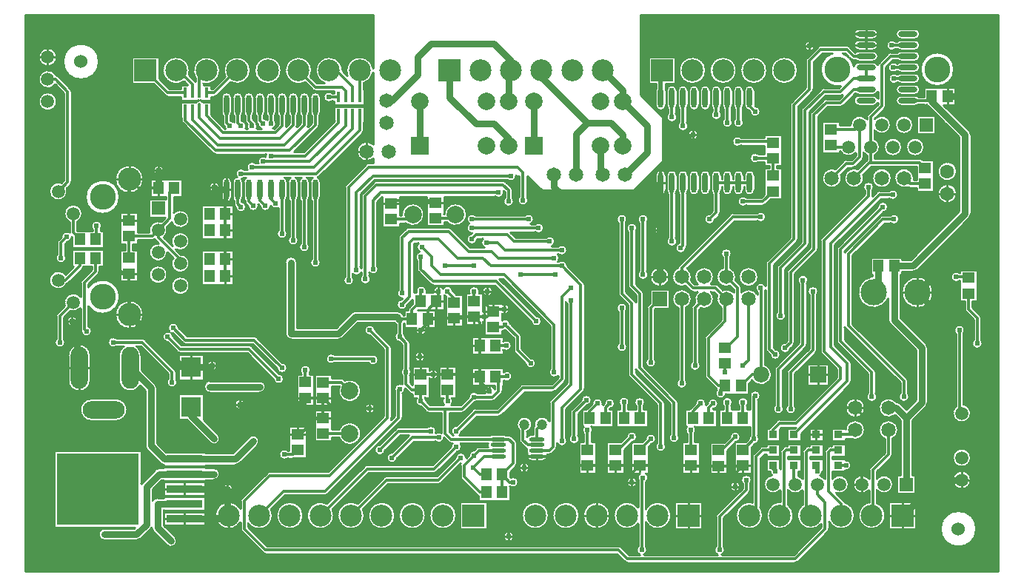
<source format=gbl>
%FSAX24Y24*%
%MOIN*%
G70*
G01*
G75*
G04 Layer_Physical_Order=2*
G04 Layer_Color=16711680*
%ADD10C,0.0100*%
%ADD11R,0.1378X0.0748*%
%ADD12R,0.1732X0.0866*%
%ADD13O,0.0276X0.0984*%
%ADD14R,0.0118X0.0591*%
%ADD15R,0.0591X0.0118*%
%ADD16C,0.0394*%
%ADD17R,0.0472X0.0532*%
%ADD18R,0.0532X0.0472*%
%ADD19R,0.1969X0.2756*%
%ADD20R,0.0551X0.0472*%
%ADD21R,0.0472X0.0551*%
%ADD22R,0.0787X0.0571*%
%ADD23R,0.0591X0.0315*%
%ADD24R,0.0177X0.0453*%
%ADD25C,0.0300*%
%ADD26C,0.0120*%
%ADD27C,0.0591*%
%ADD28C,0.0787*%
%ADD29C,0.0472*%
%ADD30C,0.0650*%
%ADD31C,0.0630*%
%ADD32R,0.0787X0.0787*%
%ADD33C,0.0600*%
%ADD34R,0.0728X0.0728*%
%ADD35C,0.0728*%
%ADD36C,0.1161*%
%ADD37C,0.1043*%
%ADD38C,0.0591*%
%ADD39R,0.0591X0.0591*%
%ADD40R,0.0650X0.0650*%
%ADD41C,0.0984*%
%ADD42R,0.0984X0.0984*%
%ADD43R,0.0591X0.0591*%
%ADD44C,0.1181*%
%ADD45R,0.0591X0.0591*%
%ADD46O,0.1890X0.0787*%
%ADD47O,0.0787X0.1890*%
%ADD48C,0.0240*%
%ADD49R,0.0906X0.0906*%
%ADD50R,0.1634X0.0374*%
%ADD51R,0.3701X0.3228*%
%ADD52O,0.0236X0.0906*%
%ADD53R,0.0374X0.0335*%
%ADD54O,0.0709X0.0177*%
%ADD55O,0.0866X0.0236*%
%ADD56C,0.0200*%
D10*
X060046Y037800D02*
G03*
X060284Y038038I000000J000238D01*
G01*
X060046Y037300D02*
G03*
X060284Y037538I000000J000238D01*
G01*
Y038038D02*
G03*
X060046Y038276I-000238J000000D01*
G01*
X060284Y037538D02*
G03*
X060046Y037776I-000238J000000D01*
G01*
X059416Y038276D02*
G03*
X059416Y037800I000000J-000238D01*
G01*
Y037776D02*
G03*
X059260Y037718I000000J-000238D01*
G01*
Y037358D02*
G03*
X059416Y037300I000156J000180D01*
G01*
X060284Y037038D02*
G03*
X060046Y037276I-000238J000000D01*
G01*
Y036800D02*
G03*
X060284Y037038I000000J000238D01*
G01*
X060046Y036300D02*
G03*
X060284Y036538I000000J000238D01*
G01*
X060046Y035800D02*
G03*
X060284Y036038I000000J000238D01*
G01*
Y036538D02*
G03*
X060046Y036776I-000238J000000D01*
G01*
X060284Y036038D02*
G03*
X060046Y036276I-000238J000000D01*
G01*
X059416Y037276D02*
G03*
X059260Y037218I000000J-000238D01*
G01*
Y036858D02*
G03*
X059416Y036800I000156J000180D01*
G01*
Y036776D02*
G03*
X059260Y036718I000000J-000238D01*
G01*
X059416Y036276D02*
G03*
X059260Y036218I000000J-000238D01*
G01*
X059266Y035853D02*
G03*
X059416Y035800I000150J000185D01*
G01*
X059260Y036358D02*
G03*
X059416Y036300I000156J000180D01*
G01*
X061810Y036448D02*
G03*
X061810Y036448I-000760J000000D01*
G01*
X062570Y033500D02*
G03*
X062491Y033691I-000270J000000D01*
G01*
X062570Y033500D02*
G03*
X062491Y033691I-000270J000000D01*
G01*
X061348Y034070D02*
G03*
X061420Y033998I000202J000130D01*
G01*
X060571Y034854D02*
G03*
X060605Y034813I000225J000150D01*
G01*
X060571Y034854D02*
G03*
X060605Y034813I000225J000150D01*
G01*
X060284Y035538D02*
G03*
X060046Y035776I-000238J000000D01*
G01*
Y035300D02*
G03*
X060284Y035538I000000J000238D01*
G01*
X059416Y035776D02*
G03*
X059416Y035300I000000J-000238D01*
G01*
X060202Y035218D02*
G03*
X060046Y035276I-000156J-000180D01*
G01*
Y034800D02*
G03*
X060202Y034858I000000J000238D01*
G01*
X059416Y035276D02*
G03*
X059416Y034800I000000J-000238D01*
G01*
X059965Y033948D02*
G03*
X059965Y033948I-000415J000000D01*
G01*
X060465Y032948D02*
G03*
X060465Y032948I-000415J000000D01*
G01*
X058394Y038038D02*
G03*
X058156Y038276I-000238J000000D01*
G01*
Y037800D02*
G03*
X058394Y038038I000000J000238D01*
G01*
X057526Y038276D02*
G03*
X057526Y037800I000000J-000238D01*
G01*
X059142Y037718D02*
G03*
X059172Y037358I-000143J-000193D01*
G01*
X058962Y037218D02*
G03*
X058835Y037165I000000J-000180D01*
G01*
X058962Y037218D02*
G03*
X058835Y037165I000000J-000180D01*
G01*
X059221Y036718D02*
G03*
X059221Y036358I-000159J-000180D01*
G01*
X058423Y036753D02*
G03*
X058371Y036642I000127J-000128D01*
G01*
X058423Y036753D02*
G03*
X058371Y036642I000127J-000127D01*
G01*
X058394Y037538D02*
G03*
X058156Y037776I-000238J000000D01*
G01*
Y037300D02*
G03*
X058394Y037538I000000J000238D01*
G01*
X057526Y037776D02*
G03*
X057526Y037300I000000J-000238D01*
G01*
X058394Y037038D02*
G03*
X058156Y037276I-000238J000000D01*
G01*
Y036800D02*
G03*
X058394Y037038I000000J000238D01*
G01*
X058371Y036642D02*
G03*
X058156Y036776I-000214J-000104D01*
G01*
X057371Y036858D02*
G03*
X057526Y036800I000156J000180D01*
G01*
Y037276D02*
G03*
X057371Y037218I000000J-000238D01*
G01*
X057526Y036776D02*
G03*
X057295Y036595I000000J-000238D01*
G01*
X055540Y037500D02*
G03*
X055540Y037500I-000240J000000D01*
G01*
X057102Y037477D02*
G03*
X056974Y037530I-000127J-000127D01*
G01*
X057102Y037477D02*
G03*
X056974Y037530I-000128J-000127D01*
G01*
X057159Y036911D02*
G03*
X057286Y036858I000127J000127D01*
G01*
X057159Y036911D02*
G03*
X057286Y036858I000128J000127D01*
G01*
X057295Y036595D02*
G03*
X057121Y036949I-000745J-000148D01*
G01*
X057051Y037019D02*
G03*
X056785Y037170I-000501J-000571D01*
G01*
X055800Y037530D02*
G03*
X055673Y037477I000000J-000180D01*
G01*
X055800Y037530D02*
G03*
X055672Y037477I000000J-000180D01*
G01*
X059242Y036218D02*
G03*
X059266Y035853I-000143J-000193D01*
G01*
X058156Y035300D02*
G03*
X058370Y035433I000000J000238D01*
G01*
Y035143D02*
G03*
X058156Y035276I-000214J-000105D01*
G01*
Y034800D02*
G03*
X058370Y034933I000000J000238D01*
G01*
X057371Y035358D02*
G03*
X057526Y035300I000156J000180D01*
G01*
Y035276D02*
G03*
X057526Y034800I000000J-000238D01*
G01*
X058677Y034673D02*
G03*
X058730Y034800I-000127J000127D01*
G01*
X058677Y034672D02*
G03*
X058730Y034800I-000127J000128D01*
G01*
X059465Y032948D02*
G03*
X059465Y032948I-000415J000000D01*
G01*
X057923Y034428D02*
G03*
X057870Y034300I000127J-000128D01*
G01*
X057923Y034427D02*
G03*
X057870Y034300I000127J-000127D01*
G01*
X058230Y033683D02*
G03*
X058965Y033948I000320J000265D01*
G01*
D02*
G03*
X058230Y034212I-000415J000000D01*
G01*
X058465Y032948D02*
G03*
X058230Y033322I-000415J000000D01*
G01*
X057870Y034212D02*
G03*
X057135Y033928I-000320J-000265D01*
G01*
X056686Y035258D02*
G03*
X056775Y035282I000000J000180D01*
G01*
X056686Y035258D02*
G03*
X056775Y035282I000000J000180D01*
G01*
X056038Y035118D02*
G03*
X055911Y035065I000000J-000180D01*
G01*
X056038Y035118D02*
G03*
X055911Y035065I000000J-000180D01*
G01*
X056315Y037170D02*
G03*
X056695Y035702I000235J-000722D01*
G01*
X055938Y035618D02*
G03*
X055811Y035565I000000J-000180D01*
G01*
X055938Y035618D02*
G03*
X055811Y035565I000000J-000180D01*
G01*
X055427Y035423D02*
G03*
X055480Y035550I-000127J000127D01*
G01*
X055427Y035422D02*
G03*
X055480Y035550I-000127J000128D01*
G01*
X056686Y034758D02*
G03*
X056814Y034811I000000J000180D01*
G01*
X056686Y034758D02*
G03*
X056814Y034811I000000J000180D01*
G01*
X055373Y034528D02*
G03*
X055320Y034400I000127J-000128D01*
G01*
X055373Y034527D02*
G03*
X055320Y034400I000127J-000127D01*
G01*
X061935Y031850D02*
G03*
X061935Y031850I-000435J000000D01*
G01*
Y030850D02*
G03*
X061935Y030850I-000435J000000D01*
G01*
X060382Y032375D02*
G03*
X060254Y032428I-000127J-000127D01*
G01*
X060382Y032375D02*
G03*
X060254Y032428I-000128J-000127D01*
G01*
X059995Y031548D02*
G03*
X059718Y031136I-000445J000000D01*
G01*
X059989Y031473D02*
G03*
X059995Y031548I-000439J000074D01*
G01*
X059718Y031136D02*
G03*
X059804Y031113I000087J000158D01*
G01*
X059718Y031136D02*
G03*
X059804Y031113I000087J000158D01*
G01*
X059290Y030800D02*
G03*
X058891Y030980I-000240J000000D01*
G01*
Y030620D02*
G03*
X059290Y030800I000159J000180D01*
G01*
X062491Y029759D02*
G03*
X062570Y029950I-000191J000191D01*
G01*
X062491Y029759D02*
G03*
X062570Y029950I-000191J000191D01*
G01*
X058941Y029520D02*
G03*
X059340Y029700I000159J000180D01*
G01*
D02*
G03*
X058941Y029880I-000240J000000D01*
G01*
X059950Y027330D02*
G03*
X060141Y027409I000000J000270D01*
G01*
X059950Y027330D02*
G03*
X060141Y027409I000000J000270D01*
G01*
X062059Y027280D02*
G03*
X062059Y026920I-000159J-000180D01*
G01*
X058230Y032573D02*
G03*
X058465Y032948I-000180J000374D01*
G01*
X058995Y031548D02*
G03*
X058995Y031548I-000445J000000D01*
G01*
X058130Y030991D02*
G03*
X058190Y031150I-000180J000159D01*
G01*
X057730Y032683D02*
G03*
X057870Y032573I000320J000265D01*
G01*
X057677Y032370D02*
G03*
X057730Y032498I-000127J000127D01*
G01*
X057677Y032370D02*
G03*
X057730Y032498I-000127J000128D01*
G01*
X058190Y031150D02*
G03*
X057770Y030991I-000240J000000D01*
G01*
X057460Y031963D02*
G03*
X057745Y031548I-000160J-000415D01*
G01*
D02*
G03*
X057715Y031708I-000445J000000D01*
G01*
X058450Y030980D02*
G03*
X058323Y030927I000000J-000180D01*
G01*
X058450Y030980D02*
G03*
X058322Y030927I000000J-000180D01*
G01*
X058615Y030010D02*
G03*
X058840Y030250I-000015J000240D01*
G01*
D02*
G03*
X058360Y030265I-000240J000000D01*
G01*
X058600Y029880D02*
G03*
X058472Y029827I000000J-000180D01*
G01*
X058600Y029880D02*
G03*
X058473Y029827I000000J-000180D01*
G01*
X056676Y032768D02*
G03*
X057370Y032683I000374J000180D01*
G01*
X056950Y032378D02*
G03*
X056823Y032325I000000J-000180D01*
G01*
X056950Y032378D02*
G03*
X056822Y032325I000000J-000180D01*
G01*
X057250Y032018D02*
G03*
X057377Y032070I000000J000180D01*
G01*
X057250Y032018D02*
G03*
X057378Y032071I000000J000180D01*
G01*
X056745Y031548D02*
G03*
X056715Y031708I-000445J000000D01*
G01*
X056460Y031963D02*
G03*
X056745Y031548I-000160J-000415D01*
G01*
X058126Y027141D02*
G03*
X058017Y027091I000056J-000264D01*
G01*
X056923Y028277D02*
G03*
X056880Y028209I000127J-000127D01*
G01*
X056923Y028278D02*
G03*
X056880Y028209I000127J-000128D01*
G01*
X056573Y028477D02*
G03*
X056520Y028350I000127J-000127D01*
G01*
X056573Y028478D02*
G03*
X056520Y028350I000127J-000128D01*
G01*
X055823Y028877D02*
G03*
X055770Y028750I000127J-000127D01*
G01*
X055823Y028878D02*
G03*
X055770Y028750I000127J-000128D01*
G01*
X055627Y028222D02*
G03*
X055680Y028350I-000127J000128D01*
G01*
X055627Y028223D02*
G03*
X055680Y028350I-000127J000127D01*
G01*
X055690Y026450D02*
G03*
X055270Y026291I-000240J000000D01*
G01*
X055630D02*
G03*
X055690Y026450I-000180J000159D01*
G01*
X055173Y036978D02*
G03*
X055120Y036850I000127J-000128D01*
G01*
X055173Y036977D02*
G03*
X055120Y036850I000127J-000127D01*
G01*
X054774Y036400D02*
G03*
X054774Y036400I-000612J000000D01*
G01*
X054973Y034728D02*
G03*
X054920Y034600I000127J-000128D01*
G01*
X054973Y034727D02*
G03*
X054920Y034600I000127J-000127D01*
G01*
X054473Y034977D02*
G03*
X054420Y034850I000127J-000127D01*
G01*
X054473Y034978D02*
G03*
X054420Y034850I000127J-000128D01*
G01*
X053396Y036400D02*
G03*
X053396Y036400I-000612J000000D01*
G01*
X052838Y035494D02*
G03*
X052362Y035494I-000238J000000D01*
G01*
X053090Y034550D02*
G03*
X052865Y034790I-000240J000000D01*
G01*
X052610Y034535D02*
G03*
X053090Y034550I000240J000015D01*
G01*
X052362Y034825D02*
G03*
X052554Y034591I000238J000000D01*
G01*
X052280Y034669D02*
G03*
X052338Y034825I-000180J000156D01*
G01*
Y035494D02*
G03*
X051862Y035494I-000238J000000D01*
G01*
Y034825D02*
G03*
X051920Y034669I000238J000000D01*
G01*
X051780D02*
G03*
X051838Y034825I-000180J000156D01*
G01*
X052340Y034050D02*
G03*
X052280Y034209I-000240J000000D01*
G01*
X051920D02*
G03*
X052340Y034050I000180J-000159D01*
G01*
X051840D02*
G03*
X051780Y034209I-000240J000000D01*
G01*
X052207Y033378D02*
G03*
X052207Y033018I-000159J-000180D01*
G01*
X053009Y032630D02*
G03*
X053009Y032270I-000159J-000180D01*
G01*
X052838Y031675D02*
G03*
X052362Y031675I-000238J000000D01*
G01*
X052338D02*
G03*
X051862Y031675I-000238J000000D01*
G01*
Y031006D02*
G03*
X052338Y031006I000238J000000D01*
G01*
X052018Y036400D02*
G03*
X052018Y036400I-000612J000000D01*
G01*
X050640D02*
G03*
X050640Y036400I-000612J000000D01*
G01*
X051838Y035494D02*
G03*
X051362Y035494I-000238J000000D01*
G01*
X051338D02*
G03*
X050862Y035494I-000238J000000D01*
G01*
X050838D02*
G03*
X050362Y035494I-000238J000000D01*
G01*
X050338D02*
G03*
X049862Y035494I-000238J000000D01*
G01*
X049838D02*
G03*
X049362Y035494I-000238J000000D01*
G01*
X049338D02*
G03*
X048862Y035494I-000238J000000D01*
G01*
X048838D02*
G03*
X048820Y035585I-000238J000000D01*
G01*
X048380D02*
G03*
X048362Y035494I000220J-000091D01*
G01*
X051362Y034825D02*
G03*
X051420Y034669I000238J000000D01*
G01*
X051340Y034400D02*
G03*
X051280Y034559I-000240J000000D01*
G01*
Y034669D02*
G03*
X051338Y034825I-000180J000156D01*
G01*
X050862D02*
G03*
X050920Y034669I000238J000000D01*
G01*
Y034559D02*
G03*
X051340Y034400I000180J-000159D01*
G01*
X051420Y034209D02*
G03*
X051840Y034050I000180J-000159D01*
G01*
X050362Y034825D02*
G03*
X050838Y034825I000238J000000D01*
G01*
X049862D02*
G03*
X050338Y034825I000238J000000D01*
G01*
X050290Y033500D02*
G03*
X050290Y033500I-000240J000000D01*
G01*
X051838Y031675D02*
G03*
X051362Y031675I-000238J000000D01*
G01*
X051338D02*
G03*
X050862Y031675I-000238J000000D01*
G01*
X051280Y030850D02*
G03*
X051338Y031006I-000180J000156D01*
G01*
X051362D02*
G03*
X051838Y031006I000238J000000D01*
G01*
X050862D02*
G03*
X050920Y030850I000238J000000D01*
G01*
X050838Y031675D02*
G03*
X050362Y031675I-000238J000000D01*
G01*
Y031006D02*
G03*
X050838Y031006I000238J000000D01*
G01*
X050338Y031675D02*
G03*
X049862Y031675I-000238J000000D01*
G01*
Y031006D02*
G03*
X050338Y031006I000238J000000D01*
G01*
X049362Y034825D02*
G03*
X049420Y034669I000238J000000D01*
G01*
X049780D02*
G03*
X049838Y034825I-000180J000156D01*
G01*
X049280Y034669D02*
G03*
X049338Y034825I-000180J000156D01*
G01*
X049340Y034300D02*
G03*
X049280Y034459I-000240J000000D01*
G01*
X049840Y033900D02*
G03*
X049780Y034059I-000240J000000D01*
G01*
X049420D02*
G03*
X049840Y033900I000180J-000159D01*
G01*
X048862Y034825D02*
G03*
X048920Y034669I000238J000000D01*
G01*
X048362Y034825D02*
G03*
X048838Y034825I000238J000000D01*
G01*
X048920Y034459D02*
G03*
X049340Y034300I000180J-000159D01*
G01*
X049838Y031675D02*
G03*
X049362Y031675I-000238J000000D01*
G01*
X049338D02*
G03*
X048862Y031675I-000238J000000D01*
G01*
X049362Y031006D02*
G03*
X049420Y030850I000238J000000D01*
G01*
X049780D02*
G03*
X049838Y031006I-000180J000156D01*
G01*
X049280Y030850D02*
G03*
X049338Y031006I-000180J000156D01*
G01*
X048862D02*
G03*
X048920Y030850I000238J000000D01*
G01*
X048838Y031675D02*
G03*
X048362Y031675I-000238J000000D01*
G01*
Y031006D02*
G03*
X048838Y031006I000238J000000D01*
G01*
X055227Y028473D02*
G03*
X055280Y028600I-000127J000127D01*
G01*
X055227Y028472D02*
G03*
X055280Y028600I-000127J000128D01*
G01*
X054727Y028673D02*
G03*
X054780Y028800I-000127J000127D01*
G01*
X054727Y028672D02*
G03*
X054780Y028800I-000127J000128D01*
G01*
X052362Y031006D02*
G03*
X052838Y031006I000238J000000D01*
G01*
X053200Y030320D02*
G03*
X053328Y030373I000000J000180D01*
G01*
X053200Y030320D02*
G03*
X053327Y030373I000000J000180D01*
G01*
X052459Y030680D02*
G03*
X052459Y030320I-000159J-000180D01*
G01*
X053340Y029800D02*
G03*
X052941Y029980I-000240J000000D01*
G01*
Y029620D02*
G03*
X053340Y029800I000159J000180D01*
G01*
X051850Y029980D02*
G03*
X051723Y029927I000000J-000180D01*
G01*
X051730Y027991D02*
G03*
X051790Y028150I-000180J000159D01*
G01*
X051850Y029980D02*
G03*
X051722Y029927I000000J-000180D01*
G01*
X051227Y029873D02*
G03*
X051280Y030000I-000127J000127D01*
G01*
X051227Y029872D02*
G03*
X051280Y030000I-000127J000128D01*
G01*
X051790Y028150D02*
G03*
X051370Y027991I-000240J000000D01*
G01*
X054323Y027427D02*
G03*
X054270Y027300I000127J-000127D01*
G01*
X055240Y026950D02*
G03*
X054820Y026791I-000240J000000D01*
G01*
X054323Y027428D02*
G03*
X054270Y027300I000127J-000128D01*
G01*
X053373Y027828D02*
G03*
X053320Y027700I000127J-000128D01*
G01*
X053373Y027827D02*
G03*
X053320Y027700I000127J-000127D01*
G01*
X053873Y027628D02*
G03*
X053820Y027500I000127J-000128D01*
G01*
X053873Y027627D02*
G03*
X053820Y027500I000127J-000127D01*
G01*
X055180Y026791D02*
G03*
X055240Y026950I-000180J000159D01*
G01*
X053300Y026468D02*
G03*
X053320Y026504I-000200J000132D01*
G01*
Y026696D02*
G03*
X052940Y026421I-000220J-000096D01*
G01*
X052995Y027100D02*
G03*
X052995Y027100I-000445J000000D01*
G01*
X051965Y026940D02*
G03*
X051995Y027100I-000415J000160D01*
G01*
D02*
G03*
X051730Y027507I-000445J000000D01*
G01*
X051370D02*
G03*
X051710Y026685I000180J-000407D01*
G01*
X050859Y026780D02*
G03*
X050995Y027100I-000309J000320D01*
G01*
X052230Y026600D02*
G03*
X052177Y026728I-000180J000000D01*
G01*
X052230Y026600D02*
G03*
X052177Y026727I-000180J000000D01*
G01*
X052940Y026313D02*
G03*
X052230Y026409I-000390J-000213D01*
G01*
X051870D02*
G03*
X051390Y026515I-000320J-000309D01*
G01*
X051177Y026727D02*
G03*
X051050Y026780I-000127J-000127D01*
G01*
X051178Y026727D02*
G03*
X051050Y026780I-000128J-000127D01*
G01*
X051135Y026260D02*
G03*
X051320Y025719I000415J-000160D01*
G01*
X050995Y026100D02*
G03*
X050859Y026420I-000445J000000D01*
G01*
X050785Y029940D02*
G03*
X051040Y029685I000015J-000240D01*
G01*
X049740Y028386D02*
G03*
X049780Y028500I-000140J000114D01*
G01*
X049740Y028386D02*
G03*
X049780Y028500I-000140J000114D01*
G01*
X049340Y028700D02*
G03*
X049280Y028859I-000240J000000D01*
G01*
X049420Y028626D02*
G03*
X049740Y028386I000080J-000226D01*
G01*
X048920Y028859D02*
G03*
X049340Y028700I000180J-000159D01*
G01*
X048040Y029700D02*
G03*
X047620Y029541I-000240J000000D01*
G01*
X047980D02*
G03*
X048040Y029700I-000180J000159D01*
G01*
X048790Y029200D02*
G03*
X048790Y029200I-000240J000000D01*
G01*
X047030Y029541D02*
G03*
X047090Y029700I-000180J000159D01*
G01*
D02*
G03*
X046670Y029541I-000240J000000D01*
G01*
X047540Y029300D02*
G03*
X047120Y029141I-000240J000000D01*
G01*
X047480D02*
G03*
X047540Y029300I-000180J000159D01*
G01*
X049423Y027627D02*
G03*
X049370Y027507I000127J-000127D01*
G01*
X049423Y027628D02*
G03*
X049370Y027507I000127J-000128D01*
G01*
X050995Y027100D02*
G03*
X050241Y026780I-000445J000000D01*
G01*
X049965Y026940D02*
G03*
X049995Y027100I-000415J000160D01*
G01*
D02*
G03*
X049783Y027479I-000445J000000D01*
G01*
X049370Y027507D02*
G03*
X049710Y026685I000180J-000407D01*
G01*
X048995Y027100D02*
G03*
X048995Y027100I-000445J000000D01*
G01*
X049923Y026473D02*
G03*
X050050Y026420I000127J000127D01*
G01*
X049922Y026473D02*
G03*
X050050Y026420I000128J000127D01*
G01*
X050241D02*
G03*
X050135Y025940I000309J-000320D01*
G01*
X048040Y027200D02*
G03*
X047980Y027359I-000240J000000D01*
G01*
X047620D02*
G03*
X048040Y027200I000180J-000159D01*
G01*
X045180Y026750D02*
G03*
X045127Y026878I-000180J000000D01*
G01*
X045180Y026750D02*
G03*
X045127Y026877I-000180J000000D01*
G01*
X047830Y026350D02*
G03*
X047777Y026478I-000180J000000D01*
G01*
X047830Y026350D02*
G03*
X047777Y026477I-000180J000000D01*
G01*
X047120Y026700D02*
G03*
X047173Y026572I000180J000000D01*
G01*
X047120Y026700D02*
G03*
X047173Y026573I000180J000000D01*
G01*
X047470Y025959D02*
G03*
X047427Y026028I-000170J-000059D01*
G01*
X047470Y025959D02*
G03*
X047427Y026027I-000170J-000059D01*
G01*
X046670Y026350D02*
G03*
X046723Y026223I000180J000000D01*
G01*
X046670Y026350D02*
G03*
X046723Y026222I000180J000000D01*
G01*
X044330Y025954D02*
G03*
X044370Y025891I000220J000096D01*
G01*
X063030Y025250D02*
G03*
X062977Y025378I-000180J000000D01*
G01*
X063030Y025250D02*
G03*
X062977Y025377I-000180J000000D01*
G01*
X062270Y025650D02*
G03*
X062323Y025522I000180J000000D01*
G01*
X062270Y025650D02*
G03*
X062323Y025523I000180J000000D01*
G01*
X062230Y024541D02*
G03*
X062290Y024700I-000180J000159D01*
G01*
D02*
G03*
X061870Y024541I-000240J000000D01*
G01*
X063090Y024100D02*
G03*
X063030Y024259I-000240J000000D01*
G01*
X062670D02*
G03*
X063090Y024100I000180J-000159D01*
G01*
X060861Y026400D02*
G03*
X060861Y026400I-000711J000000D01*
G01*
X058834Y025146D02*
G03*
X058913Y024955I000270J000000D01*
G01*
X058834Y025146D02*
G03*
X058913Y024955I000270J000000D01*
G01*
X060620Y023900D02*
G03*
X060541Y024091I-000270J000000D01*
G01*
X060620Y023900D02*
G03*
X060541Y024091I-000270J000000D01*
G01*
X058280Y022800D02*
G03*
X058227Y022928I-000180J000000D01*
G01*
X058280Y022800D02*
G03*
X058227Y022927I-000180J000000D01*
G01*
X060541Y021259D02*
G03*
X060620Y021450I-000191J000191D01*
G01*
X062565Y020950D02*
G03*
X062230Y021358I-000415J000000D01*
G01*
X061870Y021257D02*
G03*
X062565Y020950I000280J-000307D01*
G01*
X060541Y021259D02*
G03*
X060620Y021450I-000191J000191D01*
G01*
X059730Y022400D02*
G03*
X059677Y022528I-000180J000000D01*
G01*
X059730Y022400D02*
G03*
X059677Y022527I-000180J000000D01*
G01*
X059790Y021700D02*
G03*
X059730Y021859I-000240J000000D01*
G01*
X059370D02*
G03*
X059790Y021700I000180J-000159D01*
G01*
X059204Y021470D02*
G03*
X059148Y020870I-000353J-000270D01*
G01*
X058340Y021700D02*
G03*
X058280Y021859I-000240J000000D01*
G01*
X057920D02*
G03*
X058340Y021700I000180J-000159D01*
G01*
X059391Y021391D02*
G03*
X059204Y021470I-000191J-000191D01*
G01*
X059391Y021391D02*
G03*
X059204Y021470I-000191J-000191D01*
G01*
X059295Y020200D02*
G03*
X058670Y019793I-000445J000000D01*
G01*
X058017Y027091D02*
G03*
X058834Y026119I000165J-000691D01*
G01*
X056880Y024841D02*
G03*
X056923Y024773I000170J000059D01*
G01*
X056880Y024841D02*
G03*
X056923Y024772I000170J000059D01*
G01*
X056520Y024200D02*
G03*
X056573Y024073I000180J000000D01*
G01*
X056520Y024200D02*
G03*
X056573Y024072I000180J000000D01*
G01*
X055770Y023750D02*
G03*
X055823Y023622I000180J000000D01*
G01*
X055770Y023750D02*
G03*
X055823Y023623I000180J000000D01*
G01*
X055577Y023673D02*
G03*
X055630Y023800I-000127J000127D01*
G01*
X055577Y023672D02*
G03*
X055630Y023800I-000127J000128D01*
G01*
X053820Y025509D02*
G03*
X054240Y025350I000180J-000159D01*
G01*
D02*
G03*
X054180Y025509I-000240J000000D01*
G01*
X054577Y024023D02*
G03*
X054630Y024150I-000127J000127D01*
G01*
X054577Y024022D02*
G03*
X054630Y024150I-000127J000128D01*
G01*
X055127Y023923D02*
G03*
X055180Y024050I-000127J000127D01*
G01*
X055127Y023922D02*
G03*
X055180Y024050I-000127J000128D01*
G01*
X054185Y024140D02*
G03*
X054440Y023885I000015J-000240D01*
G01*
X053990Y023600D02*
G03*
X053765Y023840I-000240J000000D01*
G01*
X053510Y023585D02*
G03*
X053990Y023600I000240J000015D01*
G01*
X057180Y023200D02*
G03*
X057127Y023327I-000180J000000D01*
G01*
X057180Y023200D02*
G03*
X057127Y023328I-000180J000000D01*
G01*
X057127Y022262D02*
G03*
X057180Y022389I-000127J000127D01*
G01*
X057127Y022261D02*
G03*
X057180Y022389I-000127J000128D01*
G01*
X057795Y021200D02*
G03*
X057795Y021200I-000445J000000D01*
G01*
Y020200D02*
G03*
X056907Y020240I-000445J000000D01*
G01*
X054323Y022928D02*
G03*
X054270Y022800I000127J-000128D01*
G01*
X054323Y022927D02*
G03*
X054270Y022800I000127J-000127D01*
G01*
X054690Y021150D02*
G03*
X054630Y021309I-000240J000000D01*
G01*
X054140Y021150D02*
G03*
X054080Y021309I-000240J000000D01*
G01*
X054270D02*
G03*
X054690Y021150I000180J-000159D01*
G01*
X053720Y021309D02*
G03*
X054140Y021150I000180J-000159D01*
G01*
X062565Y018950D02*
G03*
X062565Y018950I-000415J000000D01*
G01*
Y017950D02*
G03*
X062565Y017950I-000415J000000D01*
G01*
X059030Y019793D02*
G03*
X059295Y020200I-000180J000407D01*
G01*
X058977Y018973D02*
G03*
X059030Y019100I-000127J000127D01*
G01*
X058977Y018972D02*
G03*
X059030Y019100I-000127J000128D01*
G01*
X058023Y018527D02*
G03*
X057970Y018400I000127J-000127D01*
G01*
X058023Y018528D02*
G03*
X057970Y018400I000127J-000128D01*
G01*
X059065Y017750D02*
G03*
X058330Y018015I-000415J000000D01*
G01*
Y017485D02*
G03*
X059065Y017750I000320J000265D01*
G01*
X062809Y015750D02*
G03*
X062809Y015750I-000809J000000D01*
G01*
X058712Y016350D02*
G03*
X058330Y016917I-000612J000000D01*
G01*
X057970Y016948D02*
G03*
X058712Y016350I000130J-000598D01*
G01*
X057138Y019809D02*
G03*
X057795Y020200I000212J000391D01*
G01*
X056250Y019480D02*
G03*
X056123Y019427I000000J-000180D01*
G01*
X056250Y019480D02*
G03*
X056122Y019427I000000J-000180D01*
G01*
X056023Y019328D02*
G03*
X055970Y019200I000127J-000128D01*
G01*
X056023Y019327D02*
G03*
X055970Y019200I000127J-000127D01*
G01*
X057179Y018611D02*
G03*
X056907Y018849I-000240J000000D01*
G01*
Y018373D02*
G03*
X057179Y018611I000032J000238D01*
G01*
X055776Y018146D02*
G03*
X055889Y018324I-000126J000204D01*
G01*
X055250Y019480D02*
G03*
X055123Y019427I000000J-000180D01*
G01*
X055250Y019480D02*
G03*
X055122Y019427I000000J-000180D01*
G01*
X055023Y019327D02*
G03*
X054970Y019200I000127J-000127D01*
G01*
X055023Y019328D02*
G03*
X054970Y019200I000127J-000128D01*
G01*
X054250Y019480D02*
G03*
X054123Y019427I000000J-000180D01*
G01*
X054250Y019480D02*
G03*
X054122Y019427I000000J-000180D01*
G01*
X054023Y019328D02*
G03*
X053970Y019200I000127J-000128D01*
G01*
X054023Y019327D02*
G03*
X053970Y019200I000127J-000127D01*
G01*
X057970Y018015D02*
G03*
X057970Y017485I-000320J-000265D01*
G01*
X056486Y017368D02*
G03*
X057065Y017750I000164J000382D01*
G01*
D02*
G03*
X056330Y018015I-000415J000000D01*
G01*
X055970D02*
G03*
X055776Y018146I-000320J-000265D01*
G01*
X057334Y016350D02*
G03*
X056892Y016938I-000612J000000D01*
G01*
D02*
G03*
X056849Y017005I-000170J-000060D01*
G01*
X056892Y016938D02*
G03*
X056849Y017005I-000170J-000060D01*
G01*
X056180Y016066D02*
G03*
X057334Y016350I000542J000284D01*
G01*
X054970Y016835D02*
G03*
X055820Y015965I000374J-000485D01*
G01*
X056127Y015623D02*
G03*
X056180Y015750I-000127J000127D01*
G01*
X056127Y015622D02*
G03*
X056180Y015750I-000127J000128D01*
G01*
X054970Y018015D02*
G03*
X054780Y018144I-000320J-000265D01*
G01*
X054330Y017485D02*
G03*
X054970Y017485I000320J000265D01*
G01*
X054578Y016350D02*
G03*
X054330Y016842I-000612J000000D01*
G01*
X053970Y016962D02*
G03*
X054578Y016350I-000004J-000612D01*
G01*
X054650Y014220D02*
G03*
X054777Y014273I000000J000180D01*
G01*
X054650Y014220D02*
G03*
X054778Y014273I000000J000180D01*
G01*
X053773Y023078D02*
G03*
X053720Y022950I000127J-000128D01*
G01*
X053773Y023077D02*
G03*
X053720Y022950I000127J-000127D01*
G01*
X053320Y023850D02*
G03*
X053373Y023723I000180J000000D01*
G01*
X053320Y023850D02*
G03*
X053373Y023722I000180J000000D01*
G01*
X050390Y025685D02*
G03*
X050995Y026100I000160J000415D01*
G01*
X053605Y022700D02*
G03*
X053300Y023149I-000484J000000D01*
G01*
X052707Y022448D02*
G03*
X053605Y022700I000413J000252D01*
G01*
X053090Y021750D02*
G03*
X052620Y021681I-000240J000000D01*
G01*
X051073Y022073D02*
G03*
X051123Y022037I000127J000127D01*
G01*
X051072Y022073D02*
G03*
X051123Y022037I000128J000127D01*
G01*
X051120Y022009D02*
G03*
X051537Y021814I000180J-000159D01*
G01*
X050023Y025827D02*
G03*
X049970Y025700I000127J-000127D01*
G01*
X050023Y025828D02*
G03*
X049970Y025700I000127J-000128D01*
G01*
X049730Y025693D02*
G03*
X049995Y026100I-000180J000407D01*
G01*
X050623Y024478D02*
G03*
X050570Y024350I000127J-000128D01*
G01*
X050623Y024477D02*
G03*
X050570Y024350I000127J-000127D01*
G01*
X049995Y026100D02*
G03*
X049370Y025693I-000445J000000D01*
G01*
X050570Y022650D02*
G03*
X050623Y022523I000180J000000D01*
G01*
X050570Y022650D02*
G03*
X050623Y022522I000180J000000D01*
G01*
X050390Y023100D02*
G03*
X050330Y023259I-000240J000000D01*
G01*
X049970D02*
G03*
X050390Y023100I000180J-000159D01*
G01*
X049790Y022300D02*
G03*
X049730Y022459I-000240J000000D01*
G01*
X049370D02*
G03*
X049790Y022300I000180J-000159D01*
G01*
X052980Y021548D02*
G03*
X053090Y021750I-000130J000202D01*
G01*
X052480Y021283D02*
G03*
X052540Y021441I-000180J000159D01*
G01*
D02*
G03*
X052120Y021283I-000240J000000D01*
G01*
X051831Y021450D02*
G03*
X051411Y021291I-000240J000000D01*
G01*
X051771D02*
G03*
X051831Y021450I-000180J000159D01*
G01*
X053950Y020680D02*
G03*
X053822Y020627I000000J-000180D01*
G01*
X053950Y020680D02*
G03*
X053823Y020627I000000J-000180D01*
G01*
X053523Y020328D02*
G03*
X053487Y020276I000127J-000128D01*
G01*
X053523Y020327D02*
G03*
X053487Y020276I000127J-000127D01*
G01*
X052190Y019891D02*
G03*
X051710Y019906I-000240J000000D01*
G01*
X051190Y021391D02*
G03*
X050710Y021406I-000240J000000D01*
G01*
X050631Y021327D02*
G03*
X050640Y021391I-000231J000064D01*
G01*
D02*
G03*
X050160Y021406I-000240J000000D01*
G01*
X050965Y021152D02*
G03*
X051190Y021391I-000015J000240D01*
G01*
X049923Y021169D02*
G03*
X049897Y021137I000127J-000128D01*
G01*
X049923Y021169D02*
G03*
X049897Y021137I000127J-000127D01*
G01*
X049380Y021450D02*
G03*
X049327Y021577I-000180J000000D01*
G01*
X049380Y021450D02*
G03*
X049327Y021578I-000180J000000D01*
G01*
X048780Y021400D02*
G03*
X048727Y021528I-000180J000000D01*
G01*
X048780Y021400D02*
G03*
X048727Y021527I-000180J000000D01*
G01*
X050190Y020200D02*
G03*
X050141Y020346I-000240J000000D01*
G01*
X049759D02*
G03*
X049770Y020041I000191J-000146D01*
G01*
X050130D02*
G03*
X050190Y020200I-000180J000159D01*
G01*
X049440Y019850D02*
G03*
X049380Y020009I-000240J000000D01*
G01*
X049020D02*
G03*
X049440Y019850I000180J-000159D01*
G01*
X048023Y025827D02*
G03*
X047970Y025700I000127J-000127D01*
G01*
X048023Y025828D02*
G03*
X047970Y025700I000127J-000128D01*
G01*
X048390Y023250D02*
G03*
X048330Y023409I-000240J000000D01*
G01*
X047970D02*
G03*
X048390Y023250I000180J-000159D01*
G01*
X047480Y022941D02*
G03*
X047523Y022873I000170J000059D01*
G01*
X047480Y022941D02*
G03*
X047523Y022872I000170J000059D01*
G01*
X047120Y022700D02*
G03*
X047173Y022573I000180J000000D01*
G01*
X047120Y022700D02*
G03*
X047173Y022572I000180J000000D01*
G01*
X047030Y025541D02*
G03*
X047090Y025700I-000180J000159D01*
G01*
D02*
G03*
X046670Y025541I-000240J000000D01*
G01*
Y024109D02*
G03*
X047090Y023950I000180J-000159D01*
G01*
D02*
G03*
X047030Y024109I-000240J000000D01*
G01*
X045127Y021923D02*
G03*
X045180Y022050I-000127J000127D01*
G01*
X045127Y021922D02*
G03*
X045180Y022050I-000127J000128D01*
G01*
X044277Y022373D02*
G03*
X044330Y022500I-000127J000127D01*
G01*
X044277Y022372D02*
G03*
X044330Y022500I-000127J000128D01*
G01*
X047830Y021291D02*
G03*
X047890Y021450I-000180J000159D01*
G01*
D02*
G03*
X047470Y021291I-000240J000000D01*
G01*
X046540Y021400D02*
G03*
X046060Y021415I-000240J000000D01*
G01*
X047121Y021300D02*
G03*
X047181Y021459I-000180J000159D01*
G01*
D02*
G03*
X046761Y021300I-000240J000000D01*
G01*
X046315Y021160D02*
G03*
X046540Y021400I-000015J000240D01*
G01*
X048390Y019800D02*
G03*
X047910Y019815I-000240J000000D01*
G01*
X047540Y019900D02*
G03*
X047060Y019915I-000240J000000D01*
G01*
X045990Y021400D02*
G03*
X045510Y021415I-000240J000000D01*
G01*
X045981Y021336D02*
G03*
X045990Y021400I-000231J000064D01*
G01*
X045265Y021310D02*
G03*
X045490Y021550I-000015J000240D01*
G01*
D02*
G03*
X045010Y021565I-000240J000000D01*
G01*
X045273Y021177D02*
G03*
X045247Y021146I000127J-000127D01*
G01*
X045273Y021178D02*
G03*
X045247Y021146I000127J-000128D01*
G01*
X045540Y020200D02*
G03*
X045484Y020354I-000240J000000D01*
G01*
X045116D02*
G03*
X045120Y020041I000184J-000154D01*
G01*
X045480D02*
G03*
X045540Y020200I-000180J000159D01*
G01*
X044573Y021128D02*
G03*
X044520Y021000I000127J-000128D01*
G01*
X044573Y021127D02*
G03*
X044520Y021000I000127J-000127D01*
G01*
X044940Y019800D02*
G03*
X044880Y019959I-000240J000000D01*
G01*
X044520D02*
G03*
X044940Y019800I000180J-000159D01*
G01*
X053040Y019791D02*
G03*
X052980Y019950I-000240J000000D01*
G01*
X053200Y019480D02*
G03*
X053073Y019427I000000J-000180D01*
G01*
X053200Y019480D02*
G03*
X053072Y019427I000000J-000180D01*
G01*
X052620Y019950D02*
G03*
X052560Y019806I000180J-000159D01*
G01*
X052815Y019552D02*
G03*
X053040Y019791I-000015J000240D01*
G01*
X052773Y019128D02*
G03*
X052720Y019000I000127J-000128D01*
G01*
X052773Y019127D02*
G03*
X052720Y019000I000127J-000127D01*
G01*
X053511Y018324D02*
G03*
X053600Y018162I000239J000026D01*
G01*
D02*
G03*
X053970Y017485I000050J-000412D01*
G01*
X052630Y017791D02*
G03*
X052690Y017950I-000180J000159D01*
G01*
D02*
G03*
X052270Y017791I-000240J000000D01*
G01*
X052577Y017373D02*
G03*
X052630Y017500I-000127J000127D01*
G01*
X052577Y017372D02*
G03*
X052630Y017500I-000127J000128D01*
G01*
X051998Y019656D02*
G03*
X052190Y019891I-000048J000235D01*
G01*
X051965Y019652D02*
G03*
X051998Y019656I-000015J000240D01*
G01*
X052190Y017650D02*
G03*
X052190Y017650I-000240J000000D01*
G01*
X053200Y016350D02*
G03*
X053080Y016714I-000612J000000D01*
G01*
X052720Y016948D02*
G03*
X053200Y016350I-000132J-000598D01*
G01*
X051123Y016428D02*
G03*
X051070Y016300I000127J-000128D01*
G01*
X051123Y016427D02*
G03*
X051070Y016300I000127J-000127D01*
G01*
X051490Y014800D02*
G03*
X051430Y014959I-000240J000000D01*
G01*
X051346Y014580D02*
G03*
X051490Y014800I-000096J000220D01*
G01*
X051070Y014959D02*
G03*
X051154Y014580I000180J-000159D01*
G01*
X048165Y019560D02*
G03*
X048390Y019800I-000015J000240D01*
G01*
X048840Y019450D02*
G03*
X048780Y019609I-000240J000000D01*
G01*
X048420D02*
G03*
X048840Y019450I000180J-000159D01*
G01*
X047348Y019665D02*
G03*
X047540Y019900I-000048J000235D01*
G01*
X047315Y019660D02*
G03*
X047348Y019665I-000015J000240D01*
G01*
X048040Y018050D02*
G03*
X047942Y018244I-000240J000000D01*
G01*
X047930Y017848D02*
G03*
X048040Y018050I-000130J000202D01*
G01*
X049074Y016350D02*
G03*
X047930Y016653I-000612J000000D01*
G01*
X047658Y018244D02*
G03*
X047570Y017981I000142J-000194D01*
G01*
X047540Y017850D02*
G03*
X047540Y017850I-000240J000000D01*
G01*
X044390Y019700D02*
G03*
X044330Y019859I-000240J000000D01*
G01*
X047930Y016047D02*
G03*
X049074Y016350I000532J000303D01*
G01*
X047990Y014800D02*
G03*
X047930Y014959I-000240J000000D01*
G01*
X047570Y016722D02*
G03*
X047570Y015978I-000486J-000372D01*
G01*
Y014959D02*
G03*
X047654Y014580I000180J-000159D01*
G01*
X047846D02*
G03*
X047990Y014800I-000096J000220D01*
G01*
X046973Y014273D02*
G03*
X047100Y014220I000127J000127D01*
G01*
X046972Y014273D02*
G03*
X047100Y014220I000128J000127D01*
G01*
X046828Y014927D02*
G03*
X046700Y014980I-000128J-000127D01*
G01*
X046827Y014927D02*
G03*
X046700Y014980I-000127J-000127D01*
G01*
X046318Y016350D02*
G03*
X046318Y016350I-000612J000000D01*
G01*
X035225Y035815D02*
G03*
X035650Y036303I-000179J000585D01*
G01*
Y036497D02*
G03*
X034474Y036180I-000604J-000097D01*
G01*
X035650Y033078D02*
G03*
X035650Y032422I-000300J-000328D01*
G01*
X035450Y032230D02*
G03*
X035323Y032177I000000J-000180D01*
G01*
X035450Y032230D02*
G03*
X035322Y032177I000000J-000180D01*
G01*
X035172Y033568D02*
G03*
X035225Y033695I-000127J000127D01*
G01*
X035172Y033567D02*
G03*
X035225Y033695I-000127J000128D01*
G01*
X041691Y031470D02*
G03*
X042090Y031650I000159J000180D01*
G01*
X041930Y031000D02*
G03*
X041877Y031128I-000180J000000D01*
G01*
X041930Y031000D02*
G03*
X041877Y031127I-000180J000000D01*
G01*
X041627Y031377D02*
G03*
X041500Y031430I-000127J-000127D01*
G01*
X041628Y031377D02*
G03*
X041500Y031430I-000128J-000127D01*
G01*
X042640Y030550D02*
G03*
X042580Y030709I-000240J000000D01*
G01*
X041990Y030500D02*
G03*
X041930Y030659I-000240J000000D01*
G01*
X042220Y030709D02*
G03*
X042640Y030550I000180J-000159D01*
G01*
X041540Y030900D02*
G03*
X041531Y030964I-000240J000000D01*
G01*
X041141Y030720D02*
G03*
X041540Y030900I000159J000180D01*
G01*
X041570Y030659D02*
G03*
X041990Y030500I000180J-000159D01*
G01*
X035800Y031430D02*
G03*
X035673Y031377I000000J-000180D01*
G01*
X035800Y031430D02*
G03*
X035672Y031377I000000J-000180D01*
G01*
X034423Y031278D02*
G03*
X034370Y031150I000127J-000128D01*
G01*
X034423Y031277D02*
G03*
X034370Y031150I000127J-000127D01*
G01*
X035173Y030877D02*
G03*
X035120Y030750I000127J-000127D01*
G01*
X035173Y030878D02*
G03*
X035120Y030750I000127J-000128D01*
G01*
X039874Y029900D02*
G03*
X038848Y029926I-000514J000000D01*
G01*
X037953Y029900D02*
G03*
X036926Y029876I-000514J000000D01*
G01*
X034280Y036400D02*
G03*
X033445Y035830I-000612J000000D01*
G01*
X032902Y036400D02*
G03*
X032576Y035859I-000612J000000D01*
G01*
X033809Y035380D02*
G03*
X033809Y035020I-000159J-000180D01*
G01*
X032831Y036114D02*
G03*
X032902Y036400I-000541J000286D01*
G01*
X032912Y035523D02*
G03*
X033040Y035470I000128J000127D01*
G01*
X032912Y035523D02*
G03*
X033040Y035470I000127J000127D01*
G01*
X033288Y035185D02*
G03*
X032812Y035185I-000238J000000D01*
G01*
X032788D02*
G03*
X032312Y035185I-000238J000000D01*
G01*
X031524Y036400D02*
G03*
X031524Y036400I-000612J000000D01*
G01*
X032288Y035185D02*
G03*
X031812Y035185I-000238J000000D01*
G01*
X031788D02*
G03*
X031312Y035185I-000238J000000D01*
G01*
X031288D02*
G03*
X030812Y035185I-000238J000000D01*
G01*
X030788D02*
G03*
X030312Y035185I-000238J000000D01*
G01*
X033230Y034359D02*
G03*
X033288Y034515I-000180J000156D01*
G01*
X033177Y033823D02*
G03*
X033230Y033950I-000127J000127D01*
G01*
X033177Y033822D02*
G03*
X033230Y033950I-000127J000128D01*
G01*
X032812Y034515D02*
G03*
X032870Y034359I000238J000000D01*
G01*
X032730D02*
G03*
X032788Y034515I-000180J000156D01*
G01*
X032706Y033861D02*
G03*
X032730Y033950I-000156J000089D01*
G01*
X032706Y033861D02*
G03*
X032730Y033950I-000156J000089D01*
G01*
X033156Y031579D02*
G03*
X033227Y031623I-000056J000171D01*
G01*
X033156Y031579D02*
G03*
X033228Y031623I-000056J000171D01*
G01*
X032928Y031570D02*
G03*
X032812Y031366I000122J-000204D01*
G01*
X033288D02*
G03*
X033156Y031579I-000238J000000D01*
G01*
X032788Y031366D02*
G03*
X032672Y031570I-000238J000000D01*
G01*
X033230Y030541D02*
G03*
X033288Y030696I-000180J000156D01*
G01*
X032812D02*
G03*
X032870Y030541I000238J000000D01*
G01*
X032730D02*
G03*
X032788Y030696I-000180J000156D01*
G01*
X032312Y034515D02*
G03*
X032370Y034359I000238J000000D01*
G01*
X031812Y034515D02*
G03*
X031870Y034359I000238J000000D01*
G01*
X032230D02*
G03*
X032288Y034515I-000180J000156D01*
G01*
X031730Y034359D02*
G03*
X031788Y034515I-000180J000156D01*
G01*
X031312D02*
G03*
X031370Y034359I000238J000000D01*
G01*
X032206Y033861D02*
G03*
X032230Y033950I-000156J000089D01*
G01*
X032206Y033861D02*
G03*
X032230Y033950I-000156J000089D01*
G01*
X031230Y034359D02*
G03*
X031288Y034515I-000180J000156D01*
G01*
X030812D02*
G03*
X030870Y034359I000238J000000D01*
G01*
Y034169D02*
G03*
X030730Y034238I-000170J-000169D01*
G01*
Y034359D02*
G03*
X030788Y034515I-000180J000156D01*
G01*
X031290Y034000D02*
G03*
X031230Y034159I-000240J000000D01*
G01*
X031146Y033780D02*
G03*
X031290Y034000I-000096J000220D01*
G01*
X030440Y033900D02*
G03*
X030363Y034076I-000240J000000D01*
G01*
X030460Y033985D02*
G03*
X030604Y033780I000240J000015D01*
G01*
X030408D02*
G03*
X030440Y033900I-000208J000120D01*
G01*
X032428Y031570D02*
G03*
X032312Y031366I000122J-000204D01*
G01*
X032288D02*
G03*
X032172Y031570I-000238J000000D01*
G01*
X031928D02*
G03*
X031812Y031366I000122J-000204D01*
G01*
X032312Y030696D02*
G03*
X032370Y030541I000238J000000D01*
G01*
X031812Y030696D02*
G03*
X031870Y030541I000238J000000D01*
G01*
X032230D02*
G03*
X032288Y030696I-000180J000156D01*
G01*
X030820Y032620D02*
G03*
X030813Y032512I000230J-000070D01*
G01*
X031730Y030541D02*
G03*
X031788Y030696I-000180J000156D01*
G01*
Y031366D02*
G03*
X031672Y031570I-000238J000000D01*
G01*
X030813Y032512D02*
G03*
X030470Y032230I-000113J-000212D01*
G01*
X030490Y030300D02*
G03*
X030481Y030364I-000240J000000D01*
G01*
X030010Y030285D02*
G03*
X030490Y030300I000240J000015D01*
G01*
X043340Y029300D02*
G03*
X042941Y029480I-000240J000000D01*
G01*
X042746D02*
G03*
X042890Y029700I-000096J000220D01*
G01*
X042941Y029120D02*
G03*
X043340Y029300I000159J000180D01*
G01*
X043840Y028700D02*
G03*
X043441Y028880I-000240J000000D01*
G01*
X042890Y029700D02*
G03*
X042491Y029880I-000240J000000D01*
G01*
X040259D02*
G03*
X039967Y029500I-000159J-000180D01*
G01*
D02*
G03*
X040106Y029060I000133J-000200D01*
G01*
X040085Y029040D02*
G03*
X040340Y028785I000015J-000240D01*
G01*
X040581Y028820D02*
G03*
X040654Y028430I000169J-000170D01*
G01*
X044390Y028300D02*
G03*
X043991Y028480I-000240J000000D01*
G01*
Y028120D02*
G03*
X044390Y028300I000159J000180D01*
G01*
X044390Y027615D02*
G03*
X043991Y027780I-000240J-000015D01*
G01*
X044040Y027950D02*
G03*
X043969Y028120I-000240J000000D01*
G01*
X043696Y028480D02*
G03*
X043840Y028700I-000096J000220D01*
G01*
X043969Y027780D02*
G03*
X044040Y027950I-000169J000170D01*
G01*
X038971Y029566D02*
G03*
X039874Y029900I000390J000334D01*
G01*
X039169Y029277D02*
G03*
X039042Y029330I-000127J-000127D01*
G01*
X039169Y029277D02*
G03*
X039042Y029330I-000128J-000127D01*
G01*
X038222Y026773D02*
G03*
X038350Y026720I000128J000127D01*
G01*
X038223Y026773D02*
G03*
X038350Y026720I000127J000127D01*
G01*
X039240Y026465D02*
G03*
X038800Y026583I-000240J-000015D01*
G01*
X037681Y028620D02*
G03*
X037746Y028234I000169J-000170D01*
G01*
D02*
G03*
X037620Y027841I000054J-000234D01*
G01*
Y027450D02*
G03*
X037673Y027323I000180J000000D01*
G01*
X037620Y027450D02*
G03*
X037673Y027322I000180J000000D01*
G01*
X041040Y026450D02*
G03*
X040579Y026356I-000240J000000D01*
G01*
X040596Y026324D02*
G03*
X041040Y026450I000204J000126D01*
G01*
X041790Y025650D02*
G03*
X041446Y025866I-000240J000000D01*
G01*
X043240Y025100D02*
G03*
X043015Y025340I-000240J000000D01*
G01*
X042760Y025085D02*
G03*
X043240Y025100I000240J000015D01*
G01*
X042330Y024400D02*
G03*
X042277Y024528I-000180J000000D01*
G01*
X042330Y024400D02*
G03*
X042277Y024527I-000180J000000D01*
G01*
X041446Y025434D02*
G03*
X041790Y025650I000104J000216D01*
G01*
X041840Y024965D02*
G03*
X041446Y025134I-000240J-000015D01*
G01*
X041491Y024661D02*
G03*
X041599Y024697I000000J000180D01*
G01*
X041491Y024661D02*
G03*
X041599Y024697I000000J000180D01*
G01*
X040440Y026450D02*
G03*
X039979Y026356I-000240J000000D01*
G01*
X040421D02*
G03*
X040440Y026450I-000221J000094D01*
G01*
X040579Y026356D02*
G03*
X040596Y026324I000221J000094D01*
G01*
X038800Y026583D02*
G03*
X038366Y026396I-000200J-000133D01*
G01*
X038050D02*
G03*
X038062Y026472I-000227J000076D01*
G01*
D02*
G03*
X037595Y026396I-000240J000000D01*
G01*
X038856Y026258D02*
G03*
X038904Y026230I000144J000192D01*
G01*
X040654Y025540D02*
G03*
X040596Y025534I-000004J-000240D01*
G01*
Y025066D02*
G03*
X040654Y025060I000054J000234D01*
G01*
X038040Y024700D02*
G03*
X038016Y024804I-000240J000000D01*
G01*
X037584D02*
G03*
X038040Y024700I000216J-000104D01*
G01*
X037099Y029516D02*
G03*
X037953Y029900I000341J000384D01*
G01*
X037250Y029330D02*
G03*
X037123Y029277I000000J-000180D01*
G01*
X037250Y029330D02*
G03*
X037122Y029277I000000J-000180D01*
G01*
X036835Y028990D02*
G03*
X036782Y028862I000127J-000128D01*
G01*
X036835Y028989D02*
G03*
X036782Y028862I000127J-000127D01*
G01*
X031790Y029050D02*
G03*
X031730Y029209I-000240J000000D01*
G01*
X031040Y030285D02*
G03*
X031370Y030192I000210J000115D01*
G01*
X030560Y030285D02*
G03*
X031040Y030285I000240J000015D01*
G01*
X031370Y029209D02*
G03*
X031790Y029050I000180J-000159D01*
G01*
X032290Y028750D02*
G03*
X032230Y028909I-000240J000000D01*
G01*
X033290Y027750D02*
G03*
X033230Y027909I-000240J000000D01*
G01*
X032790Y028450D02*
G03*
X032730Y028609I-000240J000000D01*
G01*
X032370D02*
G03*
X032790Y028450I000180J-000159D01*
G01*
X031870Y028909D02*
G03*
X032290Y028750I000180J-000159D01*
G01*
X032220Y027750D02*
G03*
X031680Y027750I-000270J000000D01*
G01*
X036782Y026521D02*
G03*
X036968Y026122I000180J-000159D01*
G01*
X036935Y026090D02*
G03*
X037190Y025835I000015J-000240D01*
G01*
X035890Y027450D02*
G03*
X035830Y027609I-000240J000000D01*
G01*
X035480Y027281D02*
G03*
X035890Y027450I000170J000169D01*
G01*
X035540Y027000D02*
G03*
X035480Y027159I-000240J000000D01*
G01*
X035120D02*
G03*
X035540Y027000I000180J-000159D01*
G01*
X037273Y025736D02*
G03*
X037220Y025609I000127J-000127D01*
G01*
X037273Y025736D02*
G03*
X037220Y025609I000127J-000128D01*
G01*
X037090Y024415D02*
G03*
X037030Y024559I-000240J-000015D01*
G01*
X036903Y025491D02*
G03*
X036712Y025570I-000191J-000191D01*
G01*
X036903Y025491D02*
G03*
X036712Y025570I-000191J-000191D01*
G01*
X036640Y024990D02*
G03*
X036670Y024964I000191J000191D01*
G01*
X035740Y024715D02*
G03*
X035485Y024460I-000240J-000015D01*
G01*
X035120Y027496D02*
G03*
X035080Y027559I-000220J-000096D01*
G01*
X034730Y027231D02*
G03*
X035120Y027304I000170J000169D01*
G01*
X034790Y026950D02*
G03*
X034730Y027109I-000240J000000D01*
G01*
X034370D02*
G03*
X034790Y026950I000180J-000159D01*
G01*
X032870Y027909D02*
G03*
X033290Y027750I000180J-000159D01*
G01*
X034850Y025570D02*
G03*
X034659Y025491I000000J-000270D01*
G01*
X034850Y025570D02*
G03*
X034659Y025491I000000J-000270D01*
G01*
X030146Y036400D02*
G03*
X028982Y036136I-000612J000000D01*
G01*
X028768Y036400D02*
G03*
X027650Y036056I-000612J000000D01*
G01*
X029226Y035871D02*
G03*
X030146Y036400I000308J000529D01*
G01*
X028010Y035806D02*
G03*
X028768Y036400I000146J000594D01*
G01*
X027356Y036199D02*
G03*
X027390Y036400I-000578J000201D01*
G01*
D02*
G03*
X027139Y035906I-000612J000000D01*
G01*
X030312Y034515D02*
G03*
X030370Y034359I000238J000000D01*
G01*
X030288Y035185D02*
G03*
X029812Y035185I-000238J000000D01*
G01*
X030230Y034359D02*
G03*
X030288Y034515I-000180J000156D01*
G01*
X029812D02*
G03*
X029870Y034359I000238J000000D01*
G01*
X030370Y034150D02*
G03*
X030423Y034023I000180J000000D01*
G01*
X030370Y034150D02*
G03*
X030423Y034022I000180J000000D01*
G01*
X030363Y034076D02*
G03*
X030327Y034128I-000163J-000076D01*
G01*
X029870Y034150D02*
G03*
X029923Y034023I000180J000000D01*
G01*
X029870Y034150D02*
G03*
X029923Y034022I000180J000000D01*
G01*
X029940Y033900D02*
G03*
X029730Y034138I-000240J000000D01*
G01*
X029788Y035185D02*
G03*
X029312Y035185I-000238J000000D01*
G01*
X029288D02*
G03*
X028812Y035185I-000238J000000D01*
G01*
X029312Y034515D02*
G03*
X029370Y034359I000238J000000D01*
G01*
X029230D02*
G03*
X029288Y034515I-000180J000156D01*
G01*
X029730Y034359D02*
G03*
X029788Y034515I-000180J000156D01*
G01*
X029370Y034069D02*
G03*
X029230Y034138I-000170J-000169D01*
G01*
X028812Y034515D02*
G03*
X028870Y034359I000238J000000D01*
G01*
X030363Y034076D02*
G03*
X030327Y034127I-000163J-000076D01*
G01*
X029972Y033974D02*
G03*
X029992Y033780I000228J-000074D01*
G01*
X029908D02*
G03*
X029940Y033900I-000208J000120D01*
G01*
X030359Y032230D02*
G03*
X029992Y031930I-000159J-000180D01*
G01*
X029859D02*
G03*
X029512Y031601I-000159J-000180D01*
G01*
X029928Y031570D02*
G03*
X029812Y031366I000122J-000204D01*
G01*
X029737Y031513D02*
G03*
X029859Y031570I-000037J000237D01*
G01*
X029788Y031366D02*
G03*
X029737Y031513I-000238J000000D01*
G01*
X028960Y033885D02*
G03*
X028992Y033780I000240J000015D01*
G01*
X028870Y034050D02*
G03*
X028923Y033923I000180J000000D01*
G01*
X028870Y034050D02*
G03*
X028923Y033922I000180J000000D01*
G01*
X029512Y031601D02*
G03*
X029312Y031366I000038J-000235D01*
G01*
X029288D02*
G03*
X028812Y031366I-000238J000000D01*
G01*
X028500Y035220D02*
G03*
X028628Y035273I000000J000180D01*
G01*
X028500Y035220D02*
G03*
X028627Y035273I000000J000180D01*
G01*
X027783Y035054D02*
G03*
X027679Y034979I000047J-000174D01*
G01*
X027980D02*
G03*
X027877Y035054I-000150J-000099D01*
G01*
X026272Y035273D02*
G03*
X026400Y035220I000128J000127D01*
G01*
X026273Y035273D02*
G03*
X026400Y035220I000127J000127D01*
G01*
X028423Y032673D02*
G03*
X028550Y032620I000127J000127D01*
G01*
X028422Y032673D02*
G03*
X028550Y032620I000128J000127D01*
G01*
X027020Y034150D02*
G03*
X027073Y034023I000180J000000D01*
G01*
X027020Y034150D02*
G03*
X027073Y034022I000180J000000D01*
G01*
X026231Y031891D02*
G03*
X026231Y031891I-000240J000000D01*
G01*
X023309Y036800D02*
G03*
X023309Y036800I-000809J000000D01*
G01*
X021415Y037000D02*
G03*
X021415Y037000I-000415J000000D01*
G01*
X021478Y036127D02*
G03*
X021375Y036178I-000128J-000127D01*
G01*
X021477Y036127D02*
G03*
X021375Y036178I-000127J-000127D01*
G01*
X022080Y035450D02*
G03*
X022027Y035578I-000180J000000D01*
G01*
X022080Y035450D02*
G03*
X022027Y035577I-000180J000000D01*
G01*
X025312Y031500D02*
G03*
X025312Y031500I-000642J000000D01*
G01*
X024240Y030700D02*
G03*
X024240Y030700I-000770J000000D01*
G01*
X021375Y036178D02*
G03*
X021337Y035758I-000375J-000178D01*
G01*
X021415Y035000D02*
G03*
X021415Y035000I-000415J000000D01*
G01*
X029812Y030696D02*
G03*
X029870Y030541I000238J000000D01*
G01*
X029312Y030696D02*
G03*
X029370Y030541I000238J000000D01*
G01*
X029730D02*
G03*
X029788Y030696I-000180J000156D01*
G01*
X029870Y030500D02*
G03*
X029923Y030373I000180J000000D01*
G01*
X029870Y030500D02*
G03*
X029923Y030372I000180J000000D01*
G01*
X029940Y030250D02*
G03*
X029730Y030488I-000240J000000D01*
G01*
X028812Y030696D02*
G03*
X029288Y030696I000238J000000D01*
G01*
X028740Y031150D02*
G03*
X028740Y031150I-000240J000000D01*
G01*
X029370Y030400D02*
G03*
X029423Y030273I000180J000000D01*
G01*
X029370Y030400D02*
G03*
X029423Y030272I000180J000000D01*
G01*
X029460Y030235D02*
G03*
X029940Y030250I000240J000015D01*
G01*
X027385Y029700D02*
G03*
X026680Y029997I-000415J000000D01*
G01*
X026581Y029556D02*
G03*
X027385Y029700I000389J000144D01*
G01*
X026385Y029200D02*
G03*
X026362Y029337I-000415J000000D01*
G01*
X026229Y028875D02*
G03*
X026385Y029200I-000259J000325D01*
G01*
X025813Y028793D02*
G03*
X025843Y028752I000157J000087D01*
G01*
X025711Y028761D02*
G03*
X025813Y028793I000000J000180D01*
G01*
D02*
G03*
X025843Y028753I000157J000087D01*
G01*
X026107Y029592D02*
G03*
X025562Y029121I-000137J-000392D01*
G01*
X025711Y028761D02*
G03*
X025813Y028793I000000J000180D01*
G01*
X026767Y028338D02*
G03*
X027385Y028700I000203J000362D01*
G01*
D02*
G03*
X026608Y028497I-000415J000000D01*
G01*
X027385Y027700D02*
G03*
X026990Y028115I-000415J000000D01*
G01*
X026641Y027954D02*
G03*
X027385Y027700I000329J-000254D01*
G01*
Y026700D02*
G03*
X027385Y026700I-000415J000000D01*
G01*
X026890Y024815D02*
G03*
X026487Y024624I-000240J-000015D01*
G01*
X025980Y028615D02*
G03*
X026385Y028200I-000010J-000415D01*
G01*
Y027200D02*
G03*
X026385Y027200I-000415J000000D01*
G01*
X026640Y024415D02*
G03*
X026563Y024576I-000240J-000015D01*
G01*
D02*
G03*
X026635Y024560I000087J000224D01*
G01*
X023440Y029400D02*
G03*
X023020Y029241I-000240J000000D01*
G01*
X023380D02*
G03*
X023440Y029400I-000180J000159D01*
G01*
X022330Y029576D02*
G03*
X022565Y029950I-000180J000374D01*
G01*
D02*
G03*
X021970Y029576I-000415J000000D01*
G01*
X021865Y028660D02*
G03*
X022089Y028884I-000015J000240D01*
G01*
X022027Y031253D02*
G03*
X022080Y031380I-000127J000127D01*
G01*
X022027Y031252D02*
G03*
X022080Y031380I-000127J000128D01*
G01*
X021607Y031342D02*
G03*
X021885Y030950I-000137J-000392D01*
G01*
D02*
G03*
X021862Y031087I-000415J000000D01*
G01*
X021970Y029108D02*
G03*
X021610Y028915I-000120J-000208D01*
G01*
X021473Y028778D02*
G03*
X021420Y028650I000127J-000128D01*
G01*
X021473Y028777D02*
G03*
X021420Y028650I000127J-000127D01*
G01*
X021840Y027950D02*
G03*
X021780Y028109I-000240J000000D01*
G01*
X021420D02*
G03*
X021840Y027950I000180J-000159D01*
G01*
X023277Y027223D02*
G03*
X023330Y027350I-000127J000127D01*
G01*
X023277Y027222D02*
G03*
X023330Y027350I-000127J000128D01*
G01*
X022573Y027473D02*
G03*
X022622Y027564I-000127J000127D01*
G01*
X022573Y027472D02*
G03*
X022622Y027564I-000127J000128D01*
G01*
X022523Y026977D02*
G03*
X022470Y026850I000127J-000127D01*
G01*
X024240Y026200D02*
G03*
X022830Y026628I-000770J000000D01*
G01*
X022523Y026978D02*
G03*
X022470Y026850I000127J-000128D01*
G01*
X022830Y025772D02*
G03*
X024240Y026200I000640J000428D01*
G01*
X025312Y025400D02*
G03*
X025312Y025400I-000642J000000D01*
G01*
X022990Y024650D02*
G03*
X022830Y024876I-000240J000000D01*
G01*
X022510Y024636D02*
G03*
X022990Y024650I000240J000014D01*
G01*
X022470Y024750D02*
G03*
X022510Y024636I000180J000000D01*
G01*
X022470Y026215D02*
G03*
X021758Y025813I-000320J-000265D01*
G01*
X022013Y025558D02*
G03*
X022470Y025685I000137J000392D01*
G01*
Y024750D02*
G03*
X022510Y024636I000180J000000D01*
G01*
X022340Y025100D02*
G03*
X022340Y025100I-000240J000000D01*
G01*
X021797Y027206D02*
G03*
X021848Y026778I-000327J-000256D01*
G01*
D02*
G03*
X021923Y026823I-000052J000172D01*
G01*
X021848Y026778D02*
G03*
X021923Y026823I-000052J000172D01*
G01*
X021423Y025477D02*
G03*
X021370Y025350I000127J-000127D01*
G01*
X021423Y025478D02*
G03*
X021370Y025350I000127J-000128D01*
G01*
X042977Y023213D02*
G03*
X042752Y023452I-000240J000000D01*
G01*
X041506Y023808D02*
G03*
X041890Y024000I000144J000192D01*
G01*
D02*
G03*
X041506Y024192I-000240J000000D01*
G01*
X041970Y023800D02*
G03*
X042023Y023673I000180J000000D01*
G01*
X041970Y023800D02*
G03*
X042023Y023672I000180J000000D01*
G01*
X043620Y022959D02*
G03*
X043970Y022631I000180J-000159D01*
G01*
X042498Y023198D02*
G03*
X042977Y023213I000240J000015D01*
G01*
X043750Y021920D02*
G03*
X043878Y021973I000000J000180D01*
G01*
X043750Y021920D02*
G03*
X043877Y021973I000000J000180D01*
G01*
X041912Y022622D02*
G03*
X041515Y022803I-000240J000000D01*
G01*
X042400Y022280D02*
G03*
X042273Y022227I000000J-000180D01*
G01*
X041543Y022420D02*
G03*
X041912Y022622I000130J000202D01*
G01*
X042400Y022280D02*
G03*
X042272Y022227I000000J-000180D01*
G01*
X041120Y022046D02*
G03*
X040676Y021864I-000220J-000096D01*
G01*
X041427Y021823D02*
G03*
X041480Y021950I-000127J000127D01*
G01*
X041427Y021822D02*
G03*
X041480Y021950I-000127J000128D01*
G01*
X040343Y021864D02*
G03*
X039945Y021699I-000159J-000180D01*
G01*
X043623Y021578D02*
G03*
X043570Y021450I000127J-000128D01*
G01*
X043623Y021577D02*
G03*
X043570Y021450I000127J-000127D01*
G01*
X041300Y020820D02*
G03*
X041428Y020873I000000J000180D01*
G01*
X041300Y020820D02*
G03*
X041427Y020873I000000J000180D01*
G01*
X043570Y020607D02*
G03*
X042905Y020360I-000320J-000157D01*
G01*
X042899Y020354D02*
G03*
X042846Y020226I000127J-000128D01*
G01*
X042580Y020114D02*
G03*
X042819Y020450I-000117J000336D01*
G01*
X042899Y020353D02*
G03*
X042846Y020226I000127J-000127D01*
G01*
X043930Y019604D02*
G03*
X044390Y019700I000220J000096D01*
G01*
X042760Y019992D02*
G03*
X042580Y019889I000000J-000209D01*
G01*
X042819Y020450D02*
G03*
X042220Y020189I-000356J000000D01*
G01*
Y019750D02*
G03*
X042273Y019623I000180J000000D01*
G01*
X042220Y019750D02*
G03*
X042273Y019622I000180J000000D01*
G01*
X041893Y019911D02*
G03*
X041766Y019964I-000127J-000127D01*
G01*
X041894Y019911D02*
G03*
X041766Y019964I-000128J-000127D01*
G01*
X041645D02*
G03*
X041540Y019992I-000105J-000180D01*
G01*
X042130Y019600D02*
G03*
X042077Y019728I-000180J000000D01*
G01*
X042130Y019600D02*
G03*
X042077Y019727I-000180J000000D01*
G01*
X041034Y021504D02*
G03*
X041162Y021557I000000J000180D01*
G01*
X041034Y021504D02*
G03*
X041162Y021557I000000J000180D01*
G01*
X040199Y021445D02*
G03*
X040343Y021504I-000015J000240D01*
G01*
X040244Y021180D02*
G03*
X040116Y021127I000000J-000180D01*
G01*
X040244Y021180D02*
G03*
X040116Y021127I000000J-000180D01*
G01*
X039243Y021497D02*
G03*
X039199Y021635I-000240J000000D01*
G01*
X039650Y020970D02*
G03*
X039777Y021023I000000J000180D01*
G01*
X039650Y020970D02*
G03*
X039778Y021023I000000J000180D01*
G01*
X038807Y021635D02*
G03*
X038831Y021330I000196J-000138D01*
G01*
X039176D02*
G03*
X039243Y021497I-000173J000167D01*
G01*
X041008Y019992D02*
G03*
X040903Y019964I000000J-000209D01*
G01*
X039382Y020393D02*
G03*
X039249Y019964I000015J-000240D01*
G01*
X039544D02*
G03*
X039636Y020138I-000148J000189D01*
G01*
X039039Y019657D02*
G03*
X039166Y019604I000127J000127D01*
G01*
X039039Y019657D02*
G03*
X039166Y019604I000128J000127D01*
G01*
X037990Y023500D02*
G03*
X037990Y023500I-000240J000000D01*
G01*
X037311Y024119D02*
G03*
X037258Y024246I-000180J000000D01*
G01*
X037311Y024119D02*
G03*
X037258Y024246I-000180J000000D01*
G01*
X038590Y022700D02*
G03*
X038196Y022884I-000240J000000D01*
G01*
Y022516D02*
G03*
X038590Y022700I000154J000184D01*
G01*
X037371Y022819D02*
G03*
X037311Y022978I-000240J000000D01*
G01*
X036951D02*
G03*
X036951Y022660I000180J-000159D01*
G01*
X037311D02*
G03*
X037371Y022819I-000180J000159D01*
G01*
X037272Y021873D02*
G03*
X037400Y021820I000128J000127D01*
G01*
X037273Y021873D02*
G03*
X037400Y021820I000127J000127D01*
G01*
X036980Y021848D02*
G03*
X037090Y022050I-000130J000202D01*
G01*
X036951Y022268D02*
G03*
X036620Y021981I-000101J-000218D01*
G01*
X036670Y024559D02*
G03*
X036835Y024160I000180J-000159D01*
G01*
X036480Y023900D02*
G03*
X036427Y024028I-000180J000000D01*
G01*
X036480Y023900D02*
G03*
X036427Y024027I-000180J000000D01*
G01*
X035666Y023589D02*
G03*
X035634Y023589I-000016J-000239D01*
G01*
X035863Y023460D02*
G03*
X035691Y023589I-000173J-000051D01*
G01*
X035863Y023460D02*
G03*
X035691Y023589I-000173J-000051D01*
G01*
X034100Y024280D02*
G03*
X034291Y024359I000000J000270D01*
G01*
X034100Y024280D02*
G03*
X034291Y024359I000000J000270D01*
G01*
X035890Y023350D02*
G03*
X035863Y023460I-000240J000000D01*
G01*
X035442Y023229D02*
G03*
X035890Y023350I000208J000121D01*
G01*
X035114Y021961D02*
G03*
X034387Y022428I-000514J000000D01*
G01*
X034334Y022482D02*
G03*
X034206Y022534I-000127J-000127D01*
G01*
X034334Y022481D02*
G03*
X034206Y022534I-000128J-000127D01*
G01*
X038040Y021515D02*
G03*
X037992Y021644I-000240J-000015D01*
G01*
X038022Y021023D02*
G03*
X038150Y020970I000128J000127D01*
G01*
X038023Y021023D02*
G03*
X038150Y020970I000127J000127D01*
G01*
X037608Y021644D02*
G03*
X037785Y021260I000192J-000144D01*
G01*
X038720Y020072D02*
G03*
X038470Y020055I-000111J-000213D01*
G01*
D02*
G03*
X038490Y020150I-000220J000095D01*
G01*
D02*
G03*
X038091Y020330I-000240J000000D01*
G01*
X038451Y019679D02*
G03*
X038849Y019846I000159J000180D01*
G01*
X036927Y020623D02*
G03*
X036980Y020750I-000127J000127D01*
G01*
X036927Y020622D02*
G03*
X036980Y020750I-000127J000128D01*
G01*
X036800Y020330D02*
G03*
X036673Y020277I000000J-000180D01*
G01*
X036800Y020330D02*
G03*
X036672Y020277I000000J-000180D01*
G01*
X035740Y021168D02*
G03*
X035740Y021168I-000240J000000D01*
G01*
X034133Y022174D02*
G03*
X035114Y021961I000467J-000213D01*
G01*
X036456Y020661D02*
G03*
X036480Y020750I-000156J000089D01*
G01*
X036456Y020661D02*
G03*
X036480Y020750I-000156J000089D01*
G01*
X035114Y020039D02*
G03*
X034121Y020226I-000514J000000D01*
G01*
X034117Y019866D02*
G03*
X035114Y020039I000483J000174D01*
G01*
X043877Y019323D02*
G03*
X043930Y019450I-000127J000127D01*
G01*
X043877Y019322D02*
G03*
X043930Y019450I-000127J000128D01*
G01*
X043572Y019092D02*
G03*
X043700Y019145I000000J000180D01*
G01*
X043572Y019092D02*
G03*
X043699Y019145I000000J000180D01*
G01*
X043500Y019016D02*
G03*
X043486Y019092I-000209J000000D01*
G01*
X043292Y018808D02*
G03*
X043500Y019016I000000J000209D01*
G01*
X042495Y019401D02*
G03*
X042569Y019356I000127J000127D01*
G01*
D02*
G03*
X042596Y019144I000191J-000084D01*
G01*
X042495Y019401D02*
G03*
X042569Y019356I000128J000127D01*
G01*
X042596Y019144D02*
G03*
X042760Y018808I000165J-000128D01*
G01*
X042690Y018500D02*
G03*
X042690Y018500I-000240J000000D01*
G01*
X042077Y018572D02*
G03*
X042130Y018700I-000127J000128D01*
G01*
X042077Y018573D02*
G03*
X042130Y018700I-000127J000127D01*
G01*
X041806Y017658D02*
G03*
X042190Y017850I000144J000192D01*
G01*
D02*
G03*
X041841Y018064I-000240J000000D01*
G01*
X040814Y019604D02*
G03*
X040814Y019452I000194J-000076D01*
G01*
X040422D02*
G03*
X040295Y019399I000000J-000180D01*
G01*
X040422Y019452D02*
G03*
X040295Y019399I000000J-000180D01*
G01*
X040185Y019290D02*
G03*
X039960Y019065I000015J-000240D01*
G01*
X039640Y019450D02*
G03*
X039584Y019604I-000240J000000D01*
G01*
X039415Y019210D02*
G03*
X039640Y019450I-000015J000240D01*
G01*
X039840Y018950D02*
G03*
X039360Y018965I-000240J000000D01*
G01*
X039216Y019604D02*
G03*
X039160Y019465I000184J-000154D01*
G01*
X039594Y018689D02*
G03*
X039570Y018600I000156J-000089D01*
G01*
X039594Y018689D02*
G03*
X039570Y018600I000156J-000089D01*
G01*
X040322Y017273D02*
G03*
X040385Y017232I000128J000127D01*
G01*
X040323Y017273D02*
G03*
X040385Y017232I000127J000127D01*
G01*
X039570Y018100D02*
G03*
X039623Y017973I000180J000000D01*
G01*
X039570Y018100D02*
G03*
X039623Y017972I000180J000000D01*
G01*
X038600Y017770D02*
G03*
X038728Y017823I000000J000180D01*
G01*
X038600Y017770D02*
G03*
X038727Y017823I000000J000180D01*
G01*
X044940Y016350D02*
G03*
X044940Y016350I-000612J000000D01*
G01*
X043562D02*
G03*
X043562Y016350I-000612J000000D01*
G01*
X041990Y015400D02*
G03*
X041990Y015400I-000240J000000D01*
G01*
X038400Y018270D02*
G03*
X038527Y018323I000000J000180D01*
G01*
X038400Y018270D02*
G03*
X038528Y018323I000000J000180D01*
G01*
X035935Y019540D02*
G03*
X036190Y019285I000015J-000240D01*
G01*
X036485Y019190D02*
G03*
X036740Y018935I000015J-000240D01*
G01*
X036256Y018130D02*
G03*
X036129Y018077I000000J-000180D01*
G01*
X036256Y018130D02*
G03*
X036129Y018077I000000J-000180D01*
G01*
X035378Y018630D02*
G03*
X035251Y018577I000000J-000180D01*
G01*
X035378Y018630D02*
G03*
X035251Y018577I000000J-000180D01*
G01*
X039402Y016350D02*
G03*
X039402Y016350I-000612J000000D01*
G01*
X038024D02*
G03*
X038024Y016350I-000612J000000D01*
G01*
X036646D02*
G03*
X036646Y016350I-000612J000000D01*
G01*
X035268D02*
G03*
X035197Y016636I-000612J000000D01*
G01*
X034942Y016891D02*
G03*
X035268Y016350I-000286J-000541D01*
G01*
X031680Y024550D02*
G03*
X031950Y024280I000270J000000D01*
G01*
X031680Y024550D02*
G03*
X031950Y024280I000270J000000D01*
G01*
X033918Y023589D02*
G03*
X033918Y023229I-000159J-000180D01*
G01*
X030428Y024377D02*
G03*
X030300Y024430I-000128J-000127D01*
G01*
X030427Y024377D02*
G03*
X030300Y024430I-000127J-000127D01*
G01*
X032840Y022900D02*
G03*
X032420Y022741I-000240J000000D01*
G01*
X032780D02*
G03*
X032840Y022900I-000180J000159D01*
G01*
X031790Y023000D02*
G03*
X031565Y023240I-000240J000000D01*
G01*
X031640Y022500D02*
G03*
X031415Y022740I-000240J000000D01*
G01*
X031310Y022985D02*
G03*
X031790Y023000I000240J000015D01*
G01*
X030177Y023977D02*
G03*
X030050Y024030I-000127J-000127D01*
G01*
X030178Y023977D02*
G03*
X030050Y024030I-000128J-000127D01*
G01*
X027072Y024123D02*
G03*
X027200Y024070I000128J000127D01*
G01*
X027073Y024123D02*
G03*
X027200Y024070I000127J000127D01*
G01*
X028640Y023096D02*
G03*
X028640Y023096I-000240J000000D01*
G01*
X031160Y022485D02*
G03*
X031640Y022500I000240J000015D01*
G01*
X030820Y022150D02*
G03*
X030550Y022420I-000270J000000D01*
G01*
Y021880D02*
G03*
X030820Y022150I000000J000270D01*
G01*
X028300Y022420D02*
G03*
X028300Y021880I000000J-000270D01*
G01*
X029890Y021354D02*
G03*
X029890Y021354I-000240J000000D01*
G01*
X030520Y019700D02*
G03*
X030059Y019891I-000270J000000D01*
G01*
X028751Y019819D02*
G03*
X028672Y020010I-000270J000000D01*
G01*
X030441Y019509D02*
G03*
X030520Y019700I-000191J000191D01*
G01*
X028290Y019628D02*
G03*
X028751Y019819I000191J000191D01*
G01*
X026487Y024624D02*
G03*
X026385Y024160I-000087J-000224D01*
G01*
X026822Y023723D02*
G03*
X026950Y023670I000128J000127D01*
G01*
X025378Y024277D02*
G03*
X025250Y024330I-000128J-000127D01*
G01*
X025377Y024277D02*
G03*
X025250Y024330I-000127J-000127D01*
G01*
X025218Y023551D02*
G03*
X025002Y023970I-000514J000000D01*
G01*
X026823Y023723D02*
G03*
X026950Y023670I000127J000127D01*
G01*
X026780Y022800D02*
G03*
X026727Y022928I-000180J000000D01*
G01*
X026780Y022800D02*
G03*
X026727Y022927I-000180J000000D01*
G01*
X026840Y022350D02*
G03*
X026780Y022509I-000240J000000D01*
G01*
X026420D02*
G03*
X026840Y022350I000180J-000159D01*
G01*
X024407Y023970D02*
G03*
X024191Y023551I000297J-000419D01*
G01*
X024109Y024330D02*
G03*
X024109Y023970I-000159J-000180D01*
G01*
X021790Y024150D02*
G03*
X021730Y024309I-000240J000000D01*
G01*
X022935Y023551D02*
G03*
X021907Y023551I-000514J000000D01*
G01*
X021370Y024309D02*
G03*
X021790Y024150I000180J-000159D01*
G01*
X025920Y022094D02*
G03*
X025841Y022285I-000270J000000D01*
G01*
X025920Y022094D02*
G03*
X025841Y022285I-000270J000000D01*
G01*
X024191Y022449D02*
G03*
X025157Y022205I000514J000000D01*
G01*
X024588Y021110D02*
G03*
X024074Y021624I-000514J000000D01*
G01*
X025380Y019489D02*
G03*
X025459Y019298I000270J000000D01*
G01*
X025380Y019489D02*
G03*
X025459Y019298I000270J000000D01*
G01*
X024074Y020597D02*
G03*
X024588Y021110I000000J000514D01*
G01*
X021907Y022449D02*
G03*
X022935Y022449I000514J000000D01*
G01*
X022972Y021624D02*
G03*
X022972Y020597I000000J-000514D01*
G01*
X032054Y018920D02*
G03*
X032136Y018939I000000J000180D01*
G01*
X031809Y019280D02*
G03*
X031809Y018920I-000159J-000180D01*
G01*
X032054D02*
G03*
X032136Y018939I000000J000180D01*
G01*
X033500Y017270D02*
G03*
X033628Y017323I000000J000180D01*
G01*
X031000Y018330D02*
G03*
X030873Y018277I000000J-000180D01*
G01*
X031000Y018330D02*
G03*
X030872Y018277I000000J-000180D01*
G01*
X033500Y017270D02*
G03*
X033627Y017323I000000J000180D01*
G01*
X033890Y016350D02*
G03*
X033819Y016636I-000612J000000D01*
G01*
X029723Y017128D02*
G03*
X029670Y017000I000127J-000128D01*
G01*
X031134Y016350D02*
G03*
X031063Y016636I-000612J000000D01*
G01*
X029439Y018619D02*
G03*
X029629Y018698I000000J000270D01*
G01*
X029439Y018619D02*
G03*
X029629Y018698I000000J000270D01*
G01*
X028751Y018219D02*
G03*
X028481Y018489I-000270J000000D01*
G01*
Y017949D02*
G03*
X028751Y018219I000000J000270D01*
G01*
X029340Y017550D02*
G03*
X029340Y017550I-000240J000000D01*
G01*
X029723Y017127D02*
G03*
X029670Y017000I000127J-000127D01*
G01*
X033564Y016891D02*
G03*
X033890Y016350I-000286J-000541D01*
G01*
X032512D02*
G03*
X032512Y016350I-000612J000000D01*
G01*
X030030Y015985D02*
G03*
X031134Y016350I000492J000364D01*
G01*
X029670Y015750D02*
G03*
X029723Y015623I000180J000000D01*
G01*
X029670Y015750D02*
G03*
X029723Y015622I000180J000000D01*
G01*
X029670Y016663D02*
G03*
X029670Y016036I-000526J-000313D01*
G01*
X030672Y014673D02*
G03*
X030800Y014620I000128J000127D01*
G01*
X030673Y014673D02*
G03*
X030800Y014620I000127J000127D01*
G01*
X026059Y018698D02*
G03*
X026224Y018620I000191J000191D01*
G01*
X026059Y018698D02*
G03*
X026224Y018620I000191J000191D01*
G01*
X026019Y018489D02*
G03*
X025828Y018410I000000J-000270D01*
G01*
X026019Y018489D02*
G03*
X025828Y018410I000000J-000270D01*
G01*
X025950Y017151D02*
G03*
X025720Y017022I000000J-000270D01*
G01*
X025950Y017151D02*
G03*
X025720Y017022I000000J-000270D01*
G01*
X025259Y017841D02*
G03*
X025214Y017781I000191J-000191D01*
G01*
X025259Y017841D02*
G03*
X025214Y017781I000191J-000191D01*
G01*
X025641Y015759D02*
G03*
X025680Y015809I-000191J000191D01*
G01*
Y015800D02*
G03*
X025759Y015609I000270J000000D01*
G01*
X025680Y015800D02*
G03*
X025759Y015609I000270J000000D01*
G01*
X025641Y015759D02*
G03*
X025680Y015809I-000191J000191D01*
G01*
X026820Y015200D02*
G03*
X026741Y015391I-000270J000000D01*
G01*
X025000Y015230D02*
G03*
X025191Y015309I000000J000270D01*
G01*
X025000Y015230D02*
G03*
X025191Y015309I000000J000270D01*
G01*
X026359Y015009D02*
G03*
X026820Y015200I000191J000191D01*
G01*
X023550Y015770D02*
G03*
X023550Y015230I000000J-000270D01*
G01*
X063700Y038700D02*
Y038900D01*
X063800Y038700D02*
Y038900D01*
X063600D02*
X063800D01*
X063600Y038700D02*
Y038900D01*
Y038700D02*
X063800D01*
X063600D02*
X063800D01*
X063600Y038800D02*
X063800D01*
X063200Y038700D02*
Y038900D01*
X063300Y038700D02*
Y038900D01*
X062600Y038700D02*
Y038900D01*
X063500Y038700D02*
Y038900D01*
X063600Y038700D02*
Y038900D01*
X063400Y038700D02*
Y038900D01*
X063000Y038700D02*
Y038900D01*
X063100Y038700D02*
Y038900D01*
X062800Y038700D02*
Y038900D01*
X062900Y038700D02*
Y038900D01*
X063600Y038500D02*
X063800D01*
X063600Y038400D02*
X063800D01*
X063600Y038600D02*
X063800D01*
X062200Y038700D02*
Y038900D01*
X062300Y038700D02*
Y038900D01*
X062100Y038700D02*
Y038900D01*
X062500Y038700D02*
Y038900D01*
X062700Y038700D02*
Y038900D01*
X062400Y038700D02*
Y038900D01*
X061600Y038700D02*
Y038900D01*
X061700Y038700D02*
Y038900D01*
X061400Y038700D02*
Y038900D01*
X061500Y038700D02*
Y038900D01*
X061900Y038700D02*
Y038900D01*
X062000Y038700D02*
Y038900D01*
X061800Y038700D02*
Y038900D01*
X060800Y038700D02*
Y038900D01*
X060900Y038700D02*
Y038900D01*
X060700Y038700D02*
Y038900D01*
X061200Y038700D02*
Y038900D01*
X061300Y038700D02*
Y038900D01*
X061000Y038700D02*
Y038900D01*
X061400Y037122D02*
Y038700D01*
X061500Y037060D02*
Y038700D01*
X061200Y037192D02*
Y038700D01*
X061300Y037165D02*
Y038700D01*
X061700Y036841D02*
Y038700D01*
X061800Y036569D02*
Y038700D01*
X061600Y036972D02*
Y038700D01*
X061100D02*
Y038900D01*
Y037206D02*
Y038700D01*
X061000Y037206D02*
Y038700D01*
X060900Y037192D02*
Y038700D01*
X060800Y037165D02*
Y038700D01*
X060700Y037122D02*
Y038700D01*
X063600Y037500D02*
X063800D01*
X063600Y037400D02*
X063800D01*
X063600Y037700D02*
X063800D01*
X063600Y037600D02*
X063800D01*
X063600Y037200D02*
X063800D01*
X063600Y037100D02*
X063800D01*
X063600Y037300D02*
X063800D01*
X063600Y038200D02*
X063800D01*
X063600Y038100D02*
X063800D01*
X063600Y038300D02*
X063800D01*
X063600Y037900D02*
X063800D01*
X063600Y037800D02*
X063800D01*
X063600Y038000D02*
X063800D01*
X063600Y036800D02*
X063800D01*
X063600Y036700D02*
X063800D01*
X063600Y037000D02*
X063800D01*
X063600Y036900D02*
X063800D01*
X063600Y036500D02*
X063800D01*
X063600Y036400D02*
X063800D01*
X063600Y036600D02*
X063800D01*
X063600Y036300D02*
X063800D01*
X063600Y036200D02*
X063800D01*
X061808Y036400D02*
X063600D01*
Y036000D02*
X063800D01*
X063600Y035900D02*
X063800D01*
X063600Y036100D02*
X063800D01*
X060276Y038100D02*
X063600D01*
X060281Y038000D02*
X063600D01*
X060221Y038200D02*
X063600D01*
X060240Y037900D02*
X063600D01*
X060276Y037600D02*
X063600D01*
X060281Y037500D02*
X063600D01*
X060221Y037700D02*
X063600D01*
X060240Y037400D02*
X063600D01*
X061156Y037200D02*
X063600D01*
X059082Y037300D02*
X063600D01*
X060276Y037100D02*
X060661D01*
X061439D02*
X063600D01*
X060221Y037200D02*
X060944D01*
X061795Y036300D02*
X063600D01*
X061768Y036200D02*
X063600D01*
X061726Y036100D02*
X063600D01*
X061664Y036000D02*
X063600D01*
X061577Y035900D02*
X063600D01*
X061447Y035800D02*
X063600D01*
X061660Y036900D02*
X063600D01*
X061723Y036800D02*
X063600D01*
X061572Y037000D02*
X063600D01*
X061794Y036600D02*
X063600D01*
X061808Y036500D02*
X063600D01*
X061767Y036700D02*
X063600D01*
X060200Y038700D02*
Y038900D01*
X060300Y038700D02*
Y038900D01*
X060000Y038700D02*
Y038900D01*
X060100Y038700D02*
Y038900D01*
X060500Y038700D02*
Y038900D01*
X060600Y038700D02*
Y038900D01*
X060400Y038700D02*
Y038900D01*
X059800Y038700D02*
Y038900D01*
X059900Y038700D02*
Y038900D01*
X059700Y038700D02*
Y038900D01*
X059900Y038276D02*
Y038700D01*
X060000Y038276D02*
Y038700D01*
X059700Y038276D02*
Y038700D01*
X060600Y037060D02*
Y038700D01*
X060500Y036972D02*
Y038700D01*
X060400Y036841D02*
Y038700D01*
X060300Y036569D02*
Y038700D01*
X060100Y038270D02*
Y038700D01*
X060200Y038220D02*
Y038700D01*
X059800Y038276D02*
Y038700D01*
X060100Y037770D02*
Y037806D01*
X060200Y037720D02*
Y037857D01*
X059600Y038700D02*
Y038900D01*
Y038276D02*
Y038700D01*
X059400D02*
Y038900D01*
X059500Y038700D02*
Y038900D01*
X059416Y038276D02*
X060046D01*
X059500D02*
Y038700D01*
X059400Y038276D02*
Y038700D01*
X059200D02*
Y038900D01*
X059300Y038700D02*
Y038900D01*
X059000Y038700D02*
Y038900D01*
X059300Y038246D02*
Y038700D01*
X059200Y038138D02*
Y038700D01*
X059100D02*
Y038900D01*
X059416Y037800D02*
X060046D01*
X059300Y037746D02*
Y037830D01*
X059416Y037776D02*
X060046D01*
X059100Y037743D02*
Y038700D01*
X059200Y037718D02*
Y037938D01*
X059000Y037765D02*
Y038700D01*
X059172Y037358D02*
X059260D01*
X059200Y037218D02*
Y037358D01*
X059142Y037718D02*
X059260D01*
X060200Y037220D02*
Y037357D01*
X060281Y037000D02*
X060528D01*
X060240Y036900D02*
X060440D01*
X060221Y036700D02*
X060333D01*
X060200Y036720D02*
Y036857D01*
X059416Y037300D02*
X060046D01*
X060100Y037270D02*
Y037306D01*
X059416Y037276D02*
X060046D01*
X059416Y036800D02*
X060046D01*
X060100Y036770D02*
Y036806D01*
X059416Y036776D02*
X060046D01*
X060240Y036400D02*
X060292D01*
X060276Y036100D02*
X060374D01*
X060221Y036200D02*
X060332D01*
X060281Y036000D02*
X060436D01*
X060240Y035900D02*
X060523D01*
X060100Y036270D02*
Y036306D01*
X060200Y036220D02*
Y036357D01*
X059416Y036276D02*
X060046D01*
X059416Y035800D02*
X060046D01*
X059300Y037246D02*
Y037330D01*
X058962Y037218D02*
X059260D01*
X059300Y036746D02*
Y036830D01*
X059221Y036718D02*
X059260D01*
X058979Y036800D02*
X060377D01*
X059100Y037218D02*
Y037307D01*
X059200Y036735D02*
Y036858D01*
X059000Y037218D02*
Y037285D01*
X059037Y036858D02*
X059260D01*
X059100Y036775D02*
Y036858D01*
X059000Y036770D02*
Y036821D01*
X059416Y036300D02*
X060046D01*
X059092Y036300D02*
X060305D01*
X059182Y035800D02*
X060653D01*
X059221Y036358D02*
X059260D01*
X059200Y036243D02*
Y036342D01*
X059100Y036265D02*
Y036301D01*
X059300Y036246D02*
Y036330D01*
X059000Y036244D02*
Y036306D01*
X063600Y035600D02*
X063800D01*
X063600Y035500D02*
X063800D01*
X063600Y035800D02*
X063800D01*
X063600Y035700D02*
X063800D01*
X063600Y035300D02*
X063800D01*
X063600Y035100D02*
X063800D01*
X063600Y035400D02*
X063800D01*
X061861Y035500D02*
X063600D01*
Y035200D02*
X063800D01*
X061861Y035600D02*
X063600D01*
Y035000D02*
X063800D01*
X063600Y034900D02*
X063800D01*
X061861Y035000D02*
X063600D01*
X062600Y027415D02*
Y038700D01*
X062700Y027415D02*
Y038700D01*
X062400Y033782D02*
Y038700D01*
X062500Y033681D02*
Y038700D01*
X063600Y034800D02*
X063800D01*
X063600Y034700D02*
X063800D01*
X062800Y027415D02*
Y038700D01*
X062200Y033982D02*
Y038700D01*
X062300Y033882D02*
Y038700D01*
X062100Y034082D02*
Y038700D01*
X061900Y034282D02*
Y038700D01*
X062000Y034182D02*
Y038700D01*
X061861Y034854D02*
Y035646D01*
X061185Y035700D02*
X063600D01*
X061861Y035400D02*
X063600D01*
X061152Y035646D02*
X061861D01*
Y035300D02*
X063600D01*
X061861Y035200D02*
X063600D01*
X061504Y035250D02*
X061811D01*
X061700Y035646D02*
Y036054D01*
X061800Y035646D02*
Y036326D01*
X061600Y035646D02*
Y035923D01*
X061500Y035646D02*
Y035835D01*
X061504Y035250D02*
Y035596D01*
X061400Y035646D02*
Y035773D01*
X061861Y035100D02*
X063600D01*
X061861Y034900D02*
X063600D01*
X061327Y034854D02*
X061861D01*
X061800Y034382D02*
Y034854D01*
X061382Y034800D02*
X063600D01*
X061482Y034700D02*
X063600D01*
X061327Y034854D02*
X062491Y033691D01*
X061600Y034582D02*
Y034854D01*
X061700Y034482D02*
Y034854D01*
X061504Y034904D02*
Y035250D01*
X061400Y034782D02*
Y034854D01*
X061500Y034682D02*
Y034854D01*
X060605Y034813D02*
X061348Y034070D01*
X063600Y034400D02*
X063800D01*
X063600Y034300D02*
X063800D01*
X063600Y034600D02*
X063800D01*
X063600Y034500D02*
X063800D01*
X063600Y034100D02*
X063800D01*
X063600Y034000D02*
X063800D01*
X063600Y034200D02*
X063800D01*
X063600Y033900D02*
X063800D01*
X063600Y033800D02*
X063800D01*
X062282Y033900D02*
X063600D01*
X062482Y033700D02*
X063600D01*
X063800D01*
X062382Y033800D02*
X063600D01*
Y033600D02*
X063800D01*
X063600Y033500D02*
X063800D01*
X062551Y033600D02*
X063600D01*
X062570Y033500D02*
X063600D01*
Y033300D02*
X063800D01*
X063600Y033200D02*
X063800D01*
X063600Y033400D02*
X063800D01*
X062570Y029950D02*
Y033500D01*
Y033300D02*
X063600D01*
X062570Y033200D02*
X063600D01*
X062570Y033400D02*
X063600D01*
X061782Y034400D02*
X063600D01*
X061882Y034300D02*
X063600D01*
X061582Y034600D02*
X063600D01*
X061682Y034500D02*
X063600D01*
X062082Y034100D02*
X063600D01*
X062182Y034000D02*
X063600D01*
X061982Y034200D02*
X063600D01*
X060965Y034000D02*
X061417D01*
X060965Y033900D02*
X061518D01*
X060965Y033700D02*
X061718D01*
X060965Y033600D02*
X061818D01*
X060965Y033800D02*
X061618D01*
X062030Y030062D02*
Y033388D01*
X062000Y030032D02*
Y033418D01*
X061420Y033998D02*
X062030Y033388D01*
X060380Y033200D02*
X062030D01*
X060436Y033100D02*
X062030D01*
X060270Y033300D02*
X062030D01*
X061500Y032285D02*
Y033918D01*
X061600Y032273D02*
Y033818D01*
X061400Y032273D02*
Y034013D01*
X061800Y032165D02*
Y033618D01*
X061900Y032021D02*
Y033518D01*
X061700Y032236D02*
Y033718D01*
X061200Y035646D02*
Y035703D01*
X061300Y035646D02*
Y035730D01*
X060221Y035700D02*
X060915D01*
X060900Y035646D02*
Y035703D01*
X061000Y035646D02*
Y035690D01*
X061100Y035646D02*
Y035690D01*
X060439Y035646D02*
X061148D01*
X060600D02*
Y035835D01*
X060700Y035646D02*
Y035773D01*
X060500Y035646D02*
Y035923D01*
X060800Y035646D02*
Y035730D01*
X060281Y035500D02*
X060439D01*
X060276Y035600D02*
X060439D01*
Y035218D02*
Y035646D01*
X060202Y034858D02*
X060439D01*
X060500Y034363D02*
Y034854D01*
X060600Y034363D02*
Y034818D01*
X060439Y034854D02*
X060571D01*
X060300Y035218D02*
Y036326D01*
X060400Y035218D02*
Y036054D01*
X060240Y035400D02*
X060439D01*
X060300Y034363D02*
Y034858D01*
X060400Y034363D02*
Y034858D01*
X060202Y035218D02*
X060439D01*
X060100Y035770D02*
Y035806D01*
X060200Y035720D02*
Y035857D01*
X059416Y035776D02*
X060046D01*
X060100Y035270D02*
Y035306D01*
X060200Y035220D02*
Y035357D01*
X059300Y035746D02*
Y035830D01*
X059200Y035638D02*
Y035807D01*
X059416Y035300D02*
X060046D01*
X059416Y035276D02*
X060046D01*
X059300Y035246D02*
Y035330D01*
X060200Y034363D02*
Y034857D01*
X060100Y033360D02*
Y034806D01*
X059900Y034171D02*
Y034800D01*
X059200Y035138D02*
Y035438D01*
X059100Y033360D02*
Y035785D01*
X059000Y033360D02*
Y035807D01*
X059400Y034335D02*
Y034801D01*
X059300Y034279D02*
Y034830D01*
X059200Y034171D02*
Y034938D01*
X060965Y034300D02*
X061118D01*
X060965Y033532D02*
Y034363D01*
X060135D02*
X060965D01*
X060900D02*
Y034518D01*
X060965Y034200D02*
X061218D01*
X060965Y034100D02*
X061318D01*
X060135Y033532D02*
X060965D01*
X060700Y034363D02*
Y034718D01*
X060800Y034363D02*
Y034618D01*
X060135Y033532D02*
Y034363D01*
X059962Y034000D02*
X060135D01*
X059963Y033900D02*
X060135D01*
X059938Y033800D02*
X060135D01*
X061300Y032236D02*
Y034118D01*
X061200Y032165D02*
Y034218D01*
X061100Y032021D02*
Y034318D01*
X061000Y029032D02*
Y034418D01*
X060800Y032358D02*
Y033532D01*
X060900Y028932D02*
Y033532D01*
X060700Y032358D02*
Y033532D01*
X060200Y033335D02*
Y033532D01*
X060300Y033279D02*
Y033532D01*
X060000Y033360D02*
Y034800D01*
X060500Y032358D02*
Y033532D01*
X060600Y032358D02*
Y033532D01*
X060400Y033171D02*
Y033532D01*
X059770Y034300D02*
X060135D01*
X059880Y034200D02*
X060135D01*
X059416Y034800D02*
X060046D01*
X059936Y034100D02*
X060135D01*
X059883Y033700D02*
X060135D01*
X059777Y033600D02*
X060135D01*
X059700Y034335D02*
Y034800D01*
X059800Y034279D02*
Y034800D01*
X059600Y034360D02*
Y034800D01*
X059500Y034360D02*
Y034800D01*
X058963Y033900D02*
X059137D01*
X058962Y034000D02*
X059138D01*
X059900Y033335D02*
Y033724D01*
X059800Y033279D02*
Y033616D01*
X059700Y033171D02*
Y033560D01*
X059380Y033200D02*
X059720D01*
X059270Y033300D02*
X059830D01*
X059300Y033279D02*
Y033616D01*
X059400Y033171D02*
Y033560D01*
X059200Y033335D02*
Y033724D01*
X059500Y032428D02*
Y033535D01*
X059600Y032428D02*
Y033535D01*
X059436Y033100D02*
X059664D01*
X058600Y038700D02*
Y038900D01*
X058700Y038700D02*
Y038900D01*
X058400Y038700D02*
Y038900D01*
X058500Y038700D02*
Y038900D01*
X058800Y038700D02*
Y038900D01*
X058900Y038700D02*
Y038900D01*
X058331Y038200D02*
X059241D01*
X058200Y038700D02*
Y038900D01*
X058300Y038700D02*
Y038900D01*
X058100Y038700D02*
Y038900D01*
X058200Y038272D02*
Y038700D01*
X058300Y038228D02*
Y038700D01*
X058100Y038276D02*
Y038700D01*
X058900Y037744D02*
Y038700D01*
X058800Y037659D02*
Y038700D01*
X058700Y037031D02*
Y038700D01*
X058600Y036931D02*
Y038700D01*
X058386Y038100D02*
X059186D01*
X058391Y038000D02*
X059181D01*
X058350Y037900D02*
X059222D01*
X058500Y036831D02*
Y038700D01*
X058400Y036725D02*
Y038700D01*
X058200Y037772D02*
Y037804D01*
X058300Y037728D02*
Y037848D01*
X047700Y038700D02*
X063600D01*
X047700D02*
X063600D01*
X047700Y038900D02*
X063600D01*
X047700Y038800D02*
X063600D01*
X047700Y038400D02*
X063600D01*
X047700Y038300D02*
X063600D01*
X047700Y038600D02*
X063600D01*
X057700Y038700D02*
Y038900D01*
X057800Y038700D02*
Y038900D01*
X057600Y038700D02*
Y038900D01*
X057900Y038700D02*
Y038900D01*
X058000Y038700D02*
Y038900D01*
X047700Y038500D02*
X063600D01*
X057900Y038276D02*
Y038700D01*
X058000Y038276D02*
Y038700D01*
X057526Y038276D02*
X058156D01*
X057841Y038038D02*
Y038226D01*
Y038038D02*
X058344D01*
X057841Y037850D02*
Y038038D01*
X057526Y037800D02*
X058156D01*
X057700Y038276D02*
Y038700D01*
X057800Y038276D02*
Y038700D01*
X057600Y038276D02*
Y038700D01*
X057500Y038275D02*
Y038700D01*
X057338Y038038D02*
X057841D01*
X058900Y037207D02*
Y037307D01*
X058800Y037131D02*
Y037391D01*
X058331Y037700D02*
X058835D01*
X058331Y037200D02*
X058883D01*
X058386Y037600D02*
X058771D01*
X058391Y037500D02*
X058761D01*
X058350Y037400D02*
X058794D01*
X058386Y037100D02*
X058769D01*
X058391Y037000D02*
X058669D01*
X058350Y036900D02*
X058569D01*
X058900Y036159D02*
Y036361D01*
X058730Y036551D02*
X059037Y036858D01*
X058730Y036400D02*
X058866D01*
X058730Y036200D02*
X058935D01*
X058730Y036100D02*
X058871D01*
X058730Y036300D02*
X059033D01*
X058423Y036753D02*
X058835Y037165D01*
X058779Y036600D02*
X058830D01*
X058730Y036500D02*
X058825D01*
X058331Y036700D02*
X058386D01*
X047700Y037800D02*
X063600D01*
X057526Y037776D02*
X058156D01*
X057841Y037538D02*
X058344D01*
X058200Y037272D02*
Y037304D01*
X057279Y037300D02*
X058916D01*
X057841Y037538D02*
Y037726D01*
Y037350D02*
Y037538D01*
X057526Y037300D02*
X058156D01*
X057526Y037276D02*
X058156D01*
X057338Y037538D02*
X057841D01*
X058300Y037228D02*
Y037348D01*
Y036728D02*
Y036848D01*
X057223Y036800D02*
X058469D01*
X058200Y036772D02*
Y036804D01*
X057526Y036800D02*
X058156D01*
X057526Y036776D02*
X058156D01*
X057400Y038700D02*
Y038900D01*
X057500Y038700D02*
Y038900D01*
X057000Y038700D02*
Y038900D01*
X057300Y038700D02*
Y038900D01*
X057200Y038700D02*
Y038900D01*
X057400Y038240D02*
Y038700D01*
X057100D02*
Y038900D01*
X056500Y038700D02*
Y038900D01*
X056600Y038700D02*
Y038900D01*
X056400Y038700D02*
Y038900D01*
X056800Y038700D02*
Y038900D01*
X056900Y038700D02*
Y038900D01*
X056700Y038700D02*
Y038900D01*
X057300Y038112D02*
Y038700D01*
X057200Y037379D02*
Y038700D01*
X056900Y037530D02*
Y038700D01*
X057100Y037479D02*
Y038700D01*
X057400Y037740D02*
Y037836D01*
X057300Y037612D02*
Y037964D01*
X057000Y037528D02*
Y038700D01*
X056400Y037530D02*
Y038700D01*
X056500Y037530D02*
Y038700D01*
X056300Y037530D02*
Y038700D01*
X056700Y037530D02*
Y038700D01*
X056800Y037530D02*
Y038700D01*
X056600Y037530D02*
Y038700D01*
X056200D02*
Y038900D01*
X056300Y038700D02*
Y038900D01*
X056000Y038700D02*
Y038900D01*
X056100Y038700D02*
Y038900D01*
X047700Y038100D02*
X057296D01*
X047700Y038000D02*
X057291D01*
X047700Y038200D02*
X057352D01*
X055500Y038700D02*
Y038900D01*
X055600Y038700D02*
Y038900D01*
X055400Y038700D02*
Y038900D01*
X055800Y038700D02*
Y038900D01*
X055900Y038700D02*
Y038900D01*
X055700Y038700D02*
Y038900D01*
X056000Y037530D02*
Y038700D01*
X056100Y037530D02*
Y038700D01*
X055900Y037530D02*
Y038700D01*
X055433Y037700D02*
X057352D01*
X056200Y037530D02*
Y038700D01*
X047700Y037900D02*
X057332D01*
X055800Y037530D02*
Y038700D01*
X055700Y037500D02*
Y038700D01*
X055600Y037405D02*
Y038700D01*
X055400Y037718D02*
Y038700D01*
X055500Y037633D02*
Y038700D01*
X057074Y037500D02*
X057291D01*
X057102Y037477D02*
X057361Y037218D01*
X057300Y037279D02*
Y037464D01*
X057400Y037240D02*
Y037336D01*
X057179Y037400D02*
X057332D01*
X056200Y037122D02*
Y037170D01*
X056100Y037060D02*
Y037170D01*
X055875D02*
X056315D01*
X056900Y037122D02*
Y037170D01*
X056939Y037100D02*
X056970D01*
X056785Y037170D02*
X056900D01*
X057286Y036858D02*
X057371D01*
X057400Y036740D02*
Y036836D01*
X057300Y036612D02*
Y036858D01*
X057267Y036700D02*
X057352D01*
X056900Y037170D02*
X057051Y037019D01*
X056000Y036972D02*
Y037170D01*
X055900Y036841D02*
Y037170D01*
X057121Y036949D02*
X057159Y036911D01*
X057200Y036841D02*
Y036880D01*
X055800Y037530D02*
X056974D01*
X055518Y037600D02*
X057296D01*
X055805Y037100D02*
X056161D01*
X055705Y037000D02*
X056028D01*
X055540Y037500D02*
X055700D01*
X055518Y037400D02*
X055595D01*
X055500Y037305D02*
Y037367D01*
X055300Y037500D02*
X055490D01*
X055433Y037300D02*
X055495D01*
X055400Y037205D02*
Y037282D01*
X047700Y037200D02*
X055395D01*
X055605Y036900D02*
X055940D01*
X055505Y036800D02*
X055877D01*
X055480Y036775D02*
X055875Y037170D01*
X055480Y036200D02*
X055832D01*
X055480Y036100D02*
X055874D01*
X055480Y036700D02*
X055833D01*
X055480Y036600D02*
X055806D01*
X055800Y036569D02*
Y037095D01*
X055173Y036978D02*
X055672Y037477D01*
X055480Y036400D02*
X055792D01*
X055480Y036300D02*
X055805D01*
X055480Y036500D02*
X055792D01*
X058730Y035800D02*
X059016D01*
X058730Y035700D02*
X059241D01*
X058730Y035600D02*
X059186D01*
X058730Y035400D02*
X059222D01*
X058730Y035300D02*
X060439D01*
X058730Y035500D02*
X059181D01*
X058730Y036000D02*
X058861D01*
X058730Y035900D02*
X058894D01*
X058300Y035228D02*
Y035348D01*
X058331Y035200D02*
X058370D01*
X058200Y035272D02*
Y035304D01*
X058800Y034279D02*
Y036621D01*
X058900Y034171D02*
Y035891D01*
X058730Y035200D02*
X059241D01*
X058730Y034800D02*
Y036551D01*
Y035000D02*
X059181D01*
X058730Y034900D02*
X059222D01*
X058730Y035100D02*
X059186D01*
X058370Y035143D02*
Y035433D01*
Y034875D02*
Y034933D01*
X058300Y034805D02*
Y034848D01*
X058200Y034705D02*
Y034804D01*
X057526Y035300D02*
X058156D01*
X057400Y035240D02*
Y035336D01*
X057303Y035300D02*
X058370D01*
X057526Y035276D02*
X058156D01*
X057526Y034800D02*
X058156D01*
X057203Y035200D02*
X057352D01*
X057300Y035112D02*
Y035297D01*
X056814Y034811D02*
X057361Y035358D01*
X057103Y035100D02*
X057296D01*
X057003Y035000D02*
X057291D01*
X056903Y034900D02*
X057332D01*
X058000Y034505D02*
Y034800D01*
X057923Y034428D02*
X058370Y034875D01*
X057900Y034399D02*
Y034800D01*
X057500Y034360D02*
Y034802D01*
X057700Y034335D02*
Y034800D01*
X057800Y034279D02*
Y034800D01*
X057600Y034360D02*
Y034800D01*
X057200Y034171D02*
Y035197D01*
X057100Y033928D02*
Y035097D01*
X057000Y033928D02*
Y034997D01*
X057400Y034335D02*
Y034836D01*
X057300Y034279D02*
Y034964D01*
X056900Y033928D02*
Y034897D01*
X058730Y034800D02*
X060618D01*
X058700Y034700D02*
X060718D01*
X058605Y034600D02*
X060818D01*
X058505Y034500D02*
X060918D01*
X058770Y034300D02*
X059330D01*
X058880Y034200D02*
X059220D01*
X058405Y034400D02*
X061018D01*
X058700Y034335D02*
Y034701D01*
X058500Y034360D02*
Y034495D01*
X058600Y034360D02*
Y034595D01*
X058400Y034335D02*
Y034395D01*
X058936Y034100D02*
X059164D01*
X058938Y033800D02*
X059162D01*
X058883Y033700D02*
X059217D01*
X058900Y033335D02*
Y033724D01*
X058777Y033600D02*
X059323D01*
X058800Y033279D02*
Y033616D01*
X058400Y033171D02*
Y033560D01*
X058700Y033171D02*
Y033560D01*
X058300Y033279D02*
Y033616D01*
X058500Y032428D02*
Y033535D01*
X058600Y032428D02*
Y033535D01*
X058380Y033200D02*
X058720D01*
X058100Y034605D02*
Y034800D01*
X058230Y034225D02*
X058677Y034672D01*
X056802Y034800D02*
X058295D01*
X056055Y034700D02*
X058195D01*
X055955Y034600D02*
X058095D01*
X055855Y034500D02*
X057995D01*
X057870Y034212D02*
Y034300D01*
X055755Y034400D02*
X057900D01*
X055680Y034300D02*
X057330D01*
X057770D02*
X057870D01*
X055680Y034200D02*
X057220D01*
X058230Y033500D02*
X061918D01*
X058270Y033300D02*
X058830D01*
X058230Y033400D02*
X062018D01*
X056636Y034100D02*
X057164D01*
X056636Y034000D02*
X057138D01*
X058230Y033600D02*
X058323D01*
X058230Y033322D02*
Y033683D01*
X056636Y033928D02*
X057135D01*
X056600Y035618D02*
Y035690D01*
X056612Y035618D02*
X056695Y035702D01*
X055938Y035618D02*
X056612D01*
X056500D02*
Y035690D01*
X056013Y035258D02*
X056686D01*
X056000Y035618D02*
Y035923D01*
X056100Y035618D02*
Y035835D01*
X055900Y035614D02*
Y036054D01*
X056300Y035618D02*
Y035730D01*
X056400Y035618D02*
Y035703D01*
X056200Y035618D02*
Y035773D01*
X056700Y035207D02*
Y035259D01*
X056612Y035118D02*
X056775Y035282D01*
X056400Y035118D02*
Y035258D01*
X056500Y035118D02*
Y035258D01*
X056038Y035118D02*
X056612D01*
X056600D02*
Y035258D01*
X055955Y035200D02*
X056693D01*
X056200Y035118D02*
Y035258D01*
X056300Y035118D02*
Y035258D01*
X056100Y035118D02*
Y035258D01*
X056000Y035114D02*
Y035245D01*
X055480Y036000D02*
X055936D01*
X055480Y035900D02*
X056023D01*
X055480Y035800D02*
X056153D01*
X055480Y035700D02*
X056415D01*
X055800Y035555D02*
Y036326D01*
X055700Y035455D02*
Y036995D01*
X055480Y035550D02*
Y036775D01*
Y035600D02*
X055859D01*
X055473Y035500D02*
X055745D01*
X055405Y035400D02*
X055645D01*
X055600Y035355D02*
Y036895D01*
X054973Y034728D02*
X055811Y035565D01*
X055855Y035100D02*
X055959D01*
X055900Y035055D02*
Y035145D01*
X055280Y034525D02*
X056013Y035258D01*
X055500Y035255D02*
Y036795D01*
X054780Y034775D02*
X055427Y035422D01*
X055305Y035300D02*
X055545D01*
X055400Y035155D02*
Y035395D01*
X055205Y035200D02*
X055445D01*
X056113Y034758D02*
X056686D01*
X056600Y034104D02*
Y034758D01*
X056400Y034104D02*
Y034758D01*
X056500Y034104D02*
Y034758D01*
X056300Y034104D02*
Y034758D01*
X055755Y035000D02*
X055845D01*
X055800Y034955D02*
Y035045D01*
X055700Y034855D02*
Y034945D01*
X056100Y034104D02*
Y034745D01*
X056200Y034104D02*
Y034758D01*
X055680Y034325D02*
X056113Y034758D01*
X056700Y033928D02*
Y034759D01*
X056800Y033928D02*
Y034799D01*
X055900Y034104D02*
Y034545D01*
X056000Y034104D02*
Y034645D01*
X055864Y034104D02*
X056636D01*
Y033928D02*
Y034104D01*
X055680Y033800D02*
X055864D01*
Y033395D02*
Y034104D01*
X055800Y028849D02*
Y034445D01*
X055680Y033700D02*
X055864D01*
X055680Y033500D02*
X055864D01*
Y032683D02*
Y033391D01*
X055680Y033600D02*
X055864D01*
X055655Y034900D02*
X055745D01*
X055600Y034755D02*
Y034845D01*
X055555Y034800D02*
X055645D01*
X055373Y034528D02*
X055911Y035065D01*
X055455Y034700D02*
X055545D01*
X055500Y034655D02*
Y034745D01*
X055355Y034600D02*
X055445D01*
X055400Y034555D02*
Y034645D01*
X055105Y035100D02*
X055345D01*
X055280Y034500D02*
X055350D01*
X055280Y034200D02*
X055320D01*
X055680Y034000D02*
X055864D01*
X055680Y033900D02*
X055864D01*
X055680Y034100D02*
X055864D01*
X055680Y033200D02*
X055864D01*
X055680Y033100D02*
X055864D01*
X055680Y033400D02*
X055864D01*
X055280Y033900D02*
X055320D01*
X055680Y028350D02*
Y034325D01*
X055280Y033800D02*
X055320D01*
X055280Y033600D02*
X055320D01*
X055680Y033300D02*
X055864D01*
X055280Y033700D02*
X055320D01*
X063600Y032900D02*
X063800D01*
X063600Y032800D02*
X063800D01*
X063600Y033100D02*
X063800D01*
X063600Y033000D02*
X063800D01*
X063600Y032500D02*
X063800D01*
X063600Y032400D02*
X063800D01*
X063600Y032700D02*
X063800D01*
X062570Y032900D02*
X063600D01*
X062570Y032800D02*
X063600D01*
X062570Y033000D02*
X063600D01*
X062570Y032600D02*
X063600D01*
X063800D01*
X062570Y032500D02*
X063600D01*
Y032100D02*
X063800D01*
X063600Y032000D02*
X063800D01*
X063600Y032300D02*
X063800D01*
X063600Y032200D02*
X063800D01*
X063600Y031800D02*
X063800D01*
X063600Y031600D02*
X063800D01*
X063600Y031900D02*
X063800D01*
X062570Y032300D02*
X063600D01*
Y031700D02*
X063800D01*
X062570Y032400D02*
X063600D01*
X062570Y031600D02*
X063600D01*
Y031500D02*
X063800D01*
X062570D02*
X063600D01*
X062570Y033100D02*
X063600D01*
X060463Y032900D02*
X062030D01*
X060462Y033000D02*
X062030D01*
X060438Y032800D02*
X062030D01*
X062570Y032200D02*
X063600D01*
X062570Y032100D02*
X063600D01*
X062570Y032700D02*
X063600D01*
X060383D02*
X062030D01*
X060350Y032400D02*
X062030D01*
X060277Y032600D02*
X062030D01*
X061758Y032200D02*
X062030D01*
X061856Y032100D02*
X062030D01*
X060886Y032300D02*
X062030D01*
X062570Y032000D02*
X063600D01*
X062570Y031900D02*
X063600D01*
X061908Y032000D02*
X062030D01*
X061932Y031900D02*
X062030D01*
X062570Y031800D02*
X063600D01*
X062570Y031700D02*
X063600D01*
X061932Y031800D02*
X062030D01*
X061908Y031700D02*
X062030D01*
X061900Y031021D02*
Y031679D01*
X061856Y031600D02*
X062030D01*
X061800Y031165D02*
Y031535D01*
X061758Y031500D02*
X062030D01*
X063600Y031200D02*
X063800D01*
X063600Y031100D02*
X063800D01*
X063600Y031400D02*
X063800D01*
X063600Y031300D02*
X063800D01*
X063600Y030900D02*
X063800D01*
X063600Y030800D02*
X063800D01*
X063600Y031000D02*
X063800D01*
X062570Y031200D02*
X063600D01*
X062570Y031100D02*
X063600D01*
X062570Y031400D02*
X063600D01*
X062570Y030900D02*
X063600D01*
X062570Y030800D02*
X063600D01*
X062570Y031000D02*
X063600D01*
Y030400D02*
X063800D01*
X063600Y030300D02*
X063800D01*
X063600Y030600D02*
X063800D01*
X063600Y030500D02*
X063800D01*
X063600Y030000D02*
X063800D01*
X063600Y029900D02*
X063800D01*
X063600Y030200D02*
X063800D01*
X062570Y030700D02*
X063600D01*
X063800D01*
X062570Y030400D02*
X063600D01*
X062570Y030300D02*
X063600D01*
Y030100D02*
X063800D01*
X062570Y030000D02*
X063600D01*
X062570Y031300D02*
X063600D01*
X061758Y031200D02*
X062030D01*
X060886Y031400D02*
X062030D01*
X060886Y031300D02*
X062030D01*
X061908Y031000D02*
X062030D01*
X062570Y030600D02*
X063600D01*
X061856Y031100D02*
X062030D01*
X061700Y031236D02*
Y031464D01*
X061932Y030900D02*
X062030D01*
X061500Y030850D02*
X061885D01*
X061932Y030800D02*
X062030D01*
X061908Y030700D02*
X062030D01*
X061856Y030600D02*
X062030D01*
X061758Y030500D02*
X062030D01*
X062570D02*
X063600D01*
X058835Y030300D02*
X062030D01*
X062570Y030200D02*
X063600D01*
X062570Y030100D02*
X063600D01*
X062565Y029900D02*
X063600D01*
X061900Y029932D02*
Y030679D01*
X058787Y030400D02*
X062030D01*
X058835Y030200D02*
X062030D01*
X059233Y029900D02*
X061868D01*
X058787Y030100D02*
X062030D01*
X060300Y032422D02*
Y032616D01*
X060400Y032358D02*
Y032724D01*
X060886Y032200D02*
X061242D01*
X060886Y032100D02*
X061144D01*
X060398Y032358D02*
X060886D01*
X059800Y032428D02*
Y032616D01*
X060200Y032428D02*
Y032560D01*
X059700Y032428D02*
Y032724D01*
X060000Y032428D02*
Y032535D01*
X060100Y032428D02*
Y032535D01*
X059900Y032428D02*
Y032560D01*
X060886Y032000D02*
X061092D01*
X060886Y031650D02*
Y032358D01*
Y031900D02*
X061068D01*
X060114Y031650D02*
Y032068D01*
X059916Y031800D02*
X060114D01*
X060886D02*
X061068D01*
X059821Y031900D02*
X060114D01*
X059700Y031966D02*
Y032068D01*
X059800Y031916D02*
Y032068D01*
X059600Y031990D02*
Y032068D01*
X060000Y031473D02*
Y032068D01*
X060100Y031473D02*
Y032068D01*
X059900Y031822D02*
Y032068D01*
X059462Y033000D02*
X059638D01*
X059463Y032900D02*
X059637D01*
X059438Y032800D02*
X059662D01*
X059400Y032428D02*
Y032724D01*
X059383Y032700D02*
X059717D01*
X059300Y032428D02*
Y032616D01*
X059277Y032600D02*
X059823D01*
X058800Y032428D02*
Y032616D01*
X059200Y032428D02*
Y032560D01*
X058700Y032428D02*
Y032724D01*
X059000Y032428D02*
Y032535D01*
X059100Y032428D02*
Y032535D01*
X058900Y032428D02*
Y032560D01*
X059500Y031990D02*
Y032068D01*
X059400Y031966D02*
Y032068D01*
X059300Y031916D02*
Y032068D01*
X059200Y031822D02*
Y032068D01*
X058821Y031900D02*
X059279D01*
X058800Y031916D02*
Y032068D01*
X058900Y031822D02*
Y032068D01*
X058700Y031966D02*
Y032068D01*
X059000Y031035D02*
Y032068D01*
X059100Y031035D02*
Y032068D01*
X058916Y031800D02*
X059184D01*
X060886Y031500D02*
X061242D01*
X061300Y031236D02*
Y031464D01*
X060886Y031700D02*
X061092D01*
X060886Y031600D02*
X061144D01*
X061500Y031285D02*
Y031415D01*
X061600Y031273D02*
Y031427D01*
X061400Y031273D02*
Y031427D01*
X059992Y031600D02*
X060114D01*
Y031473D02*
Y031646D01*
X059968Y031700D02*
X060114D01*
X059992Y031500D02*
X060114D01*
X059989Y031473D02*
X060114D01*
X061200Y031165D02*
Y031535D01*
X061500Y030850D02*
Y031235D01*
X060886Y031200D02*
X061242D01*
X061100Y031021D02*
Y031679D01*
X061115Y030850D02*
X061500D01*
Y030465D02*
Y030850D01*
X060886Y031100D02*
X061144D01*
X060114Y030937D02*
Y031113D01*
X060886Y030937D02*
Y031646D01*
Y031000D02*
X061092D01*
X060114Y030937D02*
X060886D01*
X059804Y031113D02*
X060114D01*
X058968Y031700D02*
X059132D01*
X059200Y030987D02*
Y031273D01*
X058919Y031300D02*
X059181D01*
X058827Y031200D02*
X059273D01*
X059268Y030900D02*
X061068D01*
X059183Y031000D02*
X060114D01*
X058992Y031600D02*
X059108D01*
X058992Y031500D02*
X059108D01*
X058970Y031400D02*
X059130D01*
X058900Y030987D02*
Y031273D01*
X058800Y030980D02*
Y031180D01*
X058700Y030980D02*
Y031129D01*
X059290Y030800D02*
X061068D01*
X059268Y030700D02*
X061092D01*
X059200Y029918D02*
Y030613D01*
X059183Y030600D02*
X061144D01*
X058800Y030383D02*
Y030620D01*
X058900Y029880D02*
Y030613D01*
X058700Y030468D02*
Y030620D01*
X059100Y029940D02*
Y030565D01*
X059000Y029918D02*
Y030565D01*
X058800Y029880D02*
Y030117D01*
X063600Y029600D02*
X063800D01*
X063600Y029500D02*
X063800D01*
X063600Y029800D02*
X063800D01*
X063600Y029700D02*
X063800D01*
X063600Y029000D02*
X063800D01*
X063600Y028900D02*
X063800D01*
X063600Y029400D02*
X063800D01*
X062524Y029800D02*
X063600D01*
Y029200D02*
X063800D01*
X063600Y029100D02*
X063800D01*
X063600Y029300D02*
X063800D01*
X063600Y028600D02*
X063800D01*
X063600Y028500D02*
X063800D01*
X063600Y028800D02*
X063800D01*
X063600Y028700D02*
X063800D01*
X063600Y028300D02*
X063800D01*
X063600Y028200D02*
X063800D01*
X063600Y028400D02*
X063800D01*
X063600Y028100D02*
X063800D01*
X063600Y028000D02*
X063800D01*
X062500Y027415D02*
Y029769D01*
X063600Y027800D02*
X063800D01*
X063600Y027700D02*
X063800D01*
X063600Y027900D02*
X063800D01*
X061832Y029100D02*
X063600D01*
X061732Y029000D02*
X063600D01*
X061632Y028900D02*
X063600D01*
X061532Y028800D02*
X063600D01*
X061432Y028700D02*
X063600D01*
X061332Y028600D02*
X063600D01*
X061232Y028500D02*
X063600D01*
X062432Y029700D02*
X063600D01*
X062332Y029600D02*
X063600D01*
X062232Y029500D02*
X063600D01*
X062132Y029400D02*
X063600D01*
X062032Y029300D02*
X063600D01*
X061932Y029200D02*
X063600D01*
X061132Y028400D02*
X063600D01*
X061032Y028300D02*
X063600D01*
X060932Y028200D02*
X063600D01*
X060832Y028100D02*
X063600D01*
X060732Y028000D02*
X063600D01*
X060632Y027900D02*
X063600D01*
X060532Y027800D02*
X063600D01*
X062300Y027415D02*
Y029568D01*
X062400Y027415D02*
Y029668D01*
X060141Y027409D02*
X062491Y029759D01*
X062100Y027415D02*
Y029368D01*
X062200Y027415D02*
Y029468D01*
X060432Y027700D02*
X063600D01*
Y027400D02*
X063800D01*
X063600Y027300D02*
X063800D01*
X063600Y027600D02*
X063800D01*
X063600Y027500D02*
X063800D01*
X063600Y027100D02*
X063800D01*
X063600Y027000D02*
X063800D01*
X063600Y027200D02*
X063800D01*
X062836D02*
X063600D01*
X062836Y027100D02*
X063600D01*
X062836Y027300D02*
X063600D01*
X062836Y027000D02*
X063600D01*
Y026900D02*
X063800D01*
X062836D02*
X063600D01*
Y026600D02*
X063800D01*
X063600Y026500D02*
X063800D01*
X063600Y026800D02*
X063800D01*
X063600Y026700D02*
X063800D01*
X063600Y026300D02*
X063800D01*
X063600Y025900D02*
X063800D01*
X063600Y026400D02*
X063800D01*
X062836Y026800D02*
X063600D01*
Y026200D02*
X063800D01*
X062836Y026706D02*
Y027415D01*
X063600Y026000D02*
X063800D01*
X063600Y025800D02*
X063800D01*
X063600Y026100D02*
X063800D01*
X062836Y027400D02*
X063600D01*
X062836Y026700D02*
X063600D01*
X060332Y027600D02*
X063600D01*
X060232Y027500D02*
X063600D01*
X062836Y026400D02*
X063600D01*
X062836Y026300D02*
X063600D01*
X062836Y026600D02*
X063600D01*
X062064Y027415D02*
X062836D01*
X062064Y026706D02*
Y026920D01*
Y027280D02*
Y027415D01*
X062033Y026900D02*
X062064D01*
X062836Y026500D02*
X063600D01*
X060737Y026800D02*
X062064D01*
X062836Y026200D02*
X063600D01*
X062836Y026100D02*
X063600D01*
X062836Y025994D02*
Y026702D01*
Y026000D02*
X063600D01*
X062630Y025900D02*
X063600D01*
X062630Y025800D02*
X063600D01*
X062630Y025994D02*
X062836D01*
X062630Y025725D02*
Y025994D01*
X060832Y026200D02*
X062064D01*
Y025994D02*
X062270D01*
X060655Y025900D02*
X062270D01*
X060531Y025800D02*
X062270D01*
X061800Y029832D02*
Y030535D01*
X061700Y029732D02*
Y030464D01*
X061300Y029332D02*
Y030464D01*
X061200Y029232D02*
Y030535D01*
X061600Y029632D02*
Y030427D01*
X061500Y029532D02*
Y030415D01*
X061400Y029432D02*
Y030427D01*
X060600Y028632D02*
Y030937D01*
X060500Y028532D02*
Y030937D01*
X060400Y028432D02*
Y030937D01*
X061100Y029132D02*
Y030679D01*
X060800Y028832D02*
Y030937D01*
X060700Y028732D02*
Y030937D01*
X061900Y027340D02*
Y029168D01*
X062000Y027318D02*
Y029268D01*
X061800Y027318D02*
Y029068D01*
X061700Y027233D02*
Y028968D01*
X060700Y026850D02*
Y027968D01*
X060800Y026687D02*
Y028068D01*
X060600Y026950D02*
Y027868D01*
X060100Y028132D02*
Y031113D01*
X060000Y028032D02*
Y031113D01*
X059900Y027932D02*
Y031113D01*
X060300Y028332D02*
Y030937D01*
X060500Y027018D02*
Y027768D01*
X060200Y028232D02*
Y030937D01*
X059340Y029700D02*
X061668D01*
X059400Y027986D02*
Y031129D01*
X059318Y029800D02*
X061768D01*
X059318Y029600D02*
X061568D01*
X059233Y029500D02*
X061468D01*
X058752Y027986D02*
X059461D01*
X059300Y029833D02*
Y031180D01*
X058700Y029880D02*
Y030032D01*
X058800Y027986D02*
Y029520D01*
X058900Y027986D02*
Y029520D01*
X058700Y027986D02*
Y029520D01*
X059700Y027870D02*
Y031129D01*
X059800Y027870D02*
Y031113D01*
X059600Y027870D02*
Y031106D01*
X059461Y027900D02*
X059868D01*
X059838Y027870D02*
X062030Y030062D01*
X059461Y027870D02*
X059838D01*
X059300Y027986D02*
Y029567D01*
X059500Y027870D02*
Y031106D01*
X059000Y027986D02*
Y029482D01*
X059200Y027986D02*
Y029482D01*
X059461Y027870D02*
Y027986D01*
X059100D02*
Y029460D01*
X060300Y027095D02*
Y027568D01*
X060400Y027065D02*
Y027668D01*
X060131Y027400D02*
X062064D01*
X060200Y027109D02*
Y027468D01*
X062033Y027300D02*
X062064D01*
X060531Y027000D02*
X061682D01*
X060272Y027100D02*
X061660D01*
X060100Y027109D02*
Y027376D01*
X060000Y027095D02*
Y027335D01*
X059900Y027065D02*
Y027330D01*
X059800Y027018D02*
Y027330D01*
X060853Y026500D02*
X062064D01*
Y025994D02*
Y026702D01*
X060794Y026700D02*
X062064D01*
X060832Y026600D02*
X062064D01*
X060861Y026400D02*
X062064D01*
X060853Y026300D02*
X062064D01*
X060794Y026100D02*
X062064D01*
X060655Y026900D02*
X061767D01*
X060150Y026400D02*
Y027061D01*
Y026400D02*
X060811D01*
X060737Y026000D02*
X062064D01*
X060150Y025739D02*
Y026400D01*
X059461Y027330D02*
X059950D01*
X059700Y026950D02*
Y027330D01*
X059461Y027300D02*
X061767D01*
X059374Y027200D02*
X061682D01*
X059374Y027000D02*
X059769D01*
X059374Y026900D02*
X059645D01*
X059374Y027100D02*
X060028D01*
X059600Y026850D02*
Y027330D01*
X059500Y026687D02*
Y027330D01*
X059461Y027214D02*
Y027330D01*
X059374Y026800D02*
X059563D01*
X059374Y026700D02*
X059506D01*
X059374Y027214D02*
X059461D01*
X059374Y026600D02*
X059468D01*
X059489Y026400D02*
X060150D01*
X059374Y026100D02*
X059506D01*
X059374Y025900D02*
X059645D01*
X059374Y025800D02*
X059769D01*
X059374Y026000D02*
X059563D01*
X059374Y026400D02*
X059439D01*
X059374Y026300D02*
X059447D01*
X059374Y026500D02*
X059447D01*
X059374Y026200D02*
X059468D01*
X058769Y026000D02*
X058834D01*
X058686Y025900D02*
X058834D01*
X058436Y033100D02*
X058664D01*
X058438Y032800D02*
X058662D01*
X058383Y032700D02*
X058717D01*
X058277Y032600D02*
X058823D01*
X058230Y032500D02*
X062030D01*
X058230Y032428D02*
X060254D01*
X058075Y032068D02*
X060114D01*
X058462Y033000D02*
X058638D01*
X058463Y032900D02*
X058637D01*
X058300Y032428D02*
Y032616D01*
X058400Y032428D02*
Y032724D01*
X058230Y032428D02*
Y032573D01*
X058500Y031990D02*
Y032068D01*
X058600Y031990D02*
Y032068D01*
X058400Y031966D02*
Y032068D01*
X058300Y031916D02*
Y032068D01*
Y030905D02*
Y031180D01*
X058007Y032000D02*
X060114D01*
X058200Y031822D02*
Y032068D01*
X058137Y031300D02*
X058181D01*
X058100Y031337D02*
Y032068D01*
X058185Y031200D02*
X058273D01*
X058200Y030805D02*
Y031273D01*
X057870Y032372D02*
Y032573D01*
X057730Y032500D02*
X057870D01*
X057701Y032400D02*
X057870D01*
X057907Y031900D02*
X058279D01*
X057807Y031800D02*
X058184D01*
X057460Y031963D02*
X057870Y032372D01*
X057730Y032498D02*
Y032683D01*
X057800Y032302D02*
Y032616D01*
X057730Y032600D02*
X057823D01*
X057607Y032300D02*
X057798D01*
X057742Y031600D02*
X058108D01*
X058000Y031385D02*
Y031993D01*
X057715Y031708D02*
X058075Y032068D01*
X057718Y031700D02*
X058132D01*
X057742Y031500D02*
X058108D01*
X057720Y031400D02*
X058130D01*
X057900Y031385D02*
Y031893D01*
X057800Y031337D02*
Y031793D01*
X057669Y031300D02*
X057763D01*
X057577Y031200D02*
X057715D01*
X058600Y030980D02*
Y031106D01*
X058525Y030620D02*
X058891D01*
X058450Y030980D02*
X058891D01*
X058500D02*
Y031106D01*
X058505Y030600D02*
X058917D01*
X058600Y030490D02*
Y030620D01*
X058405Y030500D02*
X061242D01*
X058400Y030973D02*
Y031129D01*
X058500Y030468D02*
Y030595D01*
X058400Y030383D02*
Y030495D01*
X058305Y030400D02*
X058413D01*
X058605Y030000D02*
X061968D01*
X058600Y029880D02*
Y029995D01*
X058505Y029900D02*
X058967D01*
X058600Y029880D02*
X058941D01*
X058500Y029850D02*
Y029895D01*
X058300Y030205D02*
Y030395D01*
X058405Y029800D02*
X058445D01*
X058400Y029755D02*
Y029795D01*
X058305Y029700D02*
X058345D01*
X058185Y031100D02*
X060114D01*
X058137Y031000D02*
X058917D01*
X058130Y030900D02*
X058295D01*
X058129Y030734D02*
X058322Y030927D01*
X058130Y030800D02*
X058195D01*
X058205Y030300D02*
X058365D01*
X058105Y030200D02*
X058295D01*
X055680Y031000D02*
X057763D01*
X058130Y030750D02*
Y030991D01*
X055680Y031100D02*
X057715D01*
X055680Y030900D02*
X057770D01*
Y030825D02*
Y030991D01*
X055680Y030800D02*
X057745D01*
X058200Y030105D02*
Y030295D01*
X058100Y030005D02*
Y030195D01*
X058005Y030100D02*
X058195D01*
X058000Y029905D02*
Y030095D01*
X058300Y029655D02*
Y029695D01*
X057905Y030000D02*
X058095D01*
X057805Y029900D02*
X057995D01*
X057900Y029805D02*
Y029995D01*
X057800Y029705D02*
Y029895D01*
X057705Y029800D02*
X057895D01*
X057700Y029605D02*
Y029795D01*
X057605Y029700D02*
X057795D01*
X057370Y032572D02*
Y032683D01*
X057300Y032502D02*
Y032616D01*
X057277Y032600D02*
X057370D01*
X057200Y032402D02*
Y032560D01*
X057175Y032378D02*
X057370Y032572D01*
X056950Y032378D02*
X057175D01*
X056636Y032700D02*
X056717D01*
X056900Y032371D02*
Y032560D01*
X056636Y032768D02*
X056676D01*
X057000Y032378D02*
Y032535D01*
X057100Y032378D02*
Y032535D01*
X057700Y032202D02*
Y032398D01*
X057600Y032102D02*
Y032293D01*
X057507Y032200D02*
X057698D01*
X057378Y032071D02*
X057677Y032370D01*
X057407Y032100D02*
X057598D01*
X057500Y032002D02*
Y032193D01*
X057400Y031981D02*
Y032093D01*
X056800Y032302D02*
Y032616D01*
X056700Y032202D02*
Y032724D01*
X057300Y031992D02*
Y032025D01*
X055864Y032683D02*
X056636D01*
Y032768D01*
X055680Y032800D02*
X055864D01*
X055680Y032600D02*
X056823D01*
X055680Y032400D02*
X057198D01*
X055680Y032300D02*
X056798D01*
X055680Y032500D02*
X057298D01*
X055680Y033000D02*
X055864D01*
X055680Y032900D02*
X055864D01*
X055280Y033000D02*
X055320D01*
X055680Y032700D02*
X055864D01*
X055280Y032300D02*
X055320D01*
X055280Y032200D02*
X055320D01*
X056600Y032102D02*
Y032683D01*
X056500Y032002D02*
Y032683D01*
X056400Y031981D02*
Y032683D01*
X055680Y032200D02*
X056698D01*
X056460Y031963D02*
X056822Y032325D01*
X055680Y032100D02*
X056598D01*
X056300Y031992D02*
Y032683D01*
X056200Y031981D02*
Y032683D01*
X056100Y031945D02*
Y032683D01*
X056000Y031876D02*
Y032683D01*
X055900Y031742D02*
Y032683D01*
X055280Y032100D02*
X055320D01*
X057200Y031981D02*
Y032018D01*
X057100Y031945D02*
Y032018D01*
X057025D02*
X057250D01*
X056715Y031708D02*
X057025Y032018D01*
X057007Y032000D02*
X057498D01*
X057000Y031876D02*
Y031993D01*
X056907Y031900D02*
X057029D01*
X056807Y031800D02*
X056934D01*
X056900Y031742D02*
Y031893D01*
X056742Y031600D02*
X056858D01*
X056742Y031500D02*
X056858D01*
X056718Y031700D02*
X056882D01*
X057700Y030755D02*
Y031353D01*
X057600Y030655D02*
Y031219D01*
X057500Y030555D02*
Y031150D01*
X057100Y030155D02*
Y031150D01*
X057400Y030455D02*
Y031114D01*
X057300Y030355D02*
Y031103D01*
X057200Y030255D02*
Y031114D01*
X056900Y029955D02*
Y031353D01*
X056800Y029855D02*
Y031793D01*
X056720Y031400D02*
X056880D01*
X057000Y030055D02*
Y031219D01*
X056700Y029755D02*
Y031353D01*
X056669Y031300D02*
X056931D01*
X055680Y032000D02*
X056498D01*
X055680Y031900D02*
X056029D01*
X055680Y031800D02*
X055934D01*
X055680Y031300D02*
X055931D01*
X056577Y031200D02*
X057023D01*
X055680D02*
X056023D01*
X055280Y031900D02*
X055320D01*
X055680Y031700D02*
X055882D01*
X055280Y032000D02*
X055320D01*
X055680Y031500D02*
X055858D01*
X055680Y031400D02*
X055880D01*
X055680Y031600D02*
X055858D01*
X055680Y030600D02*
X057545D01*
X055680Y030500D02*
X057445D01*
X055680Y030700D02*
X057645D01*
X055680Y030300D02*
X057245D01*
X055680Y030200D02*
X057145D01*
X055680Y030400D02*
X057345D01*
X055680Y030100D02*
X057045D01*
X056600Y029655D02*
Y031219D01*
X055680Y030000D02*
X056945D01*
X055680Y029800D02*
X056745D01*
X055680Y029700D02*
X056645D01*
X055680Y029900D02*
X056845D01*
X058675Y029520D02*
X058941D01*
X058655Y029500D02*
X058967D01*
X058205Y029600D02*
X058245D01*
X058200Y029555D02*
Y029595D01*
X058555Y029400D02*
X061368D01*
X058455Y029300D02*
X061268D01*
X058105Y029500D02*
X058145D01*
X058100Y029455D02*
Y029495D01*
X058005Y029400D02*
X058045D01*
X058000Y029355D02*
Y029395D01*
X057905Y029300D02*
X057945D01*
X057900Y029255D02*
Y029295D01*
X057805Y029200D02*
X057845D01*
X058500Y027986D02*
Y029345D01*
X058600Y027986D02*
Y029445D01*
X058355Y029200D02*
X061168D01*
X058255Y029100D02*
X061068D01*
X058155Y029000D02*
X060968D01*
X058055Y028900D02*
X060868D01*
X057955Y028800D02*
X060768D01*
X058300Y027986D02*
Y029145D01*
X058400Y027986D02*
Y029245D01*
X057800Y029155D02*
Y029195D01*
X058100Y027986D02*
Y028945D01*
X058200Y027986D02*
Y029045D01*
X058000Y027087D02*
Y028845D01*
X057505Y029600D02*
X057695D01*
X057600Y029505D02*
Y029695D01*
X057405Y029500D02*
X057595D01*
X057500Y029405D02*
Y029595D01*
X057705Y029100D02*
X057745D01*
X057700Y029055D02*
Y029095D01*
X057305Y029400D02*
X057495D01*
X057400Y029305D02*
Y029495D01*
X057300Y029205D02*
Y029395D01*
X057205Y029300D02*
X057395D01*
X057105Y029200D02*
X057295D01*
X057200Y029105D02*
Y029295D01*
X057005Y029100D02*
X057195D01*
X056573Y028478D02*
X058360Y030265D01*
X056880Y028275D02*
X058615Y030010D01*
X055823Y028878D02*
X057770Y030825D01*
X056430Y028525D02*
X058525Y030620D01*
X057605Y029000D02*
X057645D01*
X057230Y028075D02*
X058675Y029520D01*
X056923Y028278D02*
X058472Y029827D01*
X057100Y029005D02*
Y029195D01*
X057000Y028905D02*
Y029095D01*
X056905Y029000D02*
X057095D01*
X057600Y028955D02*
Y028995D01*
X057505Y028900D02*
X057545D01*
X057500Y028855D02*
Y028895D01*
X057855Y028700D02*
X060668D01*
X057755Y028600D02*
X060568D01*
X057655Y028500D02*
X060468D01*
X057555Y028400D02*
X060368D01*
X057455Y028300D02*
X060268D01*
X057355Y028200D02*
X060168D01*
X057255Y028100D02*
X060068D01*
X057405Y028800D02*
X057445D01*
X057400Y028755D02*
Y028795D01*
X057305Y028700D02*
X057345D01*
X057300Y028655D02*
Y028695D01*
X058039Y027986D02*
X058748D01*
X057230Y028000D02*
X059968D01*
X058039Y027214D02*
X058126D01*
Y027141D02*
Y027214D01*
X057230Y027900D02*
X058039D01*
X057230Y027800D02*
X058039D01*
X058100Y027135D02*
Y027214D01*
X058562Y025800D02*
X058834D01*
X057900Y027052D02*
Y028745D01*
X057800Y026999D02*
Y028645D01*
X057700Y026923D02*
Y028545D01*
X058039Y027214D02*
Y027986D01*
X057600Y026808D02*
Y028445D01*
X057500Y026601D02*
Y028345D01*
X057230Y027500D02*
X058039D01*
X057230Y027400D02*
X058039D01*
X057230Y027700D02*
X058039D01*
X057230Y027600D02*
X058039D01*
X057230Y027200D02*
X058126D01*
X057230Y027100D02*
X058029D01*
X057230Y027300D02*
X058039D01*
X057205Y028600D02*
X057245D01*
X057200Y028555D02*
Y028595D01*
X057105Y028500D02*
X057145D01*
X057100Y028455D02*
Y028495D01*
X057230Y027000D02*
X057801D01*
X057005Y028400D02*
X057045D01*
X057230Y026800D02*
X057594D01*
X057230Y026100D02*
X057537D01*
X057230Y026900D02*
X057677D01*
X057230Y025900D02*
X057677D01*
X057230Y025800D02*
X057801D01*
X057230Y026000D02*
X057594D01*
X057230Y026600D02*
X057500D01*
X057230Y026500D02*
X057478D01*
X057230Y026700D02*
X057537D01*
X057230Y026300D02*
X057478D01*
X057230Y026200D02*
X057500D01*
X057230Y026400D02*
X057471D01*
X056805Y028900D02*
X056995D01*
X056900Y028805D02*
Y028995D01*
X056705Y028800D02*
X056895D01*
X056800Y028705D02*
Y028895D01*
X056605Y028700D02*
X056795D01*
X056700Y028605D02*
Y028795D01*
X056505Y028600D02*
X056695D01*
X056500Y029555D02*
Y031150D01*
X056400Y029455D02*
Y031114D01*
X056100Y029155D02*
Y031150D01*
X056300Y029355D02*
Y031103D01*
X056600Y028505D02*
Y028695D01*
X056200Y029255D02*
Y031114D01*
X057000Y028355D02*
Y028395D01*
X056905Y028300D02*
X056945D01*
X056430Y028500D02*
X056595D01*
X056900Y028249D02*
Y028295D01*
X056880Y028209D02*
Y028275D01*
X056430Y028400D02*
X056527D01*
X056430Y028200D02*
X056520D01*
X056430Y028100D02*
X056520D01*
X056430Y028300D02*
X056520D01*
X055680Y029600D02*
X056545D01*
X056000Y029055D02*
Y031219D01*
X055680Y029500D02*
X056445D01*
X055680Y029400D02*
X056345D01*
X055680Y029200D02*
X056145D01*
X055680Y029100D02*
X056045D01*
X055680Y029300D02*
X056245D01*
X055680Y029000D02*
X055945D01*
X055900Y028955D02*
Y031353D01*
X055680Y028900D02*
X055845D01*
X055680Y028800D02*
X055777D01*
X055680Y028600D02*
X055770D01*
X055680Y028400D02*
X055770D01*
X055680Y028700D02*
X055770D01*
X055673Y028300D02*
X055770D01*
X055605Y028200D02*
X055770D01*
X055505Y028100D02*
X055770D01*
X055680Y028500D02*
X055770D01*
X054323Y027428D02*
X055320Y028425D01*
X055600Y026637D02*
Y028195D01*
X054630Y027225D02*
X055627Y028222D01*
X056430Y027200D02*
X056520D01*
X056430Y027100D02*
X056520D01*
X056430Y027400D02*
X056520D01*
X056430Y027300D02*
X056520D01*
X056430Y026900D02*
X056520D01*
X056430Y026800D02*
X056520D01*
X056430Y027000D02*
X056520D01*
X056430Y027900D02*
X056520D01*
X056430Y027800D02*
X056520D01*
X056430Y028000D02*
X056520D01*
X056430Y027600D02*
X056520D01*
X056430Y027500D02*
X056520D01*
X056430Y027700D02*
X056520D01*
X056430Y026500D02*
X056520D01*
X056430Y026400D02*
X056520D01*
X056430Y026700D02*
X056520D01*
X056430Y026600D02*
X056520D01*
X056430Y025900D02*
X056520D01*
X056430Y025800D02*
X056520D01*
X056430Y026300D02*
X056520D01*
X055685Y026500D02*
X055770D01*
X055685Y026400D02*
X055770D01*
X055637Y026600D02*
X055770D01*
X056430Y026100D02*
X056520D01*
X056430Y026000D02*
X056520D01*
X056430Y026200D02*
X056520D01*
X054805Y027400D02*
X055770D01*
X055187Y027100D02*
X055770D01*
X054705Y027300D02*
X055770D01*
X054630Y027200D02*
X055770D01*
X055235Y027000D02*
X055770D01*
X055235Y026900D02*
X055770D01*
X055187Y026800D02*
X055770D01*
X055405Y028000D02*
X055770D01*
X055305Y027900D02*
X055770D01*
X055205Y027800D02*
X055770D01*
X055105Y027700D02*
X055770D01*
X055005Y027600D02*
X055770D01*
X054905Y027500D02*
X055770D01*
X055637Y026300D02*
X055770D01*
X055630Y026200D02*
X055770D01*
X055180Y026700D02*
X055770D01*
X055630Y025800D02*
X055770D01*
X055630Y025700D02*
X055770D01*
X055630Y026100D02*
X055770D01*
X055400Y026685D02*
Y027995D01*
X055500Y026685D02*
Y028095D01*
X055630Y026000D02*
X055770D01*
X055630Y025900D02*
X055770D01*
X055300Y038700D02*
Y038900D01*
Y037740D02*
Y038700D01*
X055200D02*
Y038900D01*
X055100Y037633D02*
Y038700D01*
X055200Y037718D02*
Y038700D01*
X055300Y037500D02*
Y037690D01*
X055110Y037500D02*
X055300D01*
X054700Y038700D02*
Y038900D01*
X054800Y038700D02*
Y038900D01*
X054600Y038700D02*
Y038900D01*
X055000Y038700D02*
Y038900D01*
X055100Y038700D02*
Y038900D01*
X054900Y038700D02*
Y038900D01*
X055300Y037310D02*
Y037500D01*
Y037105D02*
Y037260D01*
X055200Y037005D02*
Y037282D01*
X055120Y035625D02*
Y036850D01*
X054625Y036800D02*
X055120D01*
X054700Y036692D02*
Y038700D01*
X054800Y035305D02*
Y038700D01*
X054600Y036827D02*
Y038700D01*
X055100Y035605D02*
Y037367D01*
X055000Y035505D02*
Y038700D01*
X054900Y035405D02*
Y038700D01*
X054400D02*
Y038900D01*
X054500Y038700D02*
Y038900D01*
X054100Y038700D02*
Y038900D01*
X054300Y038700D02*
Y038900D01*
X054200Y037011D02*
Y038700D01*
X054283Y037000D02*
X055195D01*
X054200Y038700D02*
Y038900D01*
X053900Y038700D02*
Y038900D01*
X054000Y038700D02*
Y038900D01*
X053700Y038700D02*
Y038900D01*
X053800Y038700D02*
Y038900D01*
X054100Y037009D02*
Y038700D01*
X052905Y037000D02*
X054041D01*
X054300Y036996D02*
Y038700D01*
X054400Y036964D02*
Y038700D01*
X054000Y036990D02*
Y038700D01*
X053900Y036953D02*
Y038700D01*
X054500Y036910D02*
Y038700D01*
X054515Y036900D02*
X055127D01*
X053800Y036894D02*
Y038700D01*
X053700Y036802D02*
Y038700D01*
X053600Y036643D02*
Y038700D01*
X053247Y036800D02*
X053698D01*
X053317Y036700D02*
X053628D01*
X053137Y036900D02*
X053809D01*
X054766Y036500D02*
X055120D01*
X054774Y036400D02*
X055120D01*
X054695Y036700D02*
X055120D01*
X054766Y036300D02*
X055120D01*
X055300Y035055D02*
Y035295D01*
X055200Y034955D02*
Y035195D01*
X055005Y035000D02*
X055245D01*
X054740Y036600D02*
X055120D01*
X054740Y036200D02*
X055120D01*
X054700Y035205D02*
Y036108D01*
X054695Y036100D02*
X055120D01*
X054625Y036000D02*
X055120D01*
X054600Y035105D02*
Y035973D01*
X055100Y034855D02*
Y035095D01*
X055000Y034755D02*
Y034995D01*
X054905Y034900D02*
X055145D01*
X054805Y034800D02*
X055045D01*
X055280Y034400D02*
X055320D01*
X055280Y034300D02*
X055320D01*
X054780Y034700D02*
X054950D01*
X054780Y034600D02*
X054920D01*
X054780Y034400D02*
X054920D01*
X054780Y034300D02*
X054920D01*
X054780Y034500D02*
X054920D01*
X054515Y035900D02*
X055120D01*
X054283Y035800D02*
X055120D01*
X052720Y035700D02*
X055120D01*
X052813Y035600D02*
X055095D01*
X052838Y035400D02*
X054895D01*
X052838Y035300D02*
X054795D01*
X052838Y035500D02*
X054995D01*
X053317Y036100D02*
X053628D01*
X053247Y036000D02*
X053698D01*
X053137Y035900D02*
X053809D01*
X052905Y035800D02*
X054041D01*
X052838Y035200D02*
X054695D01*
X052838Y035100D02*
X054595D01*
X054500Y035005D02*
Y035890D01*
X054473Y034978D02*
X055120Y035625D01*
X052838Y035000D02*
X054495D01*
X052838Y034900D02*
X054427D01*
X053037Y034700D02*
X054420D01*
X053085Y034600D02*
X054420D01*
X052855Y034800D02*
X054420D01*
X053085Y034500D02*
X054420D01*
X053037Y034400D02*
X054420D01*
X052280Y034300D02*
X054420D01*
X053200Y038700D02*
Y038900D01*
X053300Y038700D02*
Y038900D01*
X053000Y038700D02*
Y038900D01*
X053100Y038700D02*
Y038900D01*
X053500Y038700D02*
Y038900D01*
X053600Y038700D02*
Y038900D01*
X053400Y038700D02*
Y038900D01*
X052500Y038700D02*
Y038900D01*
X052600Y038700D02*
Y038900D01*
X052400Y038700D02*
Y038900D01*
X052800Y038700D02*
Y038900D01*
X052900Y038700D02*
Y038900D01*
X052700Y038700D02*
Y038900D01*
X053200Y036849D02*
Y038700D01*
X053300Y036729D02*
Y038700D01*
X053000Y036973D02*
Y038700D01*
X053100Y036924D02*
Y038700D01*
X053388Y036500D02*
X053558D01*
X053396Y036400D02*
X053550D01*
X053362Y036600D02*
X053583D01*
X052600Y036984D02*
Y038700D01*
X052500Y036942D02*
Y038700D01*
X052400Y036877D02*
Y038700D01*
X052800Y037012D02*
Y038700D01*
X052900Y037001D02*
Y038700D01*
X052700Y037006D02*
Y038700D01*
X052200D02*
Y038900D01*
X052300Y038700D02*
Y038900D01*
X051900Y038700D02*
Y038900D01*
X052100Y038700D02*
Y038900D01*
X052000Y038700D02*
Y038900D01*
X051759Y036900D02*
X052431D01*
X051527Y037000D02*
X052663D01*
X051700Y038700D02*
Y038900D01*
X051800Y038700D02*
Y038900D01*
X051600Y038700D02*
Y038900D01*
Y036981D02*
Y038700D01*
X051700Y036937D02*
Y038700D01*
X051500D02*
Y038900D01*
X052300Y036775D02*
Y038700D01*
X052200Y036584D02*
Y038700D01*
X051939Y036700D02*
X052250D01*
X051984Y036600D02*
X052205D01*
X051869Y036800D02*
X052320D01*
X052000Y036547D02*
Y038700D01*
X052100Y035732D02*
Y038700D01*
X051800Y036868D02*
Y038700D01*
X052010Y036500D02*
X052180D01*
X052018Y036400D02*
X052172D01*
X051900Y036761D02*
Y038700D01*
X053388Y036300D02*
X053558D01*
X053362Y036200D02*
X053583D01*
X052600Y035732D02*
Y035816D01*
X052700Y035710D02*
Y035794D01*
X052800Y035623D02*
Y035788D01*
X052838Y034825D02*
Y035494D01*
X052500Y035710D02*
Y035858D01*
X052400Y035623D02*
Y035923D01*
X052300Y035623D02*
Y036025D01*
X052313Y035600D02*
X052387D01*
X052338Y034825D02*
Y035494D01*
X052220Y035700D02*
X052480D01*
X052900Y034785D02*
Y035799D01*
X053000Y034737D02*
Y035827D01*
X052838Y034817D02*
X052865Y034790D01*
X052280Y034500D02*
X052615D01*
X052280Y034400D02*
X052663D01*
X052362Y034825D02*
Y035494D01*
X052303Y034700D02*
X052397D01*
X052554Y034591D02*
X052610Y034535D01*
X052280Y034600D02*
X052522D01*
X052010Y036300D02*
X052180D01*
X052200Y035710D02*
Y036216D01*
X051984Y036200D02*
X052205D01*
X051939Y036100D02*
X052250D01*
X051869Y036000D02*
X052320D01*
X051759Y035900D02*
X052431D01*
X051527Y035800D02*
X052663D01*
X052000Y035710D02*
Y036253D01*
X051900Y035623D02*
Y036039D01*
X051700Y035710D02*
Y035863D01*
X051600Y035732D02*
Y035819D01*
X051720Y035700D02*
X051980D01*
X051500Y035710D02*
Y035795D01*
X051780Y034600D02*
X051920D01*
X051780Y034400D02*
X051920D01*
X051780Y034300D02*
X051920D01*
X051780Y034500D02*
X051920D01*
X051813Y035600D02*
X051887D01*
X051862Y034825D02*
Y035494D01*
X051800Y035623D02*
Y035932D01*
X051838Y034825D02*
Y035494D01*
X051803Y034700D02*
X051897D01*
X055280Y034100D02*
X055320D01*
X055280Y034000D02*
X055320D01*
X054780Y034200D02*
X054920D01*
X054780Y034000D02*
X054920D01*
X055280Y033400D02*
X055320D01*
X055280Y033300D02*
X055320D01*
X055280Y033500D02*
X055320D01*
X054780Y033900D02*
X054920D01*
X054780Y033800D02*
X054920D01*
X054780Y034100D02*
X054920D01*
X054780Y033600D02*
X054920D01*
X054780Y033300D02*
X054920D01*
X054780Y033700D02*
X054920D01*
X055320Y028425D02*
Y034400D01*
X055300Y028405D02*
Y034545D01*
X055280Y033200D02*
X055320D01*
X055280Y028600D02*
Y034525D01*
Y032900D02*
X055320D01*
X055280Y032800D02*
X055320D01*
X055280Y033100D02*
X055320D01*
X054900Y028655D02*
Y034895D01*
X054800Y028555D02*
Y034795D01*
X054780Y028800D02*
Y034775D01*
Y033200D02*
X054920D01*
Y028675D02*
Y034600D01*
X054780Y033100D02*
X054920D01*
X052335Y034100D02*
X054420D01*
X052335Y034000D02*
X054420D01*
X052287Y034200D02*
X054420D01*
X052287Y033900D02*
X054420D01*
X054780Y033500D02*
X054920D01*
X054780Y033400D02*
X054920D01*
X054036Y033300D02*
X054420D01*
X053900Y033511D02*
Y035847D01*
X054000Y033511D02*
Y035810D01*
X053264Y033511D02*
X054036D01*
Y033400D02*
X054420D01*
X054036Y033200D02*
X054420D01*
X054036Y033500D02*
X054420D01*
X054780Y033000D02*
X054920D01*
X054420Y028875D02*
Y034850D01*
X054036Y033100D02*
X054420D01*
X054036Y033000D02*
X054420D01*
X054780Y032900D02*
X054920D01*
X054780Y032800D02*
X054920D01*
X054036Y032900D02*
X054420D01*
X054400Y028855D02*
Y035836D01*
X054300Y028755D02*
Y035804D01*
X054100Y028555D02*
Y035791D01*
X054036Y032802D02*
Y033511D01*
X054200Y028655D02*
Y035789D01*
X054036Y032089D02*
Y032798D01*
X055280Y032700D02*
X055320D01*
X055280Y032600D02*
X055320D01*
X054780Y032700D02*
X054920D01*
X054780Y032600D02*
X054920D01*
X055280Y032500D02*
X055320D01*
X055280Y032400D02*
X055320D01*
X054780Y032500D02*
X054920D01*
X054780Y032300D02*
X054920D01*
X054780Y032200D02*
X054920D01*
X054780Y032400D02*
X054920D01*
X054780Y032000D02*
X054920D01*
X054780Y031900D02*
X054920D01*
X054780Y032100D02*
X054920D01*
X055280Y031600D02*
X055320D01*
X055280Y031500D02*
X055320D01*
X055280Y031800D02*
X055320D01*
X055280Y031700D02*
X055320D01*
X055280Y031200D02*
X055320D01*
X055280Y031100D02*
X055320D01*
X055280Y031400D02*
X055320D01*
X054780Y031500D02*
X054920D01*
X054780Y031400D02*
X054920D01*
X054780Y031800D02*
X054920D01*
X054780Y031300D02*
X054920D01*
X055280D02*
X055320D01*
X054780Y031100D02*
X054920D01*
X054036Y032500D02*
X054420D01*
X054036Y032400D02*
X054420D01*
X054036Y032700D02*
X054420D01*
X054036Y032600D02*
X054420D01*
X054036Y032200D02*
X054420D01*
X054036Y032100D02*
X054420D01*
X054036Y032300D02*
X054420D01*
X053830Y032089D02*
X054036D01*
X054000Y032015D02*
Y032089D01*
X053830Y032015D02*
X054036D01*
Y031900D02*
X054420D01*
X054036Y031800D02*
X054420D01*
X054036Y032000D02*
X054420D01*
X054780Y031700D02*
X054920D01*
X054780Y031600D02*
X054920D01*
X054036Y031700D02*
X054420D01*
X054036Y031500D02*
X054420D01*
X054780Y031200D02*
X054920D01*
X054036Y031600D02*
X054420D01*
X054036Y031400D02*
X054420D01*
X054036Y030594D02*
Y031302D01*
Y031306D02*
Y032015D01*
Y031200D02*
X054420D01*
X054036Y031100D02*
X054420D01*
X054036Y031300D02*
X054420D01*
X053500Y033511D02*
Y038700D01*
X053600Y033511D02*
Y036157D01*
X053300Y033511D02*
Y036071D01*
X053400Y033511D02*
Y038700D01*
X053700Y033511D02*
Y035998D01*
X053800Y033511D02*
Y035906D01*
X053264Y033378D02*
Y033511D01*
X053100Y033378D02*
Y035876D01*
X053200Y033378D02*
Y035951D01*
X052300Y034183D02*
Y034696D01*
X052900Y033378D02*
Y034315D01*
X053000Y033378D02*
Y034363D01*
X052600Y033378D02*
Y034545D01*
X052800Y032685D02*
Y033018D01*
X052900Y032685D02*
Y033018D01*
X052700Y033378D02*
Y034363D01*
X052800Y033378D02*
Y034315D01*
X053264Y032802D02*
Y033018D01*
X053200Y032630D02*
Y033018D01*
X053100Y032630D02*
Y033018D01*
X052500Y033378D02*
Y034609D01*
X052600Y031913D02*
Y033018D01*
X052400Y033378D02*
Y034696D01*
X052700Y032637D02*
Y033018D01*
X052500Y031891D02*
Y033018D01*
X052400Y031804D02*
Y033018D01*
X052280Y034209D02*
Y034669D01*
X051920Y034209D02*
Y034669D01*
X051787Y033900D02*
X051913D01*
X052000Y033433D02*
Y033832D01*
X051787Y034200D02*
X051913D01*
X051800Y034183D02*
Y034696D01*
X051900Y034183D02*
Y034696D01*
X051780Y034209D02*
Y034669D01*
X051835Y034100D02*
X051865D01*
X051835Y034000D02*
X051865D01*
X052179Y033400D02*
X053264D01*
X052300Y033378D02*
Y033917D01*
X052207Y033018D02*
X053264D01*
X052300Y031804D02*
Y033018D01*
X052207Y033378D02*
X053264D01*
X051900Y033387D02*
Y033917D01*
X052200Y033384D02*
Y033832D01*
X051800Y031804D02*
Y033917D01*
X052100Y033433D02*
Y033810D01*
X051700Y031891D02*
Y033832D01*
X051600Y031913D02*
Y033810D01*
X053830Y032015D02*
Y032089D01*
X053900Y032015D02*
Y032089D01*
X053264D02*
X053470D01*
Y032015D02*
Y032089D01*
X053300Y032015D02*
Y032089D01*
X053400Y032015D02*
Y032089D01*
X053264Y032015D02*
X053470D01*
X053009Y032630D02*
X053264D01*
Y032798D01*
X053000Y032637D02*
Y033018D01*
X053009Y032270D02*
X053264D01*
Y032089D02*
Y032270D01*
X052837Y031700D02*
X053264D01*
X052838Y031600D02*
X053264D01*
Y031306D02*
Y032015D01*
X052838Y031500D02*
X053264D01*
X052838Y031400D02*
X053264D01*
X052838Y031200D02*
X053264D01*
X052838Y031100D02*
X053264D01*
X052838Y031300D02*
X053264D01*
X053200Y030755D02*
Y032270D01*
X053100Y030680D02*
Y032270D01*
X053000Y030680D02*
Y032263D01*
X053264Y030819D02*
Y031302D01*
X052900Y030680D02*
Y032215D01*
X052838Y031006D02*
Y031675D01*
X052700Y031891D02*
Y032263D01*
X052800Y031804D02*
Y032215D01*
X052183Y033000D02*
X053264D01*
X052678Y031900D02*
X053264D01*
X052303Y031800D02*
X052397D01*
X052178Y031900D02*
X052522D01*
X052100Y031913D02*
Y032964D01*
X052200Y031891D02*
Y033012D01*
X051900Y031804D02*
Y033010D01*
X052000Y031891D02*
Y032963D01*
X051803Y031800D02*
X051897D01*
X051678Y031900D02*
X052022D01*
X052803Y031800D02*
X053264D01*
X052362Y031521D02*
Y031675D01*
Y031006D02*
Y031161D01*
X051862Y031521D02*
Y031675D01*
X052338Y031521D02*
Y031675D01*
X051838Y031521D02*
Y031675D01*
X051862Y031006D02*
Y031161D01*
X052338Y031006D02*
Y031161D01*
X051838Y031006D02*
Y031161D01*
X051300Y038700D02*
Y038900D01*
X051400Y038700D02*
Y038900D01*
X051000Y038700D02*
Y038900D01*
X051200Y038700D02*
Y038900D01*
X051400Y037012D02*
Y038700D01*
X051500Y037005D02*
Y038700D01*
X051100D02*
Y038900D01*
X050500Y038700D02*
Y038900D01*
X050600Y038700D02*
Y038900D01*
X050400Y038700D02*
Y038900D01*
X050800Y038700D02*
Y038900D01*
X050900Y038700D02*
Y038900D01*
X050700Y038700D02*
Y038900D01*
X051300Y037003D02*
Y038700D01*
X051200Y036976D02*
Y038700D01*
X051100Y036930D02*
Y038700D01*
X050900Y036745D02*
Y038700D01*
X051000Y036858D02*
Y038700D01*
X050491Y036800D02*
X050943D01*
X050800Y036487D02*
Y038700D01*
X050700Y035710D02*
Y038700D01*
X050500Y036790D02*
Y038700D01*
X050600Y036618D02*
Y038700D01*
X050606Y036600D02*
X050827D01*
X050562Y036700D02*
X050872D01*
X050300Y038700D02*
Y038900D01*
X047700Y037700D02*
X055167D01*
X047700Y037600D02*
X055082D01*
X047700Y037500D02*
X055060D01*
X047700Y037300D02*
X055167D01*
X047700Y037100D02*
X055295D01*
X047700Y037400D02*
X055082D01*
X049800Y038700D02*
Y038900D01*
X049900Y038700D02*
Y038900D01*
X049700Y038700D02*
Y038900D01*
X050100Y038700D02*
Y038900D01*
X050200Y038700D02*
Y038900D01*
X050000Y038700D02*
Y038900D01*
X050300Y036948D02*
Y038700D01*
X050400Y036886D02*
Y038700D01*
X050100Y037008D02*
Y038700D01*
X050200Y036987D02*
Y038700D01*
X050149Y037000D02*
X051285D01*
X050381Y036900D02*
X051053D01*
X050000Y037011D02*
Y038700D01*
X049900Y036999D02*
Y038700D01*
X049800Y036968D02*
Y038700D01*
X049262Y037000D02*
X049907D01*
X049700Y036917D02*
Y038700D01*
X049262Y036900D02*
X049675D01*
X051100Y035732D02*
Y035870D01*
X051000Y035710D02*
Y035942D01*
X050562Y036100D02*
X050872D01*
X050491Y036000D02*
X050943D01*
X051200Y035710D02*
Y035824D01*
X051220Y035700D02*
X051480D01*
X050720D02*
X050980D01*
X050632Y036500D02*
X050802D01*
X050640Y036400D02*
X050794D01*
X050632Y036300D02*
X050802D01*
X050606Y036200D02*
X050827D01*
X050600Y035732D02*
Y036182D01*
X050500Y035710D02*
Y036010D01*
X051400Y035623D02*
Y035788D01*
X051300Y035623D02*
Y035797D01*
X051338Y034825D02*
Y035494D01*
X051362Y034825D02*
Y035494D01*
X051313Y035600D02*
X051387D01*
X050900Y035623D02*
Y036055D01*
X050813Y035600D02*
X050887D01*
X050800Y035623D02*
Y036313D01*
X050838Y034825D02*
Y035494D01*
X050862Y034825D02*
Y035494D01*
X050803Y034700D02*
X050897D01*
X050381Y035900D02*
X051053D01*
X050400Y035623D02*
Y035914D01*
X050200Y035710D02*
Y035813D01*
X050300Y035623D02*
Y035852D01*
X050149Y035800D02*
X051285D01*
X050220Y035700D02*
X050480D01*
X050100Y035732D02*
Y035792D01*
X049600Y035732D02*
Y035962D01*
X049700Y035710D02*
Y035883D01*
X049262Y035900D02*
X049675D01*
X050000Y035710D02*
Y035789D01*
X049720Y035700D02*
X049980D01*
X049262Y035800D02*
X049907D01*
X049900Y035623D02*
Y035801D01*
X050338Y034825D02*
Y035494D01*
X050362Y034825D02*
Y035494D01*
X050313Y035600D02*
X050387D01*
X049800Y035623D02*
Y035832D01*
X049813Y035600D02*
X049887D01*
X049838Y034825D02*
Y035494D01*
X049862Y034825D02*
Y035494D01*
X049803Y034700D02*
X049897D01*
X049500Y038700D02*
Y038900D01*
X049600Y038700D02*
Y038900D01*
X049300Y038700D02*
Y038900D01*
X049400Y038700D02*
Y038900D01*
X049200Y038700D02*
Y038900D01*
Y037012D02*
Y038700D01*
X049100D02*
Y038900D01*
X048900Y038700D02*
Y038900D01*
X049000Y038700D02*
Y038900D01*
X048800Y038700D02*
Y038900D01*
X048700Y038700D02*
Y038900D01*
Y037012D02*
Y038700D01*
X048600D02*
Y038900D01*
X049600Y036838D02*
Y038700D01*
X049500Y036710D02*
Y038700D01*
X049300Y035623D02*
Y038700D01*
X049400Y035623D02*
Y038700D01*
X049262Y036800D02*
X049565D01*
X049262Y036700D02*
X049494D01*
X049262Y035788D02*
Y037012D01*
X048600D02*
Y038700D01*
X048800Y037012D02*
Y038700D01*
X048500Y037012D02*
Y038700D01*
X049000Y037012D02*
Y038700D01*
X049100Y037012D02*
Y038700D01*
X048900Y037012D02*
Y038700D01*
X048400D02*
Y038900D01*
X048500Y038700D02*
Y038900D01*
X048200Y038700D02*
Y038900D01*
X048300Y038700D02*
Y038900D01*
X048100Y037012D02*
Y038700D01*
X048400Y037012D02*
Y038700D01*
X048038Y037012D02*
X049262D01*
X047700Y038700D02*
Y038900D01*
X047800Y038700D02*
Y038900D01*
X047700Y038700D02*
Y038900D01*
X048000Y038700D02*
Y038900D01*
X048100Y038700D02*
Y038900D01*
X047900Y038700D02*
Y038900D01*
X048200Y037012D02*
Y038700D01*
X048300Y037012D02*
Y038700D01*
X047700Y037000D02*
X048038D01*
X047700Y036800D02*
X048038D01*
X047700Y036700D02*
X048038D01*
X047700Y036900D02*
X048038D01*
X047700Y035300D02*
Y038700D01*
X047800Y035200D02*
Y038700D01*
X047700Y035300D02*
Y038700D01*
X048038Y035788D02*
Y037012D01*
X048000Y035000D02*
Y038700D01*
X047900Y035100D02*
Y038700D01*
X049262Y036200D02*
X049449D01*
X049262Y036100D02*
X049494D01*
X049262Y036600D02*
X049449D01*
X049262Y036300D02*
X049424D01*
X049262Y036000D02*
X049565D01*
X049500Y035710D02*
Y036090D01*
X049220Y035700D02*
X049480D01*
X049262Y036500D02*
X049424D01*
X049262Y036400D02*
X049416D01*
X048820Y035788D02*
X049262D01*
X049100Y035732D02*
Y035788D01*
X049200Y035710D02*
Y035788D01*
X049000Y035710D02*
Y035788D01*
X048900Y035623D02*
Y035788D01*
X049313Y035600D02*
X049387D01*
X048820Y035700D02*
X048980D01*
X049338Y034825D02*
Y035494D01*
X049362Y034825D02*
Y035494D01*
X049303Y034700D02*
X049397D01*
X048820Y035600D02*
X048887D01*
X048820Y035585D02*
Y035788D01*
X048380Y035585D02*
Y035788D01*
X048838Y034825D02*
Y035494D01*
X048862Y034825D02*
Y035494D01*
X047700Y036300D02*
X048038D01*
Y035788D02*
X048380D01*
X047700Y036600D02*
X048038D01*
X047700Y036400D02*
X048038D01*
X047700Y035600D02*
X048380D01*
X047700Y035500D02*
X048362D01*
X047700Y035700D02*
X048380D01*
X047700Y036200D02*
X048038D01*
X047700Y036100D02*
X048038D01*
X047700Y036500D02*
X048038D01*
X047700Y035900D02*
X048038D01*
X047700Y035800D02*
X048038D01*
X047700Y036000D02*
X048038D01*
X047800Y035200D02*
X048362D01*
X047700Y035400D02*
X048362D01*
X048200Y034800D02*
X048363D01*
X048300Y034700D02*
X048397D01*
X047900Y035100D02*
X048362D01*
Y034825D02*
Y035494D01*
X048200Y034800D02*
Y035788D01*
X048100Y034900D02*
Y035788D01*
X048000Y035000D02*
X048362D01*
X048100Y034900D02*
X048362D01*
X047700Y035300D02*
X048362D01*
X051303Y034700D02*
X051397D01*
X051280Y034600D02*
X051420D01*
X051318Y034500D02*
X051420D01*
X051340Y034400D02*
X051420D01*
X051318Y034300D02*
X051420D01*
X051300Y034533D02*
Y034696D01*
X050920Y034559D02*
Y034669D01*
X051280Y034559D02*
Y034669D01*
X050900Y034533D02*
Y034696D01*
X051420Y034209D02*
Y034669D01*
X051400Y034183D02*
Y034696D01*
X051500Y031891D02*
Y033832D01*
X051400Y031804D02*
Y033917D01*
X051233Y034200D02*
X051413D01*
X050900Y031804D02*
Y034267D01*
X051300Y031804D02*
Y034267D01*
X050800Y031804D02*
Y034696D01*
X051100Y031913D02*
Y034160D01*
X051200Y031891D02*
Y034182D01*
X051000Y031891D02*
Y034182D01*
X050678Y034600D02*
X050920D01*
X049780Y034500D02*
X050882D01*
X049780Y034300D02*
X050882D01*
X049780Y034200D02*
X050967D01*
X049818Y034000D02*
X051365D01*
X049840Y033900D02*
X051413D01*
X049780Y034100D02*
X051365D01*
X050303Y034700D02*
X050397D01*
X049780Y034600D02*
X050022D01*
X050178D02*
X050522D01*
X049780Y034400D02*
X050860D01*
X050500Y031891D02*
Y034609D01*
X050700Y031891D02*
Y034609D01*
X050300Y031804D02*
Y034696D01*
X050400Y031804D02*
Y034696D01*
X050183Y033700D02*
X054420D01*
X050600Y031913D02*
Y034587D01*
X049818Y033800D02*
X054420D01*
X050000Y033735D02*
Y034609D01*
X050200Y033687D02*
Y034609D01*
X049900Y033687D02*
Y034696D01*
X050100Y033735D02*
Y034587D01*
X049733Y033700D02*
X049917D01*
X050268Y033600D02*
X054420D01*
X050290Y033500D02*
X053264D01*
X050268Y033400D02*
X051918D01*
X050183Y033300D02*
X051831D01*
X051303Y031800D02*
X051397D01*
X051178Y031900D02*
X051522D01*
X050678D02*
X051022D01*
X050200Y031891D02*
Y033313D01*
X050303Y031800D02*
X050397D01*
X050803D02*
X050897D01*
X050178Y031900D02*
X050522D01*
X051362Y031521D02*
Y031675D01*
Y031006D02*
Y031161D01*
X051338Y031521D02*
Y031675D01*
Y031006D02*
Y031161D01*
X050862Y031006D02*
Y031675D01*
X050338Y031006D02*
Y031675D01*
X050362Y031006D02*
Y031675D01*
X050838Y031006D02*
Y031675D01*
X048700Y032900D02*
X053264D01*
X048700Y032700D02*
X053264D01*
X048700Y033100D02*
X051830D01*
X048700Y033000D02*
X051913D01*
X048700Y032500D02*
X052615D01*
X048700Y032400D02*
X052615D01*
X048700Y032600D02*
X052663D01*
X050050Y033500D02*
X050240D01*
X050050D02*
Y033690D01*
X049860Y033500D02*
X050050D01*
Y033310D02*
Y033500D01*
X048700Y033300D02*
X049917D01*
X048700Y033200D02*
X051808D01*
X048700Y032300D02*
X052663D01*
X048600Y032200D02*
X053264D01*
X048500Y032100D02*
X053264D01*
X048400Y032000D02*
X053264D01*
X050100Y031913D02*
Y033265D01*
X050000Y031891D02*
Y033265D01*
X049900Y031804D02*
Y033313D01*
X049803Y031800D02*
X049897D01*
X049862Y031006D02*
Y031675D01*
X049678Y031900D02*
X050022D01*
X049280Y034600D02*
X049420D01*
X049280Y034500D02*
X049420D01*
X049318Y034400D02*
X049420D01*
X049340Y034300D02*
X049420D01*
X049318Y034200D02*
X049420D01*
X049300Y034433D02*
Y034696D01*
X048900Y034433D02*
Y034696D01*
X049280Y034459D02*
Y034669D01*
X048920Y034459D02*
Y034669D01*
X049780Y034059D02*
Y034669D01*
X049800Y034033D02*
Y034696D01*
X049233Y034100D02*
X049420D01*
Y034059D02*
Y034669D01*
X049800Y031804D02*
Y033767D01*
X049400Y034033D02*
Y034696D01*
X049300Y031804D02*
Y034167D01*
X049000Y031891D02*
Y034082D01*
X049200Y031891D02*
Y034082D01*
X049400Y031804D02*
Y033767D01*
X049100Y031913D02*
Y034060D01*
X048803Y034700D02*
X048897D01*
X047700Y035300D02*
X048700Y034300D01*
X048678Y034600D02*
X048920D01*
X048600Y034400D02*
X048882D01*
X048500Y034500D02*
X048920D01*
X048400Y034600D02*
Y034696D01*
X048700Y034300D02*
Y034609D01*
X048300Y034700D02*
Y035788D01*
X048500Y034500D02*
Y034609D01*
X048600Y034400D02*
Y034587D01*
X048400Y034600D02*
X048522D01*
X048700Y034100D02*
X048967D01*
X048700Y034000D02*
X049382D01*
X048700Y033800D02*
X049382D01*
X048700Y033700D02*
X049467D01*
X048700Y033900D02*
X049360D01*
X048700Y034300D02*
X048860D01*
X048800Y031804D02*
Y034696D01*
X048700Y032300D02*
Y034300D01*
Y034200D02*
X048882D01*
X048900Y031804D02*
Y034167D01*
X048700Y032300D02*
Y034300D01*
X049600Y031913D02*
Y033660D01*
X049700Y031891D02*
Y033682D01*
X048700Y033600D02*
X049832D01*
X048700Y033500D02*
X049810D01*
X049178Y031900D02*
X049522D01*
X048700Y033400D02*
X049832D01*
X048700Y031891D02*
Y032300D01*
X049500Y031891D02*
Y033682D01*
X048600Y031913D02*
Y032200D01*
X048803Y031800D02*
X048897D01*
X049303D02*
X049397D01*
X048678Y031900D02*
X049022D01*
X049362Y031006D02*
Y031675D01*
X049838Y031006D02*
Y031675D01*
X049338Y031006D02*
Y031675D01*
X048838Y031006D02*
Y031675D01*
X048862Y031006D02*
Y031675D01*
X048600Y031341D02*
Y031863D01*
Y031341D02*
X048788D01*
X048600Y030818D02*
Y031341D01*
X048500Y031891D02*
Y032100D01*
X048400Y031804D02*
Y032000D01*
X048300Y031900D02*
X048522D01*
X048200Y031800D02*
X048397D01*
X048412Y031341D02*
X048600D01*
X048100Y031700D02*
X048363D01*
X048000Y031600D02*
X048362D01*
X047900Y031500D02*
X048362D01*
X047800Y031400D02*
X048362D01*
X047700Y031300D02*
X048362D01*
X047600Y031200D02*
X048362D01*
X047500Y031100D02*
X048362D01*
X048300Y027468D02*
Y031900D01*
X048200Y027374D02*
Y031800D01*
X047400Y031000D02*
X048700Y032300D01*
X048362Y031006D02*
Y031675D01*
X048100Y025905D02*
Y031700D01*
X047900Y029918D02*
Y031500D01*
X048000Y029833D02*
Y031600D01*
X047800Y029940D02*
Y031400D01*
X047700Y029918D02*
Y031300D01*
X047600Y029833D02*
Y031200D01*
X047500Y029433D02*
Y031100D01*
X055280Y030800D02*
X055320D01*
X055280Y030700D02*
X055320D01*
X055280Y031000D02*
X055320D01*
X055280Y030900D02*
X055320D01*
X055280Y030500D02*
X055320D01*
X055280Y030300D02*
X055320D01*
X055280Y030600D02*
X055320D01*
X054780D02*
X054920D01*
X054780Y030500D02*
X054920D01*
X054780Y030800D02*
X054920D01*
X054780Y030400D02*
X054920D01*
X055280D02*
X055320D01*
X054780Y030300D02*
X054920D01*
X055280Y030000D02*
X055320D01*
X055280Y029900D02*
X055320D01*
X055280Y030200D02*
X055320D01*
X055280Y030100D02*
X055320D01*
X055280Y029700D02*
X055320D01*
X055280Y029400D02*
X055320D01*
X055280Y029800D02*
X055320D01*
X054780D02*
X054920D01*
X055280Y029600D02*
X055320D01*
X054780Y030200D02*
X054920D01*
X054780Y029500D02*
X054920D01*
X055280D02*
X055320D01*
X054780Y029400D02*
X054920D01*
X054780Y031000D02*
X054920D01*
X054780Y030900D02*
X054920D01*
X054036Y031000D02*
X054420D01*
X054036Y030900D02*
X054420D01*
X054780Y030700D02*
X054920D01*
X054780Y030100D02*
X054920D01*
X054036Y030800D02*
X054420D01*
X054036Y030700D02*
X054420D01*
X054036Y030600D02*
X054420D01*
X053455Y030500D02*
X054420D01*
X053355Y030400D02*
X054420D01*
X052433Y030300D02*
X054420D01*
X051280Y030200D02*
X054420D01*
X054780Y030000D02*
X054920D01*
X054780Y029900D02*
X054920D01*
X053233Y030000D02*
X054420D01*
X053318Y029900D02*
X054420D01*
X054780Y029600D02*
X054920D01*
X054780Y029300D02*
X054920D01*
X054780Y029700D02*
X054920D01*
X053340Y029800D02*
X054420D01*
X053318Y029700D02*
X054420D01*
X051280Y030100D02*
X054420D01*
X053233Y029600D02*
X054420D01*
X051805Y029500D02*
X054420D01*
X051705Y029400D02*
X054420D01*
X055280Y029100D02*
X055320D01*
X055280Y029000D02*
X055320D01*
X055280Y029300D02*
X055320D01*
X055280Y029200D02*
X055320D01*
X055280Y028800D02*
X055320D01*
X055280Y028700D02*
X055320D01*
X055280Y028900D02*
X055320D01*
X054780Y029100D02*
X054920D01*
X054780Y029000D02*
X054920D01*
X054780Y029200D02*
X054920D01*
X054780Y028800D02*
X054920D01*
X055280Y028600D02*
X055320D01*
X054780Y028900D02*
X054920D01*
X055250Y028500D02*
X055320D01*
X055200Y028305D02*
Y028445D01*
X055155Y028400D02*
X055295D01*
X055100Y028205D02*
Y028345D01*
X055055Y028300D02*
X055195D01*
X054955Y028200D02*
X055095D01*
X055000Y028105D02*
Y028245D01*
X054900Y028005D02*
Y028145D01*
X054855Y028100D02*
X054995D01*
X054800Y027905D02*
Y028045D01*
X054755Y028000D02*
X054895D01*
X054750Y028700D02*
X054920D01*
X051305Y029000D02*
X054420D01*
X054655Y028600D02*
X054845D01*
X054700Y028455D02*
Y028645D01*
X054555Y028500D02*
X054745D01*
X051605Y029300D02*
X054420D01*
X051505Y029200D02*
X054420D01*
X051405Y029100D02*
X054420D01*
X051205Y028900D02*
X054420D01*
X051105Y028800D02*
X054345D01*
X051005Y028700D02*
X054245D01*
X054600Y028355D02*
Y028545D01*
X054500Y028255D02*
Y028445D01*
X054455Y028400D02*
X054645D01*
X054355Y028300D02*
X054545D01*
X054655Y027900D02*
X054795D01*
X054255Y028200D02*
X054445D01*
X054400Y028155D02*
Y028345D01*
X054300Y028055D02*
Y028245D01*
X054200Y027955D02*
Y028145D01*
X054155Y028100D02*
X054345D01*
X054055Y028000D02*
X054245D01*
X053955Y027900D02*
X054145D01*
X052838Y031000D02*
X053264D01*
X053125Y030680D02*
X053264Y030819D01*
X052813Y030900D02*
X053264D01*
X052720Y030800D02*
X053245D01*
X052459Y030680D02*
X053125D01*
X052433Y030700D02*
X053145D01*
X052400Y030718D02*
Y030877D01*
X052800Y030680D02*
Y030877D01*
X052313Y030900D02*
X052387D01*
X052300Y030740D02*
Y030877D01*
X052500Y030680D02*
Y030790D01*
X052220Y030800D02*
X052480D01*
X053800Y028255D02*
Y030594D01*
X053700Y028155D02*
Y030594D01*
X053328Y030373D02*
X053548Y030594D01*
X053600Y028055D02*
Y030594D01*
X054000Y028455D02*
Y030594D01*
X053900Y028355D02*
Y030594D01*
X053548D02*
X054036D01*
X052700Y030680D02*
Y030790D01*
X053500Y027955D02*
Y030545D01*
X052600Y030680D02*
Y030768D01*
X053400Y027855D02*
Y030445D01*
X052200Y030718D02*
Y030790D01*
X052100Y030633D02*
Y030768D01*
X051280Y030700D02*
X052167D01*
X051280Y030500D02*
X052060D01*
X051280Y030400D02*
X052082D01*
X051280Y030600D02*
X052082D01*
X051313Y030900D02*
X051387D01*
X051813D02*
X051887D01*
X050813D02*
X050887D01*
X051280Y030800D02*
X051480D01*
X051720D02*
X051980D01*
X050720D02*
X050920D01*
X051900Y029980D02*
Y030877D01*
X051800Y029973D02*
Y030877D01*
X051500Y029705D02*
Y030790D01*
X052000Y029980D02*
Y030790D01*
X051700Y029905D02*
Y030790D01*
X051600Y029805D02*
Y030768D01*
X051400Y029605D02*
Y030877D01*
X051300Y029505D02*
Y030877D01*
X050800Y029955D02*
Y030877D01*
X050920Y030075D02*
Y030850D01*
X051280Y030000D02*
Y030850D01*
X050900Y030055D02*
Y030877D01*
X053100Y030040D02*
Y030320D01*
X053200Y030018D02*
Y030320D01*
X052459D02*
X053200D01*
X053000Y030018D02*
Y030320D01*
X052800Y029980D02*
Y030320D01*
X052900Y029980D02*
Y030320D01*
X051850Y029980D02*
X052941D01*
X052600D02*
Y030320D01*
X052700Y029980D02*
Y030320D01*
X052500Y029980D02*
Y030320D01*
X052300Y029980D02*
Y030260D01*
X052400Y029980D02*
Y030282D01*
X052200Y029980D02*
Y030282D01*
X051737Y028300D02*
X053845D01*
X051785Y028200D02*
X053745D01*
X051785Y028100D02*
X053645D01*
X051737Y028000D02*
X053545D01*
X051730Y027900D02*
X053445D01*
X052100Y029980D02*
Y030367D01*
X053300Y029933D02*
Y030350D01*
X051925Y029620D02*
X052941D01*
X051905Y029600D02*
X052967D01*
X051280Y030300D02*
X052167D01*
X051280Y030000D02*
X052967D01*
X051250Y029900D02*
X051695D01*
X051155Y029800D02*
X051595D01*
X051055Y029700D02*
X051495D01*
X051018Y029600D02*
X051395D01*
X050785Y029940D02*
X050920Y030075D01*
X051040Y029685D02*
X051227Y029872D01*
X051200Y029405D02*
Y029845D01*
X050933Y029500D02*
X051295D01*
X051600Y028385D02*
Y029295D01*
X051700Y028337D02*
Y029395D01*
X050905Y028600D02*
X054145D01*
X050805Y028500D02*
X054045D01*
X050705Y028400D02*
X053945D01*
X051100Y029305D02*
Y029745D01*
X051000Y029205D02*
Y029567D01*
X050900Y029105D02*
Y029482D01*
X051500Y028385D02*
Y029195D01*
X051400Y028337D02*
Y029095D01*
X050800Y029005D02*
Y029460D01*
X054700Y027805D02*
Y027945D01*
X054600Y027705D02*
Y027845D01*
X054555Y027800D02*
X054695D01*
X054180Y027425D02*
X055227Y028472D01*
X054455Y027700D02*
X054595D01*
X054500Y027605D02*
Y027745D01*
X054355Y027600D02*
X054495D01*
X054400Y027505D02*
Y027645D01*
X054300Y027399D02*
Y027545D01*
X054255Y027500D02*
X054395D01*
X054180Y027400D02*
X054300D01*
X054180Y027300D02*
X054270D01*
X055200Y027083D02*
Y027795D01*
X055300Y026637D02*
Y027895D01*
X055000Y027190D02*
Y027595D01*
X055100Y027168D02*
Y027695D01*
X054900Y027168D02*
Y027495D01*
X054630Y027100D02*
X054813D01*
X054800Y027083D02*
Y027395D01*
X054180Y027200D02*
X054270D01*
X054180Y027000D02*
X054270D01*
X054630D02*
X054765D01*
X054180Y027100D02*
X054270D01*
X054100Y027855D02*
Y028045D01*
X053873Y027628D02*
X054920Y028675D01*
X053373Y027828D02*
X054420Y028875D01*
X053680Y027625D02*
X054727Y028672D01*
X053855Y027800D02*
X054045D01*
X054000Y027755D02*
Y027945D01*
X053755Y027700D02*
X053945D01*
X053900Y027655D02*
Y027845D01*
X051730Y027600D02*
X053320D01*
X053680D02*
X053850D01*
X051730Y027800D02*
X053350D01*
X053680Y027500D02*
X053820D01*
X053680Y027400D02*
X053820D01*
X053680Y027200D02*
X053820D01*
X053680Y027100D02*
X053820D01*
X053680Y027300D02*
X053820D01*
X052878Y027400D02*
X053320D01*
Y026696D02*
Y027700D01*
X052745Y027500D02*
X053320D01*
X052983Y027200D02*
X053320D01*
X053680Y027000D02*
X053820D01*
X052947Y027300D02*
X053320D01*
X055180Y026600D02*
X055263D01*
X054630Y026700D02*
X054820D01*
X054630Y026600D02*
X054820D01*
X055180Y026400D02*
X055215D01*
X055180Y026300D02*
X055263D01*
X055180Y026500D02*
X055215D01*
X054630Y026800D02*
X054813D01*
X054630Y026500D02*
X054820D01*
X054630Y026900D02*
X054765D01*
X054630Y026300D02*
X054820D01*
X054630Y026200D02*
X054820D01*
X054630Y026400D02*
X054820D01*
X055180Y026200D02*
X055270D01*
X055180Y026100D02*
X055270D01*
X054630D02*
X054820D01*
X055180Y026000D02*
X055270D01*
X055180Y025800D02*
X055270D01*
X055180Y025700D02*
X055270D01*
X055180Y025900D02*
X055270D01*
X054180Y026100D02*
X054270D01*
X054630Y026000D02*
X054820D01*
X054180Y026200D02*
X054270D01*
X054630Y025900D02*
X054820D01*
X054630Y025800D02*
X054820D01*
X054180Y025900D02*
X054270D01*
X054180Y026900D02*
X054270D01*
X054180Y026800D02*
X054270D01*
X053680Y026900D02*
X053820D01*
X053680Y026800D02*
X053820D01*
X054180Y026600D02*
X054270D01*
X054180Y026500D02*
X054270D01*
X054180Y026700D02*
X054270D01*
X053233Y026800D02*
X053320D01*
X053680Y026700D02*
X053820D01*
X052947Y026900D02*
X053320D01*
X053680Y026600D02*
X053820D01*
X053680Y026500D02*
X053820D01*
X054180Y026400D02*
X054270D01*
X054180Y026300D02*
X054270D01*
X053680Y026400D02*
X053820D01*
X054180Y026000D02*
X054270D01*
X054180Y025800D02*
X054270D01*
X053680Y026300D02*
X053820D01*
X053680Y026200D02*
X053820D01*
X053680Y026100D02*
X053820D01*
X053680Y025900D02*
X053820D01*
X053680Y025800D02*
X053820D01*
X053680Y026000D02*
X053820D01*
X052600Y027542D02*
Y029620D01*
X052700Y027519D02*
Y029620D01*
X052500Y027542D02*
Y029620D01*
X052400Y027519D02*
Y029620D01*
X052900Y027374D02*
Y029620D01*
X052995Y027100D02*
X053320D01*
X052800Y027468D02*
Y029620D01*
X052300Y027468D02*
Y029620D01*
X052200Y027374D02*
Y029620D01*
X051900Y027374D02*
Y029595D01*
X051983Y027200D02*
X052117D01*
X051995Y027100D02*
X052105D01*
X051947Y027300D02*
X052153D01*
X053200Y026818D02*
Y029582D01*
X053300Y026733D02*
Y029667D01*
X053100Y026840D02*
Y029560D01*
X053000Y026818D02*
Y029582D01*
X052983Y027000D02*
X053320D01*
X052900Y026733D02*
Y026825D01*
X052000Y026905D02*
Y029620D01*
X052100Y026805D02*
Y029620D01*
X051983Y027000D02*
X052117D01*
X052005Y026900D02*
X052153D01*
X051965Y026940D02*
X052177Y026728D01*
X051730Y027507D02*
Y027991D01*
X051800Y027468D02*
Y029495D01*
X051730Y027700D02*
X053320D01*
X051370Y027507D02*
Y027991D01*
X051745Y027500D02*
X052355D01*
X051878Y027400D02*
X052222D01*
X050745Y027500D02*
X051355D01*
X051300Y027468D02*
Y028995D01*
X051200Y027374D02*
Y028895D01*
X050900Y027374D02*
Y028595D01*
X050800Y027468D02*
Y028495D01*
X050878Y027400D02*
X051222D01*
X050700Y027519D02*
Y028395D01*
X050947Y027300D02*
X051153D01*
X050983Y027000D02*
X051117D01*
X051200Y026705D02*
Y026825D01*
X050947Y026900D02*
X051153D01*
X051000Y026780D02*
Y028695D01*
X051100Y026773D02*
Y028795D01*
X050983Y027200D02*
X051117D01*
X050995Y027100D02*
X051105D01*
X050900Y026780D02*
Y026825D01*
X052878Y026800D02*
X052967D01*
X052745Y026700D02*
X052882D01*
X052200D02*
X052355D01*
X052400Y026519D02*
Y026681D01*
X052500Y026542D02*
Y026658D01*
X052600Y026542D02*
Y026658D01*
X052230Y026600D02*
X052860D01*
X052200Y026700D02*
Y026825D01*
X052105Y026800D02*
X052222D01*
X051710Y026685D02*
X051870Y026525D01*
X051700Y026519D02*
Y026681D01*
X052745Y026500D02*
X052882D01*
X052800Y026468D02*
Y026732D01*
X052700Y026519D02*
Y026681D01*
X052900Y026374D02*
Y026467D01*
X052940Y026313D02*
Y026421D01*
X052878Y026400D02*
X052940D01*
X052300Y026468D02*
Y026732D01*
X052230Y026409D02*
Y026600D01*
X051800Y026468D02*
Y026595D01*
X052230Y026500D02*
X052355D01*
X051870Y026409D02*
Y026525D01*
X051745Y026500D02*
X051870D01*
X051600Y026542D02*
Y026658D01*
X051400Y026519D02*
Y026681D01*
X051205Y026700D02*
X051355D01*
X051178Y026727D02*
X051390Y026515D01*
X051500Y026542D02*
Y026658D01*
X051305Y026600D02*
X051795D01*
X050878Y026800D02*
X051222D01*
X050859Y026780D02*
X051050D01*
X051300Y026605D02*
Y026732D01*
X050859Y026420D02*
X050975D01*
X050983Y026200D02*
X051117D01*
X050975Y026420D02*
X051135Y026260D01*
X050947Y025900D02*
X051153D01*
X050878Y025800D02*
X051222D01*
X050745Y025700D02*
X051320D01*
X050878Y026400D02*
X050995D01*
X050900Y026374D02*
Y026420D01*
X050995Y026100D02*
X051105D01*
X050983Y026000D02*
X051117D01*
X050947Y026300D02*
X051095D01*
X049780Y030700D02*
X050920D01*
X050700Y029918D02*
Y030790D01*
X049780Y030600D02*
X050920D01*
X049780Y030500D02*
X050920D01*
X049780Y030300D02*
X050920D01*
X049780Y030000D02*
X050845D01*
X049780Y030400D02*
X050920D01*
X050313Y030900D02*
X050387D01*
X050220Y030800D02*
X050480D01*
X049813Y030900D02*
X049887D01*
X049780Y030800D02*
X049980D01*
X050600Y029833D02*
Y030768D01*
X049780Y029900D02*
X050667D01*
X050500Y028705D02*
Y030790D01*
X050400Y028605D02*
Y030877D01*
X050300Y028505D02*
Y030877D01*
X050700Y028905D02*
Y029482D01*
X050600Y028805D02*
Y029567D01*
X049780Y029600D02*
X050582D01*
X049900Y028105D02*
Y030877D01*
X049800Y028005D02*
Y030877D01*
X049780Y028500D02*
Y030850D01*
X050200Y028405D02*
Y030790D01*
X050100Y028305D02*
Y030768D01*
X050000Y028205D02*
Y030790D01*
X049280Y030600D02*
X049420D01*
X049280Y030500D02*
X049420D01*
X049280Y030800D02*
X049420D01*
X049280Y030700D02*
X049420D01*
X049780Y030200D02*
X050920D01*
X049780Y030100D02*
X050920D01*
X049280Y030400D02*
X049420D01*
X049313Y030900D02*
X049387D01*
X049280Y030300D02*
X049420D01*
X049280Y030200D02*
X049420D01*
X049280Y030100D02*
X049420D01*
X049280Y030000D02*
X049420D01*
X047933Y029900D02*
X048920D01*
X049780Y029800D02*
X050582D01*
X049423Y027628D02*
X051722Y029927D01*
X049280Y029900D02*
X049420D01*
X049280Y029800D02*
X049420D01*
X049780Y029700D02*
X050560D01*
X049780Y029500D02*
X050667D01*
X049280Y029700D02*
X049420D01*
Y028626D02*
Y030850D01*
X049400Y028618D02*
Y030877D01*
X049300Y028833D02*
Y030877D01*
X049280Y029600D02*
X049420D01*
X049280Y029500D02*
X049420D01*
X049280Y028859D02*
Y030850D01*
X049780Y029200D02*
X050995D01*
X049780Y029100D02*
X050895D01*
X049780Y029400D02*
X051195D01*
X049780Y029300D02*
X051095D01*
X049780Y028900D02*
X050695D01*
X049780Y028800D02*
X050595D01*
X049780Y029000D02*
X050795D01*
X049780Y028700D02*
X050495D01*
X049780Y028600D02*
X050395D01*
X049340Y028700D02*
X049420D01*
X049780Y028500D02*
X050295D01*
X049750Y028400D02*
X050195D01*
X050605Y028300D02*
X051363D01*
X050505Y028200D02*
X051315D01*
X050405Y028100D02*
X051315D01*
X050305Y028000D02*
X051363D01*
X050205Y027900D02*
X051370D01*
X050105Y027800D02*
X051370D01*
X050005Y027700D02*
X051370D01*
X049718Y028300D02*
X050095D01*
X049700Y027905D02*
Y028267D01*
X049633Y028200D02*
X049995D01*
X049600Y027805D02*
Y028182D01*
X049500Y027705D02*
Y028160D01*
X049280Y029200D02*
X049420D01*
X049280Y029100D02*
X049420D01*
X049280Y029400D02*
X049420D01*
X049280Y029300D02*
X049420D01*
X049280Y028900D02*
X049420D01*
X049318Y028800D02*
X049420D01*
X049280Y029000D02*
X049420D01*
X048790Y029200D02*
X048920D01*
X048768Y029300D02*
X048920D01*
X049318Y028600D02*
X049367D01*
X049300Y028533D02*
Y028567D01*
X049233Y028500D02*
X049282D01*
X047980Y028100D02*
X049895D01*
X047980Y028000D02*
X049795D01*
X047980Y027800D02*
X049595D01*
X047980Y027700D02*
X049495D01*
X047980Y027900D02*
X049695D01*
X047980Y028500D02*
X048967D01*
X047980Y028400D02*
X049260D01*
X047980Y028200D02*
X049367D01*
X047980Y027600D02*
X049400D01*
X047980Y028300D02*
X049282D01*
X048813Y030900D02*
X048887D01*
X048720Y030800D02*
X048920D01*
X048018Y029800D02*
X048920D01*
X048040Y029700D02*
X048920D01*
X048018Y029600D02*
X048920D01*
X048683Y029400D02*
X048920D01*
X047980Y029500D02*
X048920D01*
X048500Y029435D02*
Y030790D01*
X048600Y029435D02*
Y030768D01*
X047980Y029400D02*
X048417D01*
X047518D02*
X047620D01*
X048920Y028859D02*
Y030850D01*
X048900Y028833D02*
Y030877D01*
X048700Y029387D02*
Y030790D01*
X048550Y029200D02*
X048740D01*
X048550D02*
Y029390D01*
X048360Y029200D02*
X048550D01*
X048400Y029387D02*
Y030877D01*
X047980Y029300D02*
X048332D01*
X047540D02*
X047620D01*
X047980Y029200D02*
X048310D01*
X048550Y029010D02*
Y029200D01*
X047518D02*
X047620D01*
X047400Y031000D02*
X048362D01*
X047400Y029518D02*
Y031000D01*
X046983Y029900D02*
X047667D01*
X047300Y029540D02*
Y031000D01*
X047068Y029800D02*
X047582D01*
X047090Y029700D02*
X047560D01*
X047068Y029600D02*
X047582D01*
X046900Y029935D02*
Y031000D01*
X047000Y029887D02*
Y031000D01*
X046700Y029887D02*
Y031000D01*
X046800Y029935D02*
Y031000D01*
X047200Y029518D02*
Y031000D01*
X047100Y029433D02*
Y031000D01*
X047433Y029500D02*
X047620D01*
X047030D02*
X047167D01*
X044100Y028535D02*
Y031000D01*
X044200Y028535D02*
Y031000D01*
X044000Y028487D02*
Y031000D01*
X047030Y029400D02*
X047082D01*
X044400Y027605D02*
Y031000D01*
X044300Y028487D02*
Y031000D01*
X048768Y029100D02*
X048920D01*
X048683Y029000D02*
X048920D01*
X047980Y029100D02*
X048332D01*
X047980Y029000D02*
X048417D01*
X047980Y028800D02*
X048882D01*
X047980Y028700D02*
X048860D01*
X047980Y028900D02*
X048920D01*
X047480Y029100D02*
X047620D01*
X047480Y029000D02*
X047620D01*
X047030Y029100D02*
X047120D01*
X047480Y028900D02*
X047620D01*
X047480Y028800D02*
X047620D01*
X047030Y028700D02*
X047120D01*
X047480D02*
X047620D01*
X047980Y028600D02*
X048882D01*
X047480D02*
X047620D01*
X047480Y028500D02*
X047620D01*
X047480Y028300D02*
X047620D01*
X047480Y028200D02*
X047620D01*
X047480Y028400D02*
X047620D01*
X047480Y028100D02*
X047620D01*
X047480Y028000D02*
X047620D01*
X047030D02*
X047120D01*
X047480Y027800D02*
X047620D01*
X047480Y027700D02*
X047620D01*
X047480Y027900D02*
X047620D01*
X047030Y028800D02*
X047120D01*
X047030Y028600D02*
X047120D01*
X047030Y029000D02*
X047120D01*
X047030Y028900D02*
X047120D01*
X047030Y028300D02*
X047120D01*
X047030Y028200D02*
X047120D01*
X047030Y028500D02*
X047120D01*
X047030Y029200D02*
X047082D01*
X047030Y028400D02*
X047120D01*
X044283Y028500D02*
X046670D01*
X044368Y028400D02*
X046670D01*
X044390Y028300D02*
X046670D01*
X044368Y028200D02*
X046670D01*
X047030Y028100D02*
X047120D01*
X047030Y027900D02*
X047120D01*
X044035Y028000D02*
X046670D01*
X047030Y027800D02*
X047120D01*
X047030Y027700D02*
X047120D01*
X044035Y027900D02*
X046670D01*
X044283Y028100D02*
X046670D01*
X044300Y027787D02*
Y028113D01*
X044100Y027835D02*
Y028065D01*
X044283Y027800D02*
X046670D01*
X044368Y027700D02*
X046670D01*
X044200Y027835D02*
Y028065D01*
X050500Y027542D02*
Y028195D01*
X050600Y027542D02*
Y028295D01*
X050400Y027519D02*
Y028095D01*
X049783Y027479D02*
X051925Y029620D01*
X049905Y027600D02*
X051370D01*
X050300Y027468D02*
Y027995D01*
X049805Y027500D02*
X050355D01*
X049400Y027599D02*
Y028182D01*
X050200Y027374D02*
Y027895D01*
X049300Y027468D02*
Y028267D01*
X049878Y027400D02*
X050222D01*
X049983Y027200D02*
X050117D01*
X049947Y027300D02*
X050153D01*
X049983Y027000D02*
X050117D01*
X050005Y026900D02*
X050153D01*
X050200Y026780D02*
Y026825D01*
X049965Y026940D02*
X050125Y026780D01*
X050000Y026905D02*
Y027695D01*
X050100Y026805D02*
Y027795D01*
X049900Y027374D02*
Y027595D01*
X049995Y027100D02*
X050105D01*
X049200Y027374D02*
Y028482D01*
X048900Y027374D02*
Y028567D01*
X048700Y027519D02*
Y029013D01*
X048800Y027468D02*
Y030877D01*
X048878Y027400D02*
X049222D01*
X048947Y027300D02*
X049153D01*
X048745Y027500D02*
X049355D01*
X048500Y027542D02*
Y028965D01*
X048600Y027542D02*
Y028965D01*
X048400Y027519D02*
Y029013D01*
X047980Y027400D02*
X048222D01*
X048018Y027300D02*
X048153D01*
X047980Y027500D02*
X048355D01*
X048995Y027100D02*
X049105D01*
X048983Y027200D02*
X049117D01*
X048983Y027000D02*
X049117D01*
X048947Y026900D02*
X049153D01*
X048550Y027100D02*
X048945D01*
X048550D02*
Y027495D01*
Y026705D02*
Y027100D01*
X048040Y027200D02*
X048117D01*
X048155Y027100D02*
X048550D01*
X047933Y027000D02*
X048117D01*
X047480Y026900D02*
X048153D01*
X050105Y026800D02*
X050222D01*
X050125Y026780D02*
X050241D01*
X049745Y026500D02*
X049895D01*
X049710Y026685D02*
X049922Y026473D01*
X050050Y026420D02*
X050241D01*
X049400Y026519D02*
Y026681D01*
X049700Y026519D02*
Y026681D01*
X049300Y026468D02*
Y026732D01*
X049600Y026542D02*
Y026658D01*
X049800Y026468D02*
Y026595D01*
X049500Y026542D02*
Y026658D01*
X050200Y026374D02*
Y026420D01*
X049878Y026400D02*
X050222D01*
X049947Y026300D02*
X050153D01*
X049983Y026000D02*
X050117D01*
X050023Y025828D02*
X050135Y025940D01*
X049983Y026200D02*
X050117D01*
X050100Y025905D02*
Y026420D01*
X050000Y025800D02*
Y026427D01*
X049900Y026374D02*
Y026495D01*
X049995Y026100D02*
X050105D01*
X049947Y025900D02*
X050095D01*
X049878Y025800D02*
X050000D01*
X048878Y026800D02*
X049222D01*
X048900Y026545D02*
Y026825D01*
X048745Y026700D02*
X049355D01*
X048800Y026545D02*
Y026732D01*
X048105Y026545D02*
X048995D01*
X048700D02*
Y026681D01*
X047655Y026600D02*
X049795D01*
X047555Y026700D02*
X048355D01*
X048200Y026545D02*
Y026825D01*
X047480Y026800D02*
X048222D01*
X048500Y026545D02*
Y026658D01*
X048600Y026545D02*
Y026658D01*
X048400Y026545D02*
Y026681D01*
X048995Y026500D02*
X049355D01*
X049200Y026374D02*
Y026825D01*
X048995Y026400D02*
X049222D01*
X048995Y025900D02*
X049153D01*
X048995Y025800D02*
X049222D01*
X048995Y026300D02*
X049153D01*
X048300Y026545D02*
Y026732D01*
X048105Y025910D02*
Y026545D01*
X047823Y026400D02*
X048105D01*
X048995Y026100D02*
X049105D01*
X048995Y026000D02*
X049117D01*
X048995Y026200D02*
X049117D01*
X047980Y027359D02*
Y029541D01*
X048000Y027333D02*
Y029567D01*
X047480Y027600D02*
X047620D01*
Y027359D02*
Y029541D01*
X047480Y027400D02*
X047620D01*
X047480Y027500D02*
X047620D01*
X047030Y027600D02*
X047120D01*
X047600Y027333D02*
Y029567D01*
X047030Y027500D02*
X047120D01*
X047480Y027300D02*
X047582D01*
X047480Y027200D02*
X047560D01*
X047030Y027400D02*
X047120D01*
X048018Y027100D02*
X048105D01*
X048000Y025800D02*
Y027067D01*
X047600Y026655D02*
Y027067D01*
X047700Y026555D02*
Y026982D01*
X047800Y026449D02*
Y026960D01*
X047480Y027000D02*
X047667D01*
X047500Y026755D02*
Y029167D01*
X047100Y026355D02*
Y029167D01*
X047030Y026425D02*
Y029541D01*
X047480Y027100D02*
X047582D01*
X047480Y026775D02*
Y029141D01*
X047120Y026700D02*
Y029141D01*
X044605Y027400D02*
X046670D01*
X047030Y027300D02*
X047120D01*
X044405Y027600D02*
X046670D01*
X044505Y027500D02*
X046670D01*
X047030Y027200D02*
X047120D01*
X047030Y027100D02*
X047120D01*
X044805Y027200D02*
X046670D01*
X044600Y027405D02*
Y031000D01*
X044700Y027305D02*
Y031000D01*
X044500Y027505D02*
Y031000D01*
X044800Y027205D02*
Y031000D01*
X044900Y027105D02*
Y031000D01*
X044705Y027300D02*
X046670D01*
X045005Y027000D02*
X046670D01*
X047030D02*
X047120D01*
X044905Y027100D02*
X046670D01*
X047030Y026900D02*
X047120D01*
X047030Y026800D02*
X047120D01*
X045105Y026900D02*
X046670D01*
X045100Y026905D02*
Y031000D01*
X046670Y026350D02*
Y029541D01*
X045000Y027005D02*
Y031000D01*
X044390Y027615D02*
X045127Y026878D01*
X047755Y026500D02*
X048105D01*
X047480Y026775D02*
X047777Y026478D01*
X047173Y026572D02*
X047470Y026275D01*
X047830Y026300D02*
X048105D01*
X047830Y026200D02*
X048105D01*
X047200Y026255D02*
Y026545D01*
X047055Y026400D02*
X047345D01*
X047155Y026300D02*
X047445D01*
X047030Y026500D02*
X047245D01*
X047830Y026100D02*
X048105D01*
X047830Y026000D02*
X048105D01*
X047255Y026200D02*
X047470D01*
X047355Y026100D02*
X047470D01*
X047830Y025900D02*
X048095D01*
X048023Y025828D02*
X048105Y025910D01*
X047830Y025800D02*
X048000D01*
X047400Y026055D02*
Y026345D01*
X047470Y025959D02*
Y026275D01*
X047300Y026155D02*
Y026445D01*
X047068Y025800D02*
X047120D01*
X047030Y026700D02*
X047120D01*
X047030Y026600D02*
X047150D01*
X047030Y026425D02*
X047427Y026028D01*
X045180Y026200D02*
X046745D01*
X045180Y026100D02*
X046845D01*
X045180Y026700D02*
X046670D01*
X045180Y026600D02*
X046670D01*
X045173Y026800D02*
X046670D01*
X045180Y026400D02*
X046670D01*
X045180Y026300D02*
X046677D01*
X045180Y026500D02*
X046670D01*
X046800Y025935D02*
Y026145D01*
X046900Y025935D02*
Y026045D01*
X046723Y026222D02*
X047120Y025825D01*
X046983Y025900D02*
X047045D01*
X047000Y025887D02*
Y025945D01*
X045180Y026000D02*
X046945D01*
X045180Y025900D02*
X046717D01*
X046700Y025887D02*
Y026251D01*
X044330Y025800D02*
X044370D01*
X045180D02*
X046632D01*
X044330Y025900D02*
X044363D01*
X063600Y025700D02*
X063800D01*
X063600Y025600D02*
X063800D01*
X062855Y025500D02*
X063600D01*
X063800D01*
X063600Y025400D02*
X063800D01*
X063600Y025300D02*
X063800D01*
X063023D02*
X063600D01*
X062900Y025455D02*
Y038700D01*
X063000Y025350D02*
Y038700D01*
X062800Y025555D02*
Y025994D01*
X062955Y025400D02*
X063600D01*
Y025200D02*
X063800D01*
X063600Y025100D02*
X063800D01*
X063030D02*
X063600D01*
Y025000D02*
X063800D01*
X063600Y024800D02*
X063800D01*
X063600Y024700D02*
X063800D01*
X063600Y024900D02*
X063800D01*
X063030Y025200D02*
X063600D01*
X063030Y025000D02*
X063600D01*
X063030Y024259D02*
Y025250D01*
Y024800D02*
X063600D01*
X063030Y024700D02*
X063600D01*
X063030Y024900D02*
X063600D01*
X062700Y025655D02*
Y025994D01*
X062755Y025600D02*
X063600D01*
X062655Y025700D02*
X063600D01*
X062630Y025725D02*
X062977Y025378D01*
X059374Y025300D02*
X062545D01*
X059432Y025200D02*
X062645D01*
X059374Y025400D02*
X062445D01*
X062270Y025650D02*
Y025994D01*
X060272Y025700D02*
X062270D01*
X059374Y025600D02*
X062277D01*
X059374Y025500D02*
X062345D01*
X062323Y025522D02*
X062670Y025175D01*
Y024259D02*
Y025175D01*
X059532Y025100D02*
X062670D01*
X059632Y025000D02*
X062670D01*
X062268Y024800D02*
X062670D01*
X062183Y024900D02*
X062670D01*
X062000Y024935D02*
Y026882D01*
X062200Y024887D02*
Y025994D01*
X061900Y024887D02*
Y026860D01*
X062100Y024935D02*
Y025994D01*
X059732Y024900D02*
X061917D01*
X063600Y024400D02*
X063800D01*
X063600Y024300D02*
X063800D01*
X063600Y024600D02*
X063800D01*
X063600Y024500D02*
X063800D01*
X063600Y024100D02*
X063800D01*
X063600Y024000D02*
X063800D01*
X063600Y024200D02*
X063800D01*
X063030Y024500D02*
X063600D01*
X063030Y024400D02*
X063600D01*
X063030Y024600D02*
X063600D01*
X063068Y024200D02*
X063600D01*
X063090Y024100D02*
X063600D01*
X063068Y024000D02*
X063600D01*
Y023100D02*
X063800D01*
X063600Y023000D02*
X063800D01*
X063600Y023300D02*
X063800D01*
X063600Y023200D02*
X063800D01*
X063600Y022800D02*
X063800D01*
X063600Y022700D02*
X063800D01*
X063600Y022900D02*
X063800D01*
X063600Y023800D02*
X063800D01*
X063600Y023700D02*
X063800D01*
X063600Y023900D02*
X063800D01*
X063600Y023500D02*
X063800D01*
X063600Y023400D02*
X063800D01*
X063600Y023600D02*
X063800D01*
X063030Y024300D02*
X063600D01*
X062230Y024400D02*
X062670D01*
X062230Y024300D02*
X062670D01*
X062983Y023900D02*
X063600D01*
X062230D02*
X062717D01*
X062290Y024700D02*
X062670D01*
X062268Y024600D02*
X062670D01*
X062230Y024500D02*
X062670D01*
X062230Y024100D02*
X062610D01*
X062230Y024000D02*
X062632D01*
X062230Y024200D02*
X062632D01*
X062230Y023100D02*
X063600D01*
X062230Y023000D02*
X063600D01*
X062230Y023200D02*
X063600D01*
X062230Y022800D02*
X063600D01*
X062230Y022700D02*
X063600D01*
X062230Y022900D02*
X063600D01*
X062230Y023700D02*
X063600D01*
X062230Y023600D02*
X063600D01*
X062230Y023800D02*
X063600D01*
X062230Y023400D02*
X063600D01*
X062230Y023300D02*
X063600D01*
X062230Y023500D02*
X063600D01*
X059900Y024732D02*
Y025735D01*
X060000Y024632D02*
Y025705D01*
X059374Y025700D02*
X060028D01*
X059932Y024700D02*
X061810D01*
X060032Y024600D02*
X061832D01*
X059832Y024800D02*
X061832D01*
X059400Y025232D02*
Y027214D01*
X059500Y025132D02*
Y026113D01*
X059374Y025258D02*
Y027214D01*
X059700Y024932D02*
Y025850D01*
X059800Y024832D02*
Y025782D01*
X059600Y025032D02*
Y025950D01*
X060500Y024132D02*
Y025782D01*
X060600Y024002D02*
Y025850D01*
X060400Y024232D02*
Y025735D01*
X059374Y025258D02*
X060541Y024091D01*
X060232Y024400D02*
X061870D01*
X060332Y024300D02*
X061870D01*
X060132Y024500D02*
X061870D01*
X060200Y024432D02*
Y025691D01*
X060300Y024332D02*
Y025705D01*
X060100Y024532D02*
Y025691D01*
X059400Y022805D02*
Y024468D01*
X059500Y022705D02*
Y024368D01*
X059300Y022905D02*
Y024568D01*
X058834Y025146D02*
Y026119D01*
X057605Y024600D02*
X059268D01*
X057805Y024400D02*
X059468D01*
X057905Y024300D02*
X059568D01*
X057705Y024500D02*
X059368D01*
X057800Y024405D02*
Y025801D01*
X057900Y024305D02*
Y025748D01*
X057700Y024505D02*
Y025877D01*
X058303Y025700D02*
X058834D01*
X058100Y024105D02*
Y025694D01*
X058000Y024205D02*
Y025713D01*
X058913Y024955D02*
X060080Y023788D01*
X058900Y023305D02*
Y024969D01*
X058800Y023405D02*
Y026050D01*
X059100Y023105D02*
Y024768D01*
X059200Y023005D02*
Y024668D01*
X059000Y023205D02*
Y024868D01*
X058600Y023605D02*
Y025826D01*
X058700Y023505D02*
Y025914D01*
X058500Y023705D02*
Y025765D01*
X058300Y023905D02*
Y025699D01*
X058400Y023805D02*
Y025724D01*
X058200Y024005D02*
Y025690D01*
X060601Y024000D02*
X061870D01*
X060620Y023900D02*
X061870D01*
X060432Y024200D02*
X061870D01*
X060532Y024100D02*
X061870D01*
X060620Y023700D02*
X061870D01*
X060620Y023300D02*
X061870D01*
X060620Y023800D02*
X061870D01*
X060620Y023600D02*
X061870D01*
X060620Y023500D02*
X061870D01*
X060620Y023400D02*
X061870D01*
X058805D02*
X060080D01*
X060620Y023200D02*
X061870D01*
X060620Y023100D02*
X061870D01*
X059105D02*
X060080D01*
X060620Y023000D02*
X061870D01*
X060620Y022800D02*
X061870D01*
X060620Y022700D02*
X061870D01*
X060620Y022900D02*
X061870D01*
X059005Y023200D02*
X060080D01*
X059205Y023000D02*
X060080D01*
X058905Y023300D02*
X060080D01*
X059405Y022800D02*
X060080D01*
X059505Y022700D02*
X060080D01*
X059305Y022900D02*
X060080D01*
X058305Y023900D02*
X059968D01*
X058405Y023800D02*
X060068D01*
X058105Y024100D02*
X059768D01*
X058205Y024000D02*
X059868D01*
X058605Y023600D02*
X060080D01*
X058705Y023500D02*
X060080D01*
X058505Y023700D02*
X060080D01*
X058005Y024200D02*
X059668D01*
X057800Y023355D02*
Y023895D01*
X057700Y023455D02*
Y023995D01*
X057755Y023400D02*
X058295D01*
X057855Y023300D02*
X058395D01*
X057655Y023500D02*
X058195D01*
X058055Y023100D02*
X058595D01*
X058155Y023000D02*
X058695D01*
X057955Y023200D02*
X058495D01*
X058280Y022800D02*
X058895D01*
X058280Y022700D02*
X058995D01*
X058250Y022900D02*
X058795D01*
X058000Y023155D02*
Y023695D01*
X058100Y023055D02*
Y023595D01*
X057900Y023255D02*
Y023795D01*
X058200Y022955D02*
Y023495D01*
X063600Y022400D02*
X063800D01*
X063600Y022300D02*
X063800D01*
X063600Y022600D02*
X063800D01*
X063600Y022500D02*
X063800D01*
X063600Y022100D02*
X063800D01*
X063600Y022000D02*
X063800D01*
X063600Y022200D02*
X063800D01*
X062400Y021282D02*
Y025445D01*
X062500Y021174D02*
Y025345D01*
X062300Y021337D02*
Y025550D01*
X062230Y021358D02*
Y024541D01*
X062600Y016293D02*
Y025245D01*
X062230Y022300D02*
X063600D01*
X063500Y014050D02*
Y038700D01*
X063600Y014050D02*
Y038700D01*
X063300Y014050D02*
Y038700D01*
X063400Y014050D02*
Y038700D01*
X063700Y014050D02*
Y038700D01*
X063800Y014050D02*
Y038700D01*
X063600Y014050D02*
Y038700D01*
X063100Y014050D02*
Y038700D01*
X063200Y014050D02*
Y038700D01*
X063000Y014050D02*
Y023913D01*
X062800Y015870D02*
Y023865D01*
X062900Y014050D02*
Y023865D01*
X062700Y016156D02*
Y023913D01*
X062230Y022600D02*
X063600D01*
X062230Y022500D02*
X063600D01*
X060620Y022600D02*
X061870D01*
X060620Y022500D02*
X061870D01*
X062230Y022200D02*
X063600D01*
X062230Y022100D02*
X063600D01*
X062230Y022400D02*
X063600D01*
X060620D02*
X061870D01*
X060620Y022300D02*
X061870D01*
X060620Y021450D02*
Y023900D01*
Y022100D02*
X061870D01*
X060620Y022000D02*
X061870D01*
X060620Y022200D02*
X061870D01*
X061600Y016453D02*
Y028868D01*
X061500Y016386D02*
Y028768D01*
X061400Y016293D02*
Y028668D01*
X061300Y016156D02*
Y028568D01*
X061870Y021257D02*
Y024541D01*
X061800Y021174D02*
Y026882D01*
X061700Y016501D02*
Y026967D01*
X061200Y015870D02*
Y028468D01*
X061100Y014050D02*
Y028368D01*
X061000Y014050D02*
Y028268D01*
X060800Y014050D02*
Y026113D01*
X060900Y014050D02*
Y028168D01*
X060700Y014050D02*
Y025950D01*
X063600Y021700D02*
X063800D01*
X063600Y021600D02*
X063800D01*
X063600Y021900D02*
X063800D01*
X063600Y021800D02*
X063800D01*
X063600Y021400D02*
X063800D01*
X063600Y021300D02*
X063800D01*
X063600Y021500D02*
X063800D01*
X062230Y021400D02*
X063600D01*
X062373Y021300D02*
X063600D01*
X062230Y021700D02*
X063600D01*
Y021200D02*
X063800D01*
X062537Y021100D02*
X063600D01*
X062482Y021200D02*
X063600D01*
Y020900D02*
X063800D01*
X063600Y020800D02*
X063800D01*
X063600Y021100D02*
X063800D01*
X063600Y021000D02*
X063800D01*
X063600Y020700D02*
X063800D01*
X063600Y020600D02*
X063800D01*
X062482Y020700D02*
X063600D01*
X062562Y021000D02*
X063600D01*
X062562Y020900D02*
X063600D01*
X062537Y020800D02*
X063600D01*
X062400Y019282D02*
Y020618D01*
X062500Y019174D02*
Y020726D01*
X062373Y020600D02*
X063600D01*
X062230Y022000D02*
X063600D01*
X062230Y021900D02*
X063600D01*
X060620D02*
X061870D01*
X062230Y021800D02*
X063600D01*
X062230Y021600D02*
X063600D01*
X062230Y021500D02*
X063600D01*
X060620Y021800D02*
X061870D01*
X060620Y021600D02*
X061870D01*
X060620Y021500D02*
X061870D01*
X060620Y021700D02*
X061870D01*
X060615Y021400D02*
X061870D01*
X060574Y021300D02*
X061870D01*
X060482Y021200D02*
X061818D01*
X061900Y019282D02*
Y020618D01*
X061800Y019174D02*
Y020726D01*
X059982Y020700D02*
X061818D01*
X060600Y014050D02*
Y021348D01*
X060382Y021100D02*
X061763D01*
X060282Y021000D02*
X061738D01*
X060182Y020900D02*
X061738D01*
X060082Y020800D02*
X061763D01*
X059730Y022400D02*
X060080D01*
X059730Y022300D02*
X060080D01*
X059605Y022600D02*
X060080D01*
X059700Y022500D02*
X060080D01*
X059730Y022100D02*
X060080D01*
X059730Y021900D02*
X060080D01*
X059730Y022200D02*
X060080D01*
X059700Y022499D02*
Y024168D01*
X059600Y022605D02*
Y024268D01*
X059730Y022000D02*
X060080D01*
X059370Y021859D02*
Y022325D01*
X060080Y021562D02*
Y023788D01*
X060000Y021482D02*
Y023868D01*
X059900Y021382D02*
Y023968D01*
X059800Y021282D02*
Y024068D01*
X059768Y021800D02*
X060080D01*
X059790Y021700D02*
X060080D01*
X059100Y021568D02*
Y022595D01*
X059200Y021474D02*
Y022495D01*
X059000Y021619D02*
Y022695D01*
X059730Y021859D02*
Y022400D01*
X059300Y021451D02*
Y022395D01*
X058280Y022200D02*
X059370D01*
X058280Y022100D02*
X059370D01*
X058280Y022400D02*
X059295D01*
X058280Y022300D02*
X059370D01*
X058280Y021900D02*
X059370D01*
X058318Y021800D02*
X059332D01*
X058280Y022000D02*
X059370D01*
X058280Y021859D02*
Y022800D01*
X058300Y021833D02*
Y023395D01*
X057900Y021833D02*
Y022745D01*
X058280Y022600D02*
X059095D01*
X058280Y022500D02*
X059195D01*
X057920Y021859D02*
Y022725D01*
X058800Y021642D02*
Y022895D01*
X058700Y021619D02*
Y022995D01*
X058600Y021568D02*
Y023095D01*
X058900Y021642D02*
Y022795D01*
X058340Y021700D02*
X059310D01*
X058500Y021474D02*
Y023195D01*
X058400Y018905D02*
Y023295D01*
X057700Y021474D02*
Y022945D01*
X057800Y018137D02*
Y022845D01*
X059768Y021600D02*
X060080D01*
X059700Y021182D02*
Y021513D01*
X059683Y021500D02*
X060018D01*
X059650Y021132D02*
X060080Y021562D01*
X059482Y021300D02*
X059818D01*
X059582Y021200D02*
X059718D01*
X059381Y021400D02*
X059918D01*
X059400Y021382D02*
Y021513D01*
X059178Y021500D02*
X059417D01*
X059500Y021282D02*
Y021465D01*
X059600Y021182D02*
Y021465D01*
X060400Y014050D02*
Y021118D01*
X060500Y014050D02*
Y021218D01*
X059920Y020638D02*
X060541Y021259D01*
X060300Y014050D02*
Y021018D01*
X060100Y014050D02*
Y020818D01*
X060200Y014050D02*
Y020918D01*
X060000Y018165D02*
Y020718D01*
X059391Y021391D02*
X059650Y021132D01*
X059200Y020475D02*
Y020818D01*
X059148Y020870D02*
X059380Y020638D01*
Y018165D02*
Y020638D01*
X059920Y018165D02*
Y020638D01*
X059300Y018165D02*
Y020718D01*
X058318Y021600D02*
X058655D01*
X059045D02*
X059332D01*
X058233Y021500D02*
X058522D01*
X057678Y020900D02*
X058522D01*
X059045Y020800D02*
X059218D01*
X058900Y020642D02*
Y020758D01*
X058800Y020642D02*
Y020758D01*
X057747Y021400D02*
X058453D01*
X057783Y021300D02*
X058417D01*
X057678Y021500D02*
X057967D01*
X057795Y021200D02*
X058405D01*
X057783Y021100D02*
X058417D01*
X057747Y021000D02*
X058453D01*
X058600Y020568D02*
Y020832D01*
X059100Y020568D02*
Y020832D01*
X058500Y020475D02*
Y020926D01*
X058700Y020619D02*
Y020781D01*
X059000Y020619D02*
Y020781D01*
X058300Y018805D02*
Y021567D01*
X058200Y018705D02*
Y021482D01*
X057900Y018082D02*
Y021567D01*
X058100Y018605D02*
Y021460D01*
X058000Y018499D02*
Y021482D01*
X057700Y020475D02*
Y020926D01*
X057230Y025600D02*
X058834D01*
X057230Y025500D02*
X058834D01*
X057230Y025400D02*
X058834D01*
X057230Y025000D02*
X058877D01*
X057305Y024900D02*
X058968D01*
X057230Y025100D02*
X058838D01*
X057300Y024905D02*
Y028145D01*
X057400Y024805D02*
Y028245D01*
X057230Y024975D02*
Y028075D01*
Y025300D02*
X058834D01*
X057230Y025200D02*
X058834D01*
X057230Y025700D02*
X058060D01*
X057505Y024700D02*
X059168D01*
X057600Y024605D02*
Y025992D01*
X057405Y024800D02*
X059068D01*
X057500Y024705D02*
Y026199D01*
X057000Y024155D02*
Y024695D01*
X057100Y024055D02*
Y024595D01*
X056880Y024600D02*
X057095D01*
X056520Y024200D02*
Y028350D01*
X056880Y024275D02*
Y024841D01*
X056900Y024255D02*
Y024801D01*
X056880Y024700D02*
X056995D01*
X056430Y025500D02*
X056520D01*
X056430Y025400D02*
X056520D01*
X056430Y025700D02*
X056520D01*
X056430Y025600D02*
X056520D01*
X056430Y025200D02*
X056520D01*
X056430Y025100D02*
X056520D01*
X056430Y025300D02*
X056520D01*
X055630Y025500D02*
X055770D01*
X055630Y025400D02*
X055770D01*
X055630Y025600D02*
X055770D01*
X055630Y025200D02*
X055770D01*
X055630Y025100D02*
X055770D01*
X055630Y025300D02*
X055770D01*
X056430Y024025D02*
Y028525D01*
X056500Y023955D02*
Y028595D01*
X056430Y025000D02*
X056520D01*
X056430Y024900D02*
X056520D01*
X056430Y024700D02*
X056520D01*
X056430Y024600D02*
X056520D01*
X056430Y024800D02*
X056520D01*
X055630Y025000D02*
X055770D01*
Y023750D02*
Y028750D01*
X055630Y024900D02*
X055770D01*
X055630Y024700D02*
X055770D01*
X055630Y024600D02*
X055770D01*
X055630Y024800D02*
X055770D01*
X057055Y024100D02*
X057595D01*
X057300Y023855D02*
Y024395D01*
X056880Y024300D02*
X057395D01*
X056955Y024200D02*
X057495D01*
X057255Y023900D02*
X057795D01*
X057355Y023800D02*
X057895D01*
X057155Y024000D02*
X057695D01*
X056880Y024500D02*
X057195D01*
X057200Y023955D02*
Y024495D01*
X056880Y024400D02*
X057295D01*
X056655Y023800D02*
X056845D01*
X056700Y023755D02*
Y023945D01*
X056600Y023855D02*
Y024045D01*
X057500Y023655D02*
Y024195D01*
X057600Y023555D02*
Y024095D01*
X057400Y023755D02*
Y024295D01*
X057455Y023700D02*
X057995D01*
X057555Y023600D02*
X058095D01*
X057055Y023400D02*
X057245D01*
X056955Y023500D02*
X057145D01*
X056800Y023655D02*
Y023845D01*
X056900Y023555D02*
Y023745D01*
X056755Y023700D02*
X056945D01*
X057000Y023455D02*
Y023645D01*
X057100Y023355D02*
Y023545D01*
X056855Y023600D02*
X057045D01*
X056430Y024300D02*
X056520D01*
X056430Y024500D02*
X056520D01*
X056430Y024400D02*
X056520D01*
X056455Y024000D02*
X056645D01*
X056430Y024100D02*
X056550D01*
X055630Y024400D02*
X055770D01*
X055630Y024300D02*
X055770D01*
X055630Y024500D02*
X055770D01*
X055630Y024200D02*
X055770D01*
X056430D02*
X056520D01*
X055630Y024100D02*
X055770D01*
X056555Y023900D02*
X056745D01*
X055505Y023600D02*
X055845D01*
X055405Y023500D02*
X055945D01*
X055305Y023400D02*
X056045D01*
X055630Y023900D02*
X055770D01*
X055630Y023800D02*
X055770D01*
X055630Y024000D02*
X055770D01*
X055600Y023700D02*
X055777D01*
X055180Y025400D02*
X055270D01*
X055180Y025300D02*
X055270D01*
X055180Y025600D02*
X055270D01*
X055180Y025500D02*
X055270D01*
X055180Y025000D02*
X055270D01*
X055180Y024900D02*
X055270D01*
X055180Y025200D02*
X055270D01*
X054630Y025500D02*
X054820D01*
X054630Y025400D02*
X054820D01*
X054630Y025600D02*
X054820D01*
X054630Y025300D02*
X054820D01*
X055180Y025100D02*
X055270D01*
X054630D02*
X054820D01*
X055270Y023875D02*
Y026291D01*
X055630Y023800D02*
Y026291D01*
X055180Y024050D02*
Y026791D01*
X055200Y023805D02*
Y026817D01*
X055180Y024700D02*
X055270D01*
X055180Y024600D02*
X055270D01*
X055180Y024800D02*
X055270D01*
X054800Y024105D02*
Y026817D01*
X054700Y024005D02*
Y027295D01*
X054630Y024150D02*
Y027225D01*
Y024700D02*
X054820D01*
Y024125D02*
Y026791D01*
X054630Y024600D02*
X054820D01*
X054630Y025700D02*
X054820D01*
X054187Y025500D02*
X054270D01*
X054180Y025700D02*
X054270D01*
X054180Y025600D02*
X054270D01*
X054235Y025400D02*
X054270D01*
X054630Y025200D02*
X054820D01*
X053680Y025100D02*
X054270D01*
X054180Y025509D02*
Y027425D01*
X054200Y025483D02*
Y027445D01*
X054235Y025300D02*
X054270D01*
X054187Y025200D02*
X054270D01*
X053680Y025000D02*
X054270D01*
X054630D02*
X054820D01*
X053680Y024900D02*
X054270D01*
X054630D02*
X054820D01*
X054630Y024800D02*
X054820D01*
X053680D02*
X054270D01*
Y024225D02*
Y027300D01*
X054200Y024155D02*
Y025217D01*
X054100Y024118D02*
Y025132D01*
X053680Y024700D02*
X054270D01*
X054000Y024033D02*
Y025110D01*
X053680Y024600D02*
X054270D01*
X055180Y024500D02*
X055270D01*
X055180Y024400D02*
X055270D01*
X054630D02*
X054820D01*
X055180Y024300D02*
X055270D01*
X055180Y024200D02*
X055270D01*
X055180Y024100D02*
X055270D01*
X055173Y024000D02*
X055270D01*
X054630Y024300D02*
X054820D01*
X054630Y024200D02*
X054820D01*
X054630Y024500D02*
X054820D01*
X054623Y024100D02*
X054795D01*
X055105Y023900D02*
X055270D01*
X055100Y023705D02*
Y023895D01*
X055005Y023800D02*
X055195D01*
X055000Y023605D02*
Y023795D01*
X054905Y023700D02*
X055095D01*
X054805Y023600D02*
X054995D01*
X054900Y023505D02*
Y023695D01*
X054600Y023905D02*
Y024051D01*
X054705Y023500D02*
X054895D01*
X054800Y023405D02*
Y023595D01*
X054605Y023400D02*
X054795D01*
X054555Y024000D02*
X054695D01*
X054440Y023885D02*
X054577Y024022D01*
X053680Y024300D02*
X054270D01*
X054185Y024140D02*
X054270Y024225D01*
X054455Y023900D02*
X054595D01*
X054500Y023805D02*
Y023945D01*
X054418Y023800D02*
X054495D01*
X053680Y024400D02*
X054270D01*
X053680Y024200D02*
X054245D01*
X053680Y024500D02*
X054270D01*
X053680Y024000D02*
X053982D01*
X053883Y023800D02*
X053982D01*
X053680Y024100D02*
X054067D01*
X054400Y023705D02*
Y023767D01*
X054333Y023700D02*
X054395D01*
X054300Y023605D02*
Y023682D01*
X054200Y023505D02*
Y023660D01*
X053990Y023600D02*
X054295D01*
X053968Y023700D02*
X054067D01*
X054100Y023405D02*
Y023682D01*
X053968Y023500D02*
X054195D01*
X053883Y023400D02*
X054095D01*
X057180Y022900D02*
X057745D01*
X057230Y024975D02*
X059677Y022528D01*
X056880Y024275D02*
X058227Y022928D01*
X056573Y024072D02*
X057920Y022725D01*
X057180Y022700D02*
X057920D01*
X057180Y022600D02*
X057920D01*
X057180Y022800D02*
X057845D01*
X057150Y023300D02*
X057345D01*
X057180Y023100D02*
X057545D01*
X057180Y023000D02*
X057645D01*
X057180Y023200D02*
X057445D01*
X057500Y021619D02*
Y023145D01*
X057600Y021568D02*
Y023045D01*
X056923Y024772D02*
X059370Y022325D01*
X057400Y021642D02*
Y023245D01*
X057180Y022500D02*
X057920D01*
X057180Y022400D02*
X057920D01*
X057156Y022300D02*
X057920D01*
X057300Y021642D02*
Y023345D01*
X057200Y021619D02*
Y023445D01*
X057180Y022389D02*
Y023200D01*
X057100Y021568D02*
Y022234D01*
X056430Y024025D02*
X057127Y023328D01*
X056164Y023100D02*
X056345D01*
X056164Y023000D02*
X056445D01*
X055823Y023622D02*
X056520Y022925D01*
X056164Y022800D02*
X056520D01*
X056164Y022700D02*
X056520D01*
X056164Y022900D02*
X056520D01*
X056000Y023184D02*
Y023445D01*
X056100Y023184D02*
Y023345D01*
X055900Y023184D02*
Y023545D01*
X055205Y023300D02*
X056145D01*
X055195Y023184D02*
X056164D01*
X055105Y023200D02*
X056245D01*
X056520Y022575D02*
Y022925D01*
X056500Y022555D02*
Y022945D01*
X056164Y022600D02*
X056520D01*
X056400Y022455D02*
Y023045D01*
X056164Y022500D02*
X056445D01*
X056164Y022218D02*
X056520Y022575D01*
X054907Y020041D02*
X057127Y022261D01*
X056300Y022355D02*
Y023145D01*
X056200Y022255D02*
Y023245D01*
X056164Y022218D02*
Y023184D01*
Y022400D02*
X056345D01*
X056164Y022300D02*
X056245D01*
X055680Y022700D02*
X056114D01*
X057066Y022200D02*
X057920D01*
X056966Y022100D02*
X057920D01*
X056866Y022000D02*
X057920D01*
X056766Y021900D02*
X057920D01*
X057545Y021600D02*
X057882D01*
X057545Y020800D02*
X058655D01*
X056666Y021800D02*
X057882D01*
X057000Y021474D02*
Y022134D01*
X057350Y021200D02*
Y021595D01*
X056566Y021700D02*
X057860D01*
X057350Y021200D02*
X057745D01*
X057350Y020805D02*
Y021200D01*
X056955D02*
X057350D01*
X057500Y020619D02*
Y020781D01*
X057600Y020568D02*
Y020832D01*
X057200Y020619D02*
Y020781D01*
X057300Y020642D02*
Y020758D01*
X057400Y020642D02*
Y020758D01*
X056800Y020276D02*
Y021934D01*
X056900Y020276D02*
Y022034D01*
X056700Y020276D02*
Y021834D01*
X057100Y020568D02*
Y020832D01*
X057000Y020475D02*
Y020926D01*
X056600Y020276D02*
Y021734D01*
X056466Y021600D02*
X057155D01*
X056366Y021500D02*
X057022D01*
X055195Y022216D02*
X056161D01*
X056266Y021400D02*
X056953D01*
X056166Y021300D02*
X056917D01*
X056066Y021200D02*
X056905D01*
X055966Y021100D02*
X056917D01*
X056100Y022155D02*
Y022216D01*
X056000Y022055D02*
Y022216D01*
X055900Y021955D02*
Y022216D01*
X054630Y022100D02*
X056045D01*
X054630Y022000D02*
X055945D01*
X054630Y022200D02*
X056145D01*
X056400Y020276D02*
Y021534D01*
X056500Y020276D02*
Y021634D01*
X055866Y021000D02*
X056953D01*
X055766Y020900D02*
X057022D01*
X055666Y020800D02*
X057155D01*
X055566Y020700D02*
X059318D01*
X056300Y020276D02*
Y021434D01*
X056200Y019473D02*
Y021334D01*
X054625Y020680D02*
X056161Y022216D01*
X056100Y019405D02*
Y021234D01*
X056000Y019299D02*
Y021134D01*
X055900Y020276D02*
Y021034D01*
X055700Y023184D02*
Y034345D01*
X055800Y023184D02*
Y023651D01*
X055600Y023184D02*
Y023700D01*
X054630Y022725D02*
X055577Y023672D01*
X055400Y023184D02*
Y023495D01*
X055500Y023184D02*
Y023595D01*
X055300Y023184D02*
Y023395D01*
X055200Y023184D02*
Y023295D01*
X055005Y023100D02*
X055195D01*
X054700Y023305D02*
Y023495D01*
X054905Y023000D02*
X055195D01*
X054805Y022900D02*
X055195D01*
X054705Y022800D02*
X055195D01*
X055680Y022700D02*
Y023134D01*
Y022266D02*
Y022700D01*
X055245D02*
X055680D01*
X055195Y022216D02*
Y023184D01*
X054630Y022600D02*
X055195D01*
X054630Y022500D02*
X055195D01*
X054630Y022700D02*
X055195D01*
X055100Y021155D02*
Y023195D01*
X055000Y021055D02*
Y023095D01*
X054900Y020955D02*
Y022995D01*
X054800Y020855D02*
Y022895D01*
X054700Y020755D02*
Y022795D01*
X054630Y021309D02*
Y022725D01*
X054505Y023300D02*
X054695D01*
X054600Y023205D02*
Y023395D01*
X053773Y023078D02*
X054820Y024125D01*
X054323Y022928D02*
X055270Y023875D01*
X054405Y023200D02*
X054595D01*
X054500Y023105D02*
Y023295D01*
X054305Y023100D02*
X054495D01*
X054000Y023305D02*
Y023767D01*
X054400Y023005D02*
Y023195D01*
X053300Y023300D02*
X053995D01*
X054205Y023000D02*
X054395D01*
X054300Y022899D02*
Y023095D01*
X054105Y022900D02*
X054300D01*
X054080Y022875D02*
X055127Y023922D01*
X054080Y022700D02*
X054270D01*
X054080Y022600D02*
X054270D01*
X054080Y022800D02*
X054270D01*
X054100Y021283D02*
Y022895D01*
X054200Y020680D02*
Y022995D01*
X054080Y021309D02*
Y022875D01*
Y022500D02*
X054270D01*
Y021309D02*
Y022800D01*
X054080Y022400D02*
X054270D01*
X055800Y021855D02*
Y022216D01*
X055700Y021755D02*
Y022216D01*
X054630Y021900D02*
X055845D01*
X055600Y021655D02*
Y022216D01*
X054630Y021700D02*
X055645D01*
X054630Y021600D02*
X055545D01*
X054630Y021800D02*
X055745D01*
X054630Y022300D02*
X055195D01*
X055500Y021555D02*
Y022216D01*
X054630Y022400D02*
X055195D01*
X054630Y021500D02*
X055445D01*
X055400Y021455D02*
Y022216D01*
X054630Y021400D02*
X055345D01*
X055300Y021355D02*
Y022216D01*
X055800Y020276D02*
Y020934D01*
X054637Y021300D02*
X055245D01*
X055200Y021255D02*
Y022216D01*
X055600Y020276D02*
Y020734D01*
X055700Y020276D02*
Y020834D01*
X055500Y020276D02*
Y020634D01*
X054685Y021200D02*
X055145D01*
X054685Y021100D02*
X055045D01*
X054637Y021000D02*
X054945D01*
X054600Y020680D02*
Y020963D01*
X054500Y020680D02*
Y020915D01*
X054080Y022100D02*
X054270D01*
X054080Y022000D02*
X054270D01*
X054080Y022300D02*
X054270D01*
X054080Y022200D02*
X054270D01*
X054080Y021800D02*
X054270D01*
X054080Y021700D02*
X054270D01*
X054080Y021900D02*
X054270D01*
X054080Y021500D02*
X054270D01*
X054080Y021400D02*
X054270D01*
X054080Y021600D02*
X054270D01*
X054087Y021300D02*
X054263D01*
X054135Y021200D02*
X054215D01*
X054400Y020680D02*
Y020915D01*
X052980Y020900D02*
X054845D01*
X052980Y020700D02*
X054645D01*
X053950Y020680D02*
X054625D01*
X052980Y020800D02*
X054745D01*
X054135Y021100D02*
X054215D01*
X054100Y020680D02*
Y021017D01*
X054087Y021000D02*
X054263D01*
X054300Y020680D02*
Y020963D01*
X054000Y020680D02*
Y020932D01*
X063600Y019700D02*
X063800D01*
X063600Y019600D02*
X063800D01*
X063600Y019900D02*
X063800D01*
X063600Y019800D02*
X063800D01*
X063600Y019400D02*
X063800D01*
X063600Y019300D02*
X063800D01*
X063600Y019500D02*
X063800D01*
X063600Y020400D02*
X063800D01*
X063600Y020300D02*
X063800D01*
X063600Y020500D02*
X063800D01*
X063600Y020100D02*
X063800D01*
X063600Y020000D02*
X063800D01*
X063600Y020200D02*
X063800D01*
X063600Y019200D02*
X063800D01*
X063600Y019100D02*
X063800D01*
X062537D02*
X063600D01*
Y019000D02*
X063800D01*
X063600Y018800D02*
X063800D01*
X063600Y018700D02*
X063800D01*
X063600Y018900D02*
X063800D01*
X062562Y019000D02*
X063600D01*
X062562Y018900D02*
X063600D01*
X062482Y019200D02*
X063600D01*
X062537Y018800D02*
X063600D01*
X062500Y018174D02*
Y018727D01*
X062482Y018700D02*
X063600D01*
X059920Y019800D02*
X063600D01*
X059920Y019700D02*
X063600D01*
X059920Y020000D02*
X063600D01*
X059920Y019900D02*
X063600D01*
X059920Y019500D02*
X063600D01*
X059920Y019400D02*
X063600D01*
X059920Y019600D02*
X063600D01*
X059920Y020500D02*
X063600D01*
X059920Y020400D02*
X063600D01*
X059920Y020600D02*
X061926D01*
X059920Y020200D02*
X063600D01*
X059920Y020100D02*
X063600D01*
X059920Y020300D02*
X063600D01*
X062200Y019362D02*
Y020538D01*
X062300Y019337D02*
Y020563D01*
X062100Y019362D02*
Y020538D01*
X062000Y019337D02*
Y020563D01*
X062373Y019300D02*
X063600D01*
X062400Y018282D02*
Y018618D01*
X059920Y019200D02*
X061818D01*
X059920Y018800D02*
X061763D01*
X059920Y019300D02*
X061926D01*
X061900Y018282D02*
Y018618D01*
X061800Y018174D02*
Y018727D01*
X059920Y018700D02*
X061818D01*
X063600Y018400D02*
X063800D01*
X063600Y018300D02*
X063800D01*
X063600Y018600D02*
X063800D01*
X063600Y018500D02*
X063800D01*
X063600Y018000D02*
X063800D01*
X063600Y017900D02*
X063800D01*
X063600Y018200D02*
X063800D01*
X062482D02*
X063600D01*
Y018100D02*
X063800D01*
X062373Y018600D02*
X063600D01*
X062562Y018000D02*
X063600D01*
X062562Y017900D02*
X063600D01*
X062537Y018100D02*
X063600D01*
Y017600D02*
X063800D01*
X063600Y017500D02*
X063800D01*
X063600Y017800D02*
X063800D01*
X063600Y017700D02*
X063800D01*
X063600Y017100D02*
X063800D01*
X063600Y017000D02*
X063800D01*
X063600Y017400D02*
X063800D01*
X062537Y017800D02*
X063600D01*
X062482Y017700D02*
X063600D01*
X062373Y017600D02*
X063600D01*
Y017200D02*
X063800D01*
X063600Y016900D02*
X063800D01*
X063600Y017300D02*
X063800D01*
X062200Y018362D02*
Y018538D01*
X062300Y018337D02*
Y018563D01*
X059920Y018500D02*
X063600D01*
X059920Y018400D02*
X063600D01*
X062373Y018300D02*
X063600D01*
X062150Y017950D02*
X062515D01*
X061785D02*
X062150D01*
X062100Y018362D02*
Y018538D01*
X062000Y018337D02*
Y018563D01*
X059920Y018600D02*
X061926D01*
X059920Y018300D02*
X061926D01*
X062150Y017950D02*
Y018315D01*
X059920Y018200D02*
X061818D01*
X060065Y017400D02*
X063600D01*
X058330Y017300D02*
X063600D01*
X058330Y017200D02*
X063600D01*
X058330Y017000D02*
X063600D01*
X060090Y016900D02*
X063600D01*
X058330Y017100D02*
X063600D01*
X062150Y017585D02*
Y017950D01*
X060065Y017800D02*
X061763D01*
X060065Y017600D02*
X061926D01*
X060065Y017500D02*
X063600D01*
X060065Y017700D02*
X061818D01*
X059247Y020400D02*
X059380D01*
X059283Y020300D02*
X059380D01*
X059045Y020600D02*
X059380D01*
X059178Y020500D02*
X059380D01*
X059295Y020200D02*
X059380D01*
X059283Y020100D02*
X059380D01*
X059247Y020000D02*
X059380D01*
X059178Y019900D02*
X059380D01*
X059045Y019800D02*
X059380D01*
X059030Y019600D02*
X059380D01*
X059030Y019500D02*
X059380D01*
X059030Y019700D02*
X059380D01*
X059030Y019200D02*
X059380D01*
X059920Y019100D02*
X061763D01*
X059030Y019400D02*
X059380D01*
X059030Y019300D02*
X059380D01*
X059920Y019000D02*
X061738D01*
X059920Y018900D02*
X061738D01*
X059030Y019100D02*
X059380D01*
X059100Y016962D02*
Y019832D01*
X059200Y016962D02*
Y019926D01*
X059030Y019100D02*
Y019793D01*
X059000Y019000D02*
X059380D01*
X059000Y017974D02*
Y019001D01*
X057678Y019900D02*
X058522D01*
X058600Y019105D02*
Y019832D01*
X057545Y020600D02*
X058655D01*
X057678Y020500D02*
X058522D01*
X058670Y019175D02*
Y019793D01*
X057545Y019800D02*
X058655D01*
X057783Y020300D02*
X058417D01*
X057795Y020200D02*
X058405D01*
X057747Y020400D02*
X058453D01*
X057783Y020100D02*
X058417D01*
X058500Y019005D02*
Y019926D01*
X057747Y020000D02*
X058453D01*
X058905Y018900D02*
X059380D01*
X058900Y018082D02*
Y018895D01*
X058330Y018325D02*
X058977Y018972D01*
X058805Y018800D02*
X059380D01*
X058800Y018137D02*
Y018795D01*
X058705Y018700D02*
X059380D01*
X057600Y018162D02*
Y019832D01*
X057700Y018162D02*
Y019926D01*
X057500Y018137D02*
Y019781D01*
X058023Y018528D02*
X058670Y019175D01*
X058700Y018162D02*
Y018695D01*
X057400Y018082D02*
Y019758D01*
X059920Y018165D02*
X060065D01*
Y018100D02*
X061763D01*
X059235Y018165D02*
X059380D01*
X058874Y018100D02*
X059235D01*
X060065Y018000D02*
X061738D01*
X060065Y017900D02*
X061738D01*
X058982Y017500D02*
X059235D01*
X059037Y017900D02*
X059235D01*
X059062Y017800D02*
X059235D01*
X058982Y018000D02*
X059235D01*
X059062Y017700D02*
X059235D01*
X059037Y017600D02*
X059235D01*
X058874Y017400D02*
X059235D01*
X060065Y017335D02*
Y018165D01*
X060000Y016962D02*
Y017335D01*
X059235D02*
X060065D01*
X059900Y016962D02*
Y017335D01*
X059700Y016962D02*
Y017335D01*
X059800Y016962D02*
Y017335D01*
X059600Y016962D02*
Y017335D01*
X059235D02*
Y018165D01*
X059000Y016962D02*
Y017527D01*
X058900Y016962D02*
Y017418D01*
X059400Y016962D02*
Y017335D01*
X059500Y016962D02*
Y017335D01*
X059300Y016962D02*
Y017335D01*
X058605Y018600D02*
X059380D01*
X058600Y018162D02*
Y018595D01*
X058505Y018500D02*
X059380D01*
X058500Y018137D02*
Y018495D01*
X058405Y018400D02*
X059380D01*
X058330Y018300D02*
X059380D01*
X058330Y018200D02*
X059380D01*
X057970Y018015D02*
Y018400D01*
X058330Y018100D02*
X058426D01*
X058400Y018082D02*
Y018395D01*
X057874Y018100D02*
X057970D01*
X058330Y018015D02*
Y018325D01*
X058866Y016962D02*
X060090D01*
X058369Y016900D02*
X058866D01*
X058330Y017400D02*
X058426D01*
X057650Y017385D02*
Y017750D01*
X058330Y016917D02*
Y017485D01*
X057650Y017750D02*
Y018115D01*
X057970Y016948D02*
Y017485D01*
X057900Y016929D02*
Y017418D01*
X057874Y017400D02*
X057970D01*
X063600Y016600D02*
X063800D01*
X063600Y016500D02*
X063800D01*
X063600Y016800D02*
X063800D01*
X063600Y016700D02*
X063800D01*
X063600Y016300D02*
X063800D01*
X063600Y016200D02*
X063800D01*
X063600Y016400D02*
X063800D01*
X063600Y016100D02*
X063800D01*
X062769Y016000D02*
X063600D01*
X062729Y016100D02*
X063600D01*
Y016000D02*
X063800D01*
X063600Y015900D02*
X063800D01*
X062795D02*
X063600D01*
Y015600D02*
X063800D01*
X063600Y015500D02*
X063800D01*
X063600Y015800D02*
X063800D01*
X063600Y015700D02*
X063800D01*
X063600Y015300D02*
X063800D01*
X063600Y015200D02*
X063800D01*
X063600Y015400D02*
X063800D01*
X062807Y015800D02*
X063600D01*
X062807Y015700D02*
X063600D01*
X062800Y014050D02*
Y015630D01*
X062795Y015600D02*
X063600D01*
X062769Y015500D02*
X063600D01*
X062729Y015400D02*
X063600D01*
X062300Y016501D02*
Y017563D01*
X062400Y016453D02*
Y017618D01*
X060090Y016800D02*
X063600D01*
X060090Y016700D02*
X063600D01*
X062303Y016500D02*
X063600D01*
X062482Y016400D02*
X063600D01*
X060090Y016600D02*
X063600D01*
X062000Y016559D02*
Y017563D01*
X061900Y016553D02*
Y017618D01*
X061800Y016534D02*
Y017727D01*
X062100Y016553D02*
Y017538D01*
X062200Y016534D02*
Y017538D01*
X060090Y016500D02*
X061697D01*
X062672Y016200D02*
X063600D01*
X062700Y014050D02*
Y015344D01*
X062593Y016300D02*
X063600D01*
X062672Y015300D02*
X063600D01*
X062600Y014050D02*
Y015207D01*
X062593Y015200D02*
X063600D01*
X060090Y016400D02*
X061518D01*
X062500Y016386D02*
Y017727D01*
X060090Y016300D02*
X061407D01*
X061500Y014050D02*
Y015114D01*
X062500Y014050D02*
Y015114D01*
X061400Y014050D02*
Y015207D01*
X063600Y014300D02*
X063800D01*
X063600Y014200D02*
X063800D01*
X063600Y014500D02*
X0
... [298155 chars truncated]
</source>
